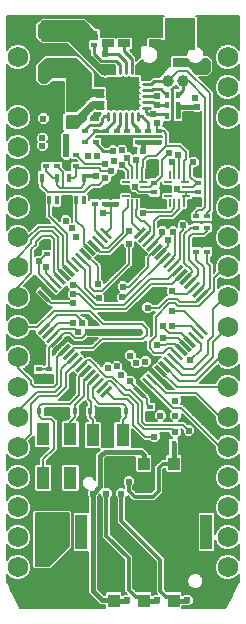
<source format=gbl>
G75*
%MOIN*%
%OFA0B0*%
%FSLAX25Y25*%
%IPPOS*%
%LPD*%
%AMOC8*
5,1,8,0,0,1.08239X$1,22.5*
%
%ADD10R,0.02400X0.01800*%
%ADD11C,0.04331*%
%ADD12C,0.06900*%
%ADD13R,0.03937X0.04331*%
%ADD14R,0.03937X0.11811*%
%ADD15R,0.09843X0.10039*%
%ADD16R,0.01378X0.03150*%
%ADD17R,0.01800X0.02400*%
%ADD18R,0.02559X0.00787*%
%ADD19R,0.02953X0.00787*%
%ADD20R,0.00787X0.02559*%
%ADD21R,0.04331X0.07480*%
%ADD22R,0.01181X0.04724*%
%ADD23C,0.01102*%
%ADD24R,0.10630X0.10630*%
%ADD25C,0.02781*%
%ADD26R,0.10000X0.10500*%
%ADD27R,0.05000X0.03000*%
%ADD28R,0.09055X0.06496*%
%ADD29R,0.04100X0.02800*%
%ADD30R,0.02800X0.04100*%
%ADD31C,0.03962*%
%ADD32C,0.00800*%
%ADD33C,0.01000*%
%ADD34C,0.02381*%
%ADD35C,0.02400*%
%ADD36C,0.01200*%
%ADD37C,0.01600*%
%ADD38C,0.00600*%
%ADD39C,0.00700*%
%ADD40C,0.02000*%
D10*
X0086663Y0069100D03*
X0086663Y0072900D03*
X0053163Y0081600D03*
X0049663Y0081600D03*
X0049663Y0085400D03*
X0053163Y0085400D03*
X0052363Y0123900D03*
X0052363Y0127700D03*
X0068263Y0140600D03*
X0071763Y0140600D03*
X0075263Y0140600D03*
X0075263Y0144400D03*
X0071763Y0144400D03*
X0068263Y0144400D03*
X0062163Y0153100D03*
X0055663Y0153100D03*
X0052163Y0153100D03*
X0052163Y0156900D03*
X0055663Y0156900D03*
X0062163Y0156900D03*
X0065163Y0161100D03*
X0068663Y0161100D03*
X0072163Y0161100D03*
X0075663Y0161100D03*
X0079163Y0161100D03*
X0082663Y0161100D03*
X0086163Y0161100D03*
X0089663Y0161100D03*
X0089663Y0164900D03*
X0086163Y0164900D03*
X0082663Y0164900D03*
X0079163Y0164900D03*
X0075663Y0164900D03*
X0072163Y0164900D03*
X0068663Y0164900D03*
X0065163Y0164900D03*
X0088163Y0151400D03*
X0088163Y0147600D03*
X0088163Y0144400D03*
X0088163Y0140600D03*
X0102663Y0140600D03*
X0102663Y0144400D03*
X0102663Y0147600D03*
X0102663Y0151400D03*
X0102163Y0136400D03*
X0105663Y0136400D03*
X0105663Y0132600D03*
X0102163Y0132600D03*
X0102163Y0128400D03*
X0105663Y0128400D03*
X0105663Y0124600D03*
X0102163Y0124600D03*
X0068163Y0193600D03*
X0068163Y0197400D03*
D11*
X0083238Y0196335D02*
X0083238Y0200665D01*
X0105089Y0200665D02*
X0105089Y0196335D01*
D12*
X0112663Y0189500D03*
X0112663Y0179500D03*
X0112663Y0169500D03*
X0112663Y0159500D03*
X0112663Y0149500D03*
X0112663Y0139500D03*
X0112663Y0129500D03*
X0112663Y0119500D03*
X0112663Y0109500D03*
X0112663Y0099500D03*
X0112663Y0089500D03*
X0112663Y0079500D03*
X0112663Y0069500D03*
X0112663Y0059500D03*
X0112663Y0049500D03*
X0112663Y0039500D03*
X0112663Y0029500D03*
X0112663Y0019500D03*
X0042663Y0019500D03*
X0042663Y0029500D03*
X0042663Y0039500D03*
X0042663Y0049500D03*
X0042663Y0059500D03*
X0042663Y0069500D03*
X0042663Y0079500D03*
X0042663Y0089500D03*
X0042663Y0099500D03*
X0042663Y0109500D03*
X0042663Y0119500D03*
X0042663Y0129500D03*
X0042663Y0139500D03*
X0042663Y0149500D03*
X0042663Y0159500D03*
X0042663Y0169500D03*
X0042663Y0179500D03*
X0042663Y0189500D03*
D13*
X0074663Y0054035D03*
X0084663Y0054035D03*
X0094663Y0054035D03*
X0094663Y0008365D03*
X0084663Y0008365D03*
X0074663Y0008365D03*
D14*
X0063797Y0031200D03*
X0105530Y0031200D03*
D15*
X0054163Y0031841D03*
X0054163Y0011959D03*
D16*
X0053163Y0141760D03*
X0050604Y0141760D03*
X0055723Y0141760D03*
X0059604Y0141760D03*
X0062163Y0141760D03*
X0064723Y0141760D03*
X0064723Y0149240D03*
X0059604Y0149240D03*
X0055723Y0149240D03*
X0050604Y0149240D03*
D17*
X0092263Y0170000D03*
X0092263Y0173500D03*
X0096063Y0173500D03*
X0096063Y0170000D03*
X0096063Y0177000D03*
X0092263Y0177000D03*
X0078563Y0071500D03*
X0074763Y0071500D03*
X0070563Y0071500D03*
X0066763Y0071500D03*
X0061563Y0071500D03*
X0057763Y0071500D03*
X0053563Y0071500D03*
X0049763Y0071500D03*
X0090763Y0060500D03*
X0094563Y0060500D03*
D18*
X0092593Y0143138D03*
X0092593Y0144713D03*
X0092593Y0146287D03*
X0092593Y0147862D03*
X0098734Y0146287D03*
X0098734Y0144713D03*
X0098734Y0143138D03*
X0084734Y0143138D03*
X0084734Y0144713D03*
X0084734Y0146287D03*
X0078593Y0146287D03*
X0078593Y0144713D03*
X0078593Y0143138D03*
X0078593Y0147862D03*
D19*
X0084537Y0147862D03*
X0098537Y0147862D03*
D20*
X0098026Y0150146D03*
X0096451Y0150146D03*
X0094876Y0150146D03*
X0093301Y0150146D03*
X0084026Y0150146D03*
X0082451Y0150146D03*
X0080876Y0150146D03*
X0079301Y0150146D03*
X0079301Y0140854D03*
X0080876Y0140854D03*
X0082451Y0140854D03*
X0084026Y0140854D03*
X0093301Y0140854D03*
X0094876Y0140854D03*
X0096451Y0140854D03*
X0098026Y0140854D03*
D21*
X0077585Y0063500D03*
X0067742Y0063500D03*
X0060191Y0063783D03*
X0051136Y0063783D03*
X0051136Y0049217D03*
X0060191Y0049217D03*
D22*
G36*
X0070844Y0075966D02*
X0070009Y0076801D01*
X0073348Y0080140D01*
X0074183Y0079305D01*
X0070844Y0075966D01*
G37*
G36*
X0069452Y0077358D02*
X0068617Y0078193D01*
X0071956Y0081532D01*
X0072791Y0080697D01*
X0069452Y0077358D01*
G37*
G36*
X0068060Y0078750D02*
X0067225Y0079585D01*
X0070564Y0082924D01*
X0071399Y0082089D01*
X0068060Y0078750D01*
G37*
G36*
X0066668Y0080142D02*
X0065833Y0080977D01*
X0069172Y0084316D01*
X0070007Y0083481D01*
X0066668Y0080142D01*
G37*
G36*
X0065276Y0081534D02*
X0064441Y0082369D01*
X0067780Y0085708D01*
X0068615Y0084873D01*
X0065276Y0081534D01*
G37*
G36*
X0063884Y0082926D02*
X0063049Y0083761D01*
X0066388Y0087100D01*
X0067223Y0086265D01*
X0063884Y0082926D01*
G37*
G36*
X0062492Y0084318D02*
X0061657Y0085153D01*
X0064996Y0088492D01*
X0065831Y0087657D01*
X0062492Y0084318D01*
G37*
G36*
X0061100Y0085710D02*
X0060265Y0086545D01*
X0063604Y0089884D01*
X0064439Y0089049D01*
X0061100Y0085710D01*
G37*
G36*
X0059708Y0087102D02*
X0058873Y0087937D01*
X0062212Y0091276D01*
X0063047Y0090441D01*
X0059708Y0087102D01*
G37*
G36*
X0058316Y0088494D02*
X0057481Y0089329D01*
X0060820Y0092668D01*
X0061655Y0091833D01*
X0058316Y0088494D01*
G37*
G36*
X0056924Y0089886D02*
X0056089Y0090721D01*
X0059428Y0094060D01*
X0060263Y0093225D01*
X0056924Y0089886D01*
G37*
G36*
X0055532Y0091277D02*
X0054697Y0092112D01*
X0058036Y0095451D01*
X0058871Y0094616D01*
X0055532Y0091277D01*
G37*
G36*
X0054140Y0092669D02*
X0053305Y0093504D01*
X0056644Y0096843D01*
X0057479Y0096008D01*
X0054140Y0092669D01*
G37*
G36*
X0052748Y0094061D02*
X0051913Y0094896D01*
X0055252Y0098235D01*
X0056087Y0097400D01*
X0052748Y0094061D01*
G37*
G36*
X0051357Y0095453D02*
X0050522Y0096288D01*
X0053861Y0099627D01*
X0054696Y0098792D01*
X0051357Y0095453D01*
G37*
G36*
X0049965Y0096845D02*
X0049130Y0097680D01*
X0052469Y0101019D01*
X0053304Y0100184D01*
X0049965Y0096845D01*
G37*
G36*
X0049130Y0111320D02*
X0049965Y0112155D01*
X0053304Y0108816D01*
X0052469Y0107981D01*
X0049130Y0111320D01*
G37*
G36*
X0054696Y0110208D02*
X0053861Y0109373D01*
X0050522Y0112712D01*
X0051357Y0113547D01*
X0054696Y0110208D01*
G37*
G36*
X0056087Y0111600D02*
X0055252Y0110765D01*
X0051913Y0114104D01*
X0052748Y0114939D01*
X0056087Y0111600D01*
G37*
G36*
X0057479Y0112992D02*
X0056644Y0112157D01*
X0053305Y0115496D01*
X0054140Y0116331D01*
X0057479Y0112992D01*
G37*
G36*
X0058871Y0114384D02*
X0058036Y0113549D01*
X0054697Y0116888D01*
X0055532Y0117723D01*
X0058871Y0114384D01*
G37*
G36*
X0060263Y0115775D02*
X0059428Y0114940D01*
X0056089Y0118279D01*
X0056924Y0119114D01*
X0060263Y0115775D01*
G37*
G36*
X0061655Y0117167D02*
X0060820Y0116332D01*
X0057481Y0119671D01*
X0058316Y0120506D01*
X0061655Y0117167D01*
G37*
G36*
X0063047Y0118559D02*
X0062212Y0117724D01*
X0058873Y0121063D01*
X0059708Y0121898D01*
X0063047Y0118559D01*
G37*
G36*
X0064439Y0119951D02*
X0063604Y0119116D01*
X0060265Y0122455D01*
X0061100Y0123290D01*
X0064439Y0119951D01*
G37*
G36*
X0065831Y0121343D02*
X0064996Y0120508D01*
X0061657Y0123847D01*
X0062492Y0124682D01*
X0065831Y0121343D01*
G37*
G36*
X0067223Y0122735D02*
X0066388Y0121900D01*
X0063049Y0125239D01*
X0063884Y0126074D01*
X0067223Y0122735D01*
G37*
G36*
X0068615Y0124127D02*
X0067780Y0123292D01*
X0064441Y0126631D01*
X0065276Y0127466D01*
X0068615Y0124127D01*
G37*
G36*
X0070007Y0125519D02*
X0069172Y0124684D01*
X0065833Y0128023D01*
X0066668Y0128858D01*
X0070007Y0125519D01*
G37*
G36*
X0071399Y0126911D02*
X0070564Y0126076D01*
X0067225Y0129415D01*
X0068060Y0130250D01*
X0071399Y0126911D01*
G37*
G36*
X0072791Y0128303D02*
X0071956Y0127468D01*
X0068617Y0130807D01*
X0069452Y0131642D01*
X0072791Y0128303D01*
G37*
G36*
X0074183Y0129695D02*
X0073348Y0128860D01*
X0070009Y0132199D01*
X0070844Y0133034D01*
X0074183Y0129695D01*
G37*
G36*
X0084483Y0133034D02*
X0085318Y0132199D01*
X0081979Y0128860D01*
X0081144Y0129695D01*
X0084483Y0133034D01*
G37*
G36*
X0085875Y0131642D02*
X0086710Y0130807D01*
X0083371Y0127468D01*
X0082536Y0128303D01*
X0085875Y0131642D01*
G37*
G36*
X0087267Y0130250D02*
X0088102Y0129415D01*
X0084763Y0126076D01*
X0083928Y0126911D01*
X0087267Y0130250D01*
G37*
G36*
X0088659Y0128858D02*
X0089494Y0128023D01*
X0086155Y0124684D01*
X0085320Y0125519D01*
X0088659Y0128858D01*
G37*
G36*
X0090051Y0127466D02*
X0090886Y0126631D01*
X0087547Y0123292D01*
X0086712Y0124127D01*
X0090051Y0127466D01*
G37*
G36*
X0091443Y0126074D02*
X0092278Y0125239D01*
X0088939Y0121900D01*
X0088104Y0122735D01*
X0091443Y0126074D01*
G37*
G36*
X0092835Y0124682D02*
X0093670Y0123847D01*
X0090331Y0120508D01*
X0089496Y0121343D01*
X0092835Y0124682D01*
G37*
G36*
X0094227Y0123290D02*
X0095062Y0122455D01*
X0091723Y0119116D01*
X0090888Y0119951D01*
X0094227Y0123290D01*
G37*
G36*
X0095619Y0121898D02*
X0096454Y0121063D01*
X0093115Y0117724D01*
X0092280Y0118559D01*
X0095619Y0121898D01*
G37*
G36*
X0097011Y0120506D02*
X0097846Y0119671D01*
X0094507Y0116332D01*
X0093672Y0117167D01*
X0097011Y0120506D01*
G37*
G36*
X0098403Y0119114D02*
X0099238Y0118279D01*
X0095899Y0114940D01*
X0095064Y0115775D01*
X0098403Y0119114D01*
G37*
G36*
X0099795Y0117723D02*
X0100630Y0116888D01*
X0097291Y0113549D01*
X0096456Y0114384D01*
X0099795Y0117723D01*
G37*
G36*
X0101187Y0116331D02*
X0102022Y0115496D01*
X0098683Y0112157D01*
X0097848Y0112992D01*
X0101187Y0116331D01*
G37*
G36*
X0102579Y0114939D02*
X0103414Y0114104D01*
X0100075Y0110765D01*
X0099240Y0111600D01*
X0102579Y0114939D01*
G37*
G36*
X0103970Y0113547D02*
X0104805Y0112712D01*
X0101466Y0109373D01*
X0100631Y0110208D01*
X0103970Y0113547D01*
G37*
G36*
X0105362Y0112155D02*
X0106197Y0111320D01*
X0102858Y0107981D01*
X0102023Y0108816D01*
X0105362Y0112155D01*
G37*
G36*
X0106197Y0097680D02*
X0105362Y0096845D01*
X0102023Y0100184D01*
X0102858Y0101019D01*
X0106197Y0097680D01*
G37*
G36*
X0104805Y0096288D02*
X0103970Y0095453D01*
X0100631Y0098792D01*
X0101466Y0099627D01*
X0104805Y0096288D01*
G37*
G36*
X0103414Y0094896D02*
X0102579Y0094061D01*
X0099240Y0097400D01*
X0100075Y0098235D01*
X0103414Y0094896D01*
G37*
G36*
X0102022Y0093504D02*
X0101187Y0092669D01*
X0097848Y0096008D01*
X0098683Y0096843D01*
X0102022Y0093504D01*
G37*
G36*
X0100630Y0092112D02*
X0099795Y0091277D01*
X0096456Y0094616D01*
X0097291Y0095451D01*
X0100630Y0092112D01*
G37*
G36*
X0099238Y0090721D02*
X0098403Y0089886D01*
X0095064Y0093225D01*
X0095899Y0094060D01*
X0099238Y0090721D01*
G37*
G36*
X0097846Y0089329D02*
X0097011Y0088494D01*
X0093672Y0091833D01*
X0094507Y0092668D01*
X0097846Y0089329D01*
G37*
G36*
X0096454Y0087937D02*
X0095619Y0087102D01*
X0092280Y0090441D01*
X0093115Y0091276D01*
X0096454Y0087937D01*
G37*
G36*
X0095062Y0086545D02*
X0094227Y0085710D01*
X0090888Y0089049D01*
X0091723Y0089884D01*
X0095062Y0086545D01*
G37*
G36*
X0093670Y0085153D02*
X0092835Y0084318D01*
X0089496Y0087657D01*
X0090331Y0088492D01*
X0093670Y0085153D01*
G37*
G36*
X0092278Y0083761D02*
X0091443Y0082926D01*
X0088104Y0086265D01*
X0088939Y0087100D01*
X0092278Y0083761D01*
G37*
G36*
X0090886Y0082369D02*
X0090051Y0081534D01*
X0086712Y0084873D01*
X0087547Y0085708D01*
X0090886Y0082369D01*
G37*
G36*
X0089494Y0080977D02*
X0088659Y0080142D01*
X0085320Y0083481D01*
X0086155Y0084316D01*
X0089494Y0080977D01*
G37*
G36*
X0088102Y0079585D02*
X0087267Y0078750D01*
X0083928Y0082089D01*
X0084763Y0082924D01*
X0088102Y0079585D01*
G37*
G36*
X0086710Y0078193D02*
X0085875Y0077358D01*
X0082536Y0080697D01*
X0083371Y0081532D01*
X0086710Y0078193D01*
G37*
G36*
X0085318Y0076801D02*
X0084483Y0075966D01*
X0081144Y0079305D01*
X0081979Y0080140D01*
X0085318Y0076801D01*
G37*
D23*
X0082585Y0168602D02*
X0082585Y0170846D01*
X0080616Y0170846D02*
X0080616Y0168602D01*
X0078648Y0168602D02*
X0078648Y0170846D01*
X0076679Y0170846D02*
X0076679Y0168602D01*
X0074711Y0168602D02*
X0074711Y0170846D01*
X0072742Y0170846D02*
X0072742Y0168602D01*
X0071010Y0172579D02*
X0068766Y0172579D01*
X0068766Y0174547D02*
X0071010Y0174547D01*
X0071010Y0176516D02*
X0068766Y0176516D01*
X0068766Y0178484D02*
X0071010Y0178484D01*
X0071010Y0180453D02*
X0068766Y0180453D01*
X0068766Y0182421D02*
X0071010Y0182421D01*
X0072742Y0184154D02*
X0072742Y0186398D01*
X0074711Y0186398D02*
X0074711Y0184154D01*
X0076679Y0184154D02*
X0076679Y0186398D01*
X0078648Y0186398D02*
X0078648Y0184154D01*
X0080616Y0184154D02*
X0080616Y0186398D01*
X0082585Y0186398D02*
X0082585Y0184154D01*
X0084317Y0182421D02*
X0086561Y0182421D01*
X0086561Y0180453D02*
X0084317Y0180453D01*
X0084317Y0178484D02*
X0086561Y0178484D01*
X0086561Y0176516D02*
X0084317Y0176516D01*
X0084317Y0174547D02*
X0086561Y0174547D01*
X0086561Y0172579D02*
X0084317Y0172579D01*
D24*
X0077663Y0177500D03*
D25*
X0077663Y0177500D03*
X0074120Y0177500D03*
X0074120Y0173957D03*
X0077663Y0173957D03*
X0081207Y0173957D03*
X0081207Y0177500D03*
X0081207Y0181043D03*
X0077663Y0181043D03*
X0074120Y0181043D03*
D26*
X0096663Y0197100D03*
D27*
X0096663Y0187850D03*
D28*
X0057663Y0185504D03*
X0057663Y0198496D03*
D29*
X0072663Y0199950D03*
X0078163Y0199950D03*
X0088463Y0199950D03*
X0088463Y0194050D03*
X0078163Y0194050D03*
X0072663Y0194050D03*
D30*
X0061113Y0179000D03*
X0055213Y0179000D03*
X0055213Y0173500D03*
X0061113Y0173500D03*
X0061113Y0168000D03*
X0055213Y0168000D03*
D31*
X0092663Y0181500D03*
X0097663Y0181500D03*
D32*
X0099663Y0181500D01*
X0105163Y0176000D01*
X0105163Y0139500D01*
X0104163Y0138500D01*
X0102663Y0138500D01*
X0102163Y0138000D01*
X0102163Y0136400D01*
X0100563Y0138500D02*
X0098663Y0138500D01*
X0094163Y0134000D01*
X0092663Y0134000D01*
X0094163Y0136500D02*
X0089663Y0136500D01*
X0088163Y0135000D01*
X0088163Y0130311D01*
X0086015Y0128163D01*
X0084623Y0129555D02*
X0086663Y0131595D01*
X0086663Y0133000D01*
X0084663Y0135000D01*
X0083663Y0135000D01*
X0082163Y0136500D01*
X0082163Y0138500D01*
X0082463Y0138800D01*
X0082463Y0140842D01*
X0082451Y0140854D01*
X0084026Y0140854D02*
X0084026Y0143138D01*
X0084734Y0143138D01*
X0084734Y0144713D02*
X0087851Y0144713D01*
X0088163Y0144400D01*
X0088163Y0147600D02*
X0088263Y0147600D01*
X0090663Y0150000D01*
X0090663Y0155200D01*
X0093163Y0157700D01*
X0092163Y0160000D02*
X0092163Y0164000D01*
X0091263Y0164900D01*
X0089663Y0164900D01*
X0089163Y0165400D01*
X0089163Y0167700D01*
X0092163Y0160000D02*
X0096663Y0160000D01*
X0098663Y0158000D01*
X0098663Y0155500D01*
X0098026Y0154862D01*
X0098026Y0150146D01*
X0098026Y0147862D01*
X0098537Y0147862D01*
X0098734Y0146287D02*
X0100951Y0146287D01*
X0102263Y0147600D01*
X0100163Y0149700D01*
X0100163Y0153500D01*
X0101163Y0154500D01*
X0096451Y0156713D02*
X0096163Y0157000D01*
X0096451Y0156713D02*
X0096451Y0150146D01*
X0094876Y0150146D02*
X0094876Y0153787D01*
X0094163Y0154500D01*
X0088663Y0156500D02*
X0085763Y0156500D01*
X0084363Y0155100D01*
X0084363Y0152900D01*
X0084026Y0152562D01*
X0084026Y0150146D01*
X0084026Y0147862D01*
X0084537Y0147862D01*
X0082451Y0150146D02*
X0082451Y0155013D01*
X0082163Y0155300D01*
X0079663Y0155500D02*
X0079663Y0154000D01*
X0080876Y0152787D01*
X0080876Y0150146D01*
X0079301Y0150146D02*
X0079301Y0151562D01*
X0077363Y0153500D01*
X0079663Y0155500D02*
X0079163Y0156000D01*
X0073863Y0151700D02*
X0070463Y0151700D01*
X0069563Y0152600D01*
X0062163Y0152600D01*
X0062163Y0153100D01*
X0062163Y0150000D01*
X0061404Y0149240D01*
X0059604Y0149240D01*
X0057663Y0151100D02*
X0057663Y0146000D01*
X0056663Y0146000D01*
X0055663Y0147000D01*
X0055663Y0149181D01*
X0055723Y0149240D01*
X0054423Y0149240D01*
X0052163Y0151500D01*
X0052163Y0153100D01*
X0055663Y0153100D02*
X0057663Y0151100D01*
X0050604Y0149240D02*
X0050604Y0146559D01*
X0052663Y0144500D01*
X0063163Y0144500D01*
X0063663Y0144500D01*
X0064663Y0144500D01*
X0067163Y0147000D01*
X0069763Y0147000D01*
X0071863Y0149100D01*
X0064723Y0149240D02*
X0064723Y0147059D01*
X0063663Y0146000D01*
X0057663Y0146000D01*
X0053163Y0141760D02*
X0053163Y0136500D01*
X0059163Y0130500D01*
X0059163Y0121608D01*
X0060960Y0119811D01*
X0059568Y0118419D02*
X0057663Y0120324D01*
X0057663Y0130000D01*
X0054663Y0133000D01*
X0049663Y0133000D01*
X0046163Y0129500D01*
X0042663Y0129500D01*
X0047163Y0128500D02*
X0047163Y0127500D01*
X0042663Y0123000D01*
X0042663Y0119500D01*
X0047163Y0117500D02*
X0047163Y0125500D01*
X0048663Y0127000D01*
X0048663Y0128000D01*
X0050663Y0130000D01*
X0053663Y0130000D01*
X0054663Y0129000D01*
X0054663Y0117756D01*
X0056784Y0115636D01*
X0058176Y0117027D02*
X0056163Y0119040D01*
X0056163Y0129500D01*
X0054163Y0131500D01*
X0050163Y0131500D01*
X0047163Y0128500D01*
X0052063Y0123900D02*
X0052363Y0123900D01*
X0052063Y0123900D02*
X0049663Y0121500D01*
X0049663Y0117189D01*
X0054000Y0112852D01*
X0055392Y0114244D02*
X0052163Y0117473D01*
X0052163Y0119500D01*
X0047163Y0117500D02*
X0042663Y0113000D01*
X0042663Y0109500D01*
X0051217Y0110068D02*
X0053784Y0107500D01*
X0061163Y0107500D01*
X0061163Y0110500D02*
X0063163Y0110500D01*
X0068163Y0105500D01*
X0078663Y0105500D01*
X0087163Y0114000D01*
X0094123Y0114000D01*
X0097151Y0117027D01*
X0098543Y0115636D02*
X0100663Y0117756D01*
X0100663Y0118500D01*
X0098163Y0121000D01*
X0098163Y0130500D01*
X0100263Y0132600D01*
X0102163Y0132600D01*
X0100663Y0130500D02*
X0104663Y0130500D01*
X0105663Y0131500D01*
X0105663Y0132600D01*
X0108163Y0131000D02*
X0108163Y0155000D01*
X0112663Y0159500D01*
X0092163Y0160000D02*
X0088663Y0156500D01*
X0071663Y0154000D02*
X0065063Y0154000D01*
X0062163Y0156900D01*
X0065163Y0161100D02*
X0065163Y0161300D01*
X0068663Y0164800D01*
X0068663Y0164900D01*
X0078593Y0146287D02*
X0078593Y0144713D01*
X0081663Y0146000D02*
X0082951Y0144713D01*
X0084734Y0144713D01*
X0081663Y0146000D02*
X0081663Y0146300D01*
X0080876Y0140854D02*
X0080876Y0139113D01*
X0080563Y0138800D01*
X0080563Y0134100D01*
X0083231Y0131432D01*
X0083231Y0130947D01*
X0079863Y0131200D02*
X0079863Y0131600D01*
X0079863Y0131200D02*
X0073163Y0124500D01*
X0070191Y0124500D01*
X0067920Y0126771D01*
X0069312Y0128163D02*
X0071475Y0126000D01*
X0072663Y0126000D01*
X0077663Y0131000D01*
X0077663Y0138000D01*
X0079301Y0139638D01*
X0079301Y0140854D01*
X0073563Y0140600D02*
X0073563Y0137615D01*
X0073563Y0132415D01*
X0072096Y0130947D01*
X0070704Y0129555D02*
X0068263Y0131995D01*
X0068263Y0140600D01*
X0070978Y0137615D02*
X0070963Y0137600D01*
X0070978Y0137615D02*
X0073563Y0137615D01*
X0084463Y0137500D02*
X0084963Y0138000D01*
X0093663Y0138000D01*
X0094876Y0139213D01*
X0094876Y0140854D01*
X0096451Y0140854D02*
X0096451Y0138787D01*
X0094163Y0136500D01*
X0097663Y0133500D02*
X0097663Y0132000D01*
X0096663Y0131000D01*
X0096663Y0122108D01*
X0094367Y0119811D01*
X0095759Y0118419D02*
X0092839Y0115500D01*
X0086663Y0115500D01*
X0078163Y0107000D01*
X0068663Y0107000D01*
X0062163Y0113500D01*
X0061163Y0113500D01*
X0065163Y0112500D02*
X0068463Y0109200D01*
X0069763Y0109200D01*
X0066663Y0105000D02*
X0071163Y0100500D01*
X0084163Y0100500D01*
X0085663Y0099000D01*
X0085663Y0097000D01*
X0084163Y0095500D01*
X0070663Y0095500D01*
X0067663Y0092500D01*
X0061488Y0092500D01*
X0059568Y0090581D01*
X0058176Y0091973D02*
X0055663Y0089460D01*
X0055663Y0080500D01*
X0054663Y0079500D01*
X0048163Y0079500D01*
X0047163Y0080500D01*
X0047163Y0081500D01*
X0042663Y0086000D01*
X0042663Y0089500D01*
X0049663Y0085400D02*
X0053163Y0085400D01*
X0053163Y0092527D01*
X0055392Y0094756D01*
X0058036Y0097400D01*
X0060163Y0097400D01*
X0061763Y0095800D01*
X0063963Y0095800D01*
X0066163Y0098000D01*
X0062663Y0098000D02*
X0061863Y0098800D01*
X0056652Y0098800D01*
X0054000Y0096148D01*
X0052609Y0097540D02*
X0056068Y0101000D01*
X0061163Y0101000D01*
X0062163Y0103500D02*
X0055784Y0103500D01*
X0051217Y0098932D01*
X0049163Y0099500D02*
X0054663Y0105000D01*
X0066663Y0105000D01*
X0064163Y0101500D02*
X0062163Y0103500D01*
X0064163Y0101500D02*
X0064163Y0101000D01*
X0049163Y0099500D02*
X0042663Y0099500D01*
X0057163Y0085392D02*
X0060960Y0089189D01*
X0062352Y0087797D02*
X0058663Y0084108D01*
X0058663Y0079500D01*
X0055663Y0076500D01*
X0049663Y0076500D01*
X0047163Y0074000D01*
X0047163Y0064000D01*
X0042663Y0059500D01*
X0051163Y0055500D02*
X0051163Y0049244D01*
X0051136Y0049217D01*
X0051163Y0055500D02*
X0054663Y0059000D01*
X0054663Y0068000D01*
X0053663Y0069000D01*
X0050663Y0069000D01*
X0049763Y0069900D01*
X0049763Y0071500D01*
X0049763Y0073100D01*
X0050663Y0074000D01*
X0060163Y0074000D01*
X0063163Y0077000D01*
X0063163Y0083040D01*
X0065136Y0085013D01*
X0063744Y0086405D02*
X0065839Y0088500D01*
X0066663Y0088500D01*
X0072163Y0083000D01*
X0074163Y0083000D01*
X0078663Y0078500D01*
X0080163Y0078500D01*
X0084163Y0074500D01*
X0084163Y0068000D01*
X0085163Y0067000D01*
X0097663Y0067000D01*
X0099663Y0065000D01*
X0095163Y0064500D02*
X0094163Y0065500D01*
X0084663Y0065500D01*
X0082663Y0067500D01*
X0082663Y0074000D01*
X0079663Y0077000D01*
X0078163Y0077000D01*
X0073663Y0081500D01*
X0072759Y0081500D01*
X0070704Y0079445D01*
X0072096Y0078053D02*
X0074649Y0075500D01*
X0079163Y0075500D01*
X0081163Y0073500D01*
X0081163Y0067000D01*
X0085163Y0063000D01*
X0088163Y0063000D01*
X0077585Y0063500D02*
X0077585Y0068421D01*
X0078563Y0069400D01*
X0078563Y0071500D01*
X0078563Y0073100D01*
X0077663Y0074000D01*
X0069663Y0074000D01*
X0067563Y0076100D01*
X0067563Y0079089D01*
X0069312Y0080837D01*
X0067920Y0082229D02*
X0066163Y0080473D01*
X0066163Y0075500D01*
X0067163Y0074500D01*
X0067163Y0071900D01*
X0066763Y0071500D01*
X0066763Y0069400D01*
X0067742Y0068421D01*
X0067742Y0063500D01*
X0060191Y0063783D02*
X0060163Y0063811D01*
X0060163Y0068000D01*
X0061563Y0069400D01*
X0061563Y0071500D01*
X0061563Y0073400D01*
X0064663Y0076500D01*
X0064663Y0081756D01*
X0066528Y0083621D01*
X0057163Y0085392D02*
X0057163Y0080000D01*
X0055163Y0078000D01*
X0049163Y0078000D01*
X0042663Y0071500D01*
X0042663Y0069500D01*
X0053563Y0071500D02*
X0057763Y0071500D01*
X0070563Y0071500D02*
X0074763Y0071500D01*
X0083231Y0077932D02*
X0083231Y0078053D01*
X0080163Y0081121D01*
X0080163Y0081500D01*
X0082663Y0081500D02*
X0084623Y0079540D01*
X0084623Y0079445D01*
X0086015Y0080837D02*
X0094352Y0072500D01*
X0097163Y0072500D01*
X0110163Y0059500D01*
X0112663Y0059500D01*
X0112663Y0069500D02*
X0110163Y0069500D01*
X0102163Y0077500D01*
X0092136Y0077500D01*
X0087407Y0082229D01*
X0088799Y0083621D02*
X0086920Y0085500D01*
X0085663Y0085500D01*
X0082663Y0082500D01*
X0082663Y0081500D01*
X0083231Y0077932D02*
X0085663Y0075500D01*
X0085663Y0073900D01*
X0086663Y0072900D01*
X0095704Y0079500D02*
X0112663Y0079500D01*
X0110163Y0089500D02*
X0102163Y0081500D01*
X0096488Y0081500D01*
X0091583Y0086405D01*
X0092975Y0087797D02*
X0097272Y0083500D01*
X0101663Y0083500D01*
X0107663Y0089500D01*
X0107663Y0094500D01*
X0112663Y0099500D01*
X0107663Y0096500D02*
X0106163Y0095000D01*
X0106163Y0090500D01*
X0101163Y0085500D01*
X0098055Y0085500D01*
X0094367Y0089189D01*
X0095759Y0090581D02*
X0093839Y0092500D01*
X0092663Y0092500D01*
X0091163Y0091000D01*
X0088163Y0091000D01*
X0086663Y0092500D01*
X0086663Y0094500D01*
X0088663Y0096500D01*
X0088663Y0103000D01*
X0093163Y0107500D01*
X0095163Y0107500D01*
X0096163Y0106500D01*
X0103163Y0106500D01*
X0108163Y0111500D01*
X0108163Y0116000D01*
X0111663Y0119500D01*
X0112663Y0119500D01*
X0106663Y0120000D02*
X0106663Y0112621D01*
X0104110Y0110068D01*
X0102043Y0108000D01*
X0096663Y0108000D01*
X0095663Y0109000D01*
X0092663Y0109000D01*
X0089663Y0106000D01*
X0085963Y0106000D01*
X0094163Y0105000D02*
X0098043Y0105000D01*
X0104110Y0098932D01*
X0102718Y0097540D02*
X0100259Y0100000D01*
X0094163Y0100000D01*
X0093163Y0097500D02*
X0091163Y0099500D01*
X0091163Y0100000D01*
X0093163Y0097500D02*
X0097191Y0097500D01*
X0099935Y0094756D01*
X0101327Y0096148D02*
X0103663Y0093811D01*
X0103663Y0092000D01*
X0100163Y0088500D01*
X0097151Y0091973D02*
X0095123Y0094000D01*
X0092163Y0094000D01*
X0091663Y0093500D01*
X0089163Y0093500D01*
X0091163Y0096000D02*
X0095907Y0096000D01*
X0098543Y0093364D01*
X0107663Y0096500D02*
X0107663Y0105500D01*
X0111663Y0109500D01*
X0112663Y0109500D01*
X0104663Y0113405D02*
X0104663Y0119500D01*
X0102163Y0122000D01*
X0102163Y0124600D01*
X0105663Y0124600D02*
X0105663Y0121000D01*
X0106663Y0120000D01*
X0102663Y0119000D02*
X0099663Y0122000D01*
X0099663Y0129500D01*
X0100663Y0130500D01*
X0102163Y0128400D02*
X0105663Y0128400D01*
X0105663Y0128500D01*
X0108163Y0131000D01*
X0105663Y0136400D02*
X0105663Y0137500D01*
X0106663Y0138500D01*
X0106663Y0177500D01*
X0099163Y0185000D01*
X0096163Y0185000D01*
X0092663Y0181500D01*
X0102263Y0147600D02*
X0102663Y0147600D01*
X0102351Y0144713D02*
X0098734Y0144713D01*
X0096451Y0144713D01*
X0095663Y0145500D01*
X0098734Y0144713D02*
X0098734Y0143138D01*
X0098026Y0143138D01*
X0098026Y0140854D01*
X0100563Y0138500D02*
X0102663Y0140600D01*
X0102663Y0144400D02*
X0102351Y0144713D01*
X0094363Y0131300D02*
X0095163Y0130500D01*
X0095163Y0123392D01*
X0092975Y0121203D01*
X0091583Y0122595D02*
X0078488Y0109500D01*
X0077463Y0109500D01*
X0077663Y0113000D02*
X0079663Y0113000D01*
X0086163Y0119500D01*
X0086163Y0122744D01*
X0088799Y0125379D01*
X0090191Y0123987D02*
X0092663Y0126460D01*
X0092663Y0128500D01*
X0090863Y0130227D02*
X0087407Y0126771D01*
X0090863Y0130227D02*
X0090863Y0131300D01*
X0079663Y0127200D02*
X0079663Y0120500D01*
X0070663Y0111500D01*
X0068163Y0111500D01*
X0066663Y0113000D01*
X0066663Y0119676D01*
X0063744Y0122595D01*
X0062352Y0121203D02*
X0065163Y0118392D01*
X0065163Y0112500D01*
X0069363Y0113900D02*
X0069363Y0119760D01*
X0065136Y0123987D01*
X0066528Y0125379D02*
X0064663Y0127244D01*
X0064663Y0132500D01*
X0062163Y0135000D01*
X0062163Y0141760D01*
X0102663Y0119000D02*
X0102663Y0116973D01*
X0099935Y0114244D01*
X0101327Y0112852D02*
X0098975Y0110500D01*
X0095163Y0110500D01*
X0094163Y0111500D01*
X0102718Y0111460D02*
X0104663Y0113405D01*
X0110163Y0089500D02*
X0112663Y0089500D01*
X0095704Y0079500D02*
X0090191Y0085013D01*
D33*
X0074363Y0158300D02*
X0071163Y0158300D01*
X0068663Y0160800D01*
X0068663Y0161100D01*
X0068663Y0164900D02*
X0072163Y0164900D01*
X0072163Y0165500D01*
X0074711Y0168047D01*
X0074711Y0169724D01*
X0076663Y0169709D02*
X0076679Y0169724D01*
X0076663Y0169709D02*
X0076663Y0167000D01*
X0075663Y0166000D01*
X0075663Y0164900D01*
X0078648Y0165416D02*
X0079163Y0164900D01*
X0078648Y0165416D02*
X0078648Y0169724D01*
X0080616Y0169724D02*
X0080616Y0167547D01*
X0082663Y0165500D01*
X0082663Y0164900D01*
X0086163Y0164900D02*
X0086163Y0167500D01*
X0083939Y0169724D01*
X0082585Y0169724D01*
X0085439Y0171224D02*
X0086163Y0170500D01*
X0087863Y0170500D01*
X0091763Y0170500D01*
X0092263Y0170000D01*
X0092263Y0173500D02*
X0088963Y0173500D01*
X0088663Y0173500D01*
X0087616Y0174547D01*
X0085439Y0174547D01*
X0085455Y0176500D02*
X0085439Y0176516D01*
X0088948Y0176516D01*
X0088963Y0176500D01*
X0087448Y0178484D02*
X0085439Y0178484D01*
X0085439Y0180453D02*
X0087116Y0180453D01*
X0088163Y0181500D01*
X0092663Y0181500D01*
X0090263Y0178900D02*
X0087863Y0178900D01*
X0087448Y0178484D01*
X0090263Y0178900D02*
X0092163Y0177000D01*
X0092263Y0177000D01*
X0096063Y0177000D02*
X0097663Y0178600D01*
X0097663Y0181500D01*
X0085439Y0172579D02*
X0085439Y0171224D01*
X0072742Y0169724D02*
X0071388Y0169724D01*
X0070663Y0169000D01*
X0070663Y0168000D01*
X0069663Y0167000D01*
X0066663Y0167000D01*
X0065163Y0165500D01*
X0065163Y0164900D01*
X0076679Y0185276D02*
X0076679Y0186984D01*
X0075463Y0188200D01*
X0070463Y0188200D01*
X0068163Y0190500D01*
X0068163Y0193600D01*
X0071663Y0190500D02*
X0076163Y0190500D01*
X0078648Y0188016D01*
X0078648Y0185276D01*
X0080616Y0185276D02*
X0080616Y0189047D01*
X0078163Y0191500D01*
X0078163Y0194050D01*
D34*
X0071663Y0190500D03*
X0084963Y0186000D03*
X0086463Y0184800D03*
X0102163Y0185500D03*
X0104663Y0185500D03*
X0101663Y0176000D03*
X0102463Y0173000D03*
X0088963Y0173500D03*
X0087863Y0170500D03*
X0089163Y0167700D03*
X0088963Y0176500D03*
X0068163Y0169300D03*
X0065263Y0171100D03*
X0064363Y0169400D03*
X0058763Y0163000D03*
X0050863Y0162600D03*
X0050863Y0160000D03*
X0058763Y0157100D03*
X0065963Y0156700D03*
X0068963Y0156700D03*
X0074363Y0158300D03*
X0077363Y0158400D03*
X0079163Y0156000D03*
X0081263Y0158200D03*
X0084263Y0158200D03*
X0082163Y0155300D03*
X0086563Y0154100D03*
X0094163Y0154500D03*
X0096163Y0157000D03*
X0093163Y0157700D03*
X0101163Y0154500D03*
X0102163Y0158000D03*
X0081663Y0146300D03*
X0076763Y0150400D03*
X0077363Y0153500D03*
X0074663Y0155000D03*
X0071663Y0154000D03*
X0073863Y0151700D03*
X0071863Y0149100D03*
X0068863Y0150000D03*
X0070963Y0137600D03*
X0058663Y0138000D03*
X0058663Y0135000D03*
X0060663Y0132500D03*
X0062163Y0129500D03*
X0049363Y0124500D03*
X0049663Y0121500D03*
X0052163Y0119500D03*
X0061163Y0113500D03*
X0061163Y0110500D03*
X0061163Y0107500D03*
X0069763Y0109200D03*
X0077463Y0109500D03*
X0077663Y0113000D03*
X0069363Y0113900D03*
X0085863Y0109300D03*
X0094163Y0111500D03*
X0094163Y0105000D03*
X0085963Y0106000D03*
X0091163Y0100000D03*
X0094163Y0100000D03*
X0091163Y0096000D03*
X0089163Y0093500D03*
X0084163Y0093000D03*
X0080163Y0090000D03*
X0085163Y0088000D03*
X0082163Y0087500D03*
X0080163Y0081500D03*
X0077163Y0083500D03*
X0075663Y0086500D03*
X0072663Y0086000D03*
X0060963Y0082500D03*
X0059163Y0076500D03*
X0073463Y0068400D03*
X0082663Y0061500D03*
X0087163Y0059500D03*
X0088163Y0063000D03*
X0095163Y0064500D03*
X0099663Y0065000D03*
X0095163Y0070000D03*
X0090163Y0070000D03*
X0087863Y0075700D03*
X0095163Y0075000D03*
X0110663Y0084500D03*
X0100163Y0088500D03*
X0083163Y0098000D03*
X0067163Y0101000D03*
X0064163Y0101000D03*
X0061163Y0101000D03*
X0062663Y0098000D03*
X0066163Y0098000D03*
X0066663Y0095000D03*
X0044663Y0094500D03*
X0044663Y0104500D03*
X0076163Y0124300D03*
X0079663Y0127200D03*
X0083163Y0124300D03*
X0092663Y0128500D03*
X0094363Y0131300D03*
X0092663Y0134000D03*
X0090863Y0131300D03*
X0097663Y0133500D03*
X0084463Y0137500D03*
X0079863Y0131600D03*
X0095663Y0145500D03*
X0051163Y0169000D03*
X0047663Y0166000D03*
X0051163Y0182000D03*
X0051163Y0185000D03*
X0110663Y0114500D03*
X0110663Y0064500D03*
X0099163Y0056500D03*
X0099163Y0051500D03*
X0079663Y0048000D03*
X0077163Y0044000D03*
X0072163Y0044000D03*
X0067663Y0044000D03*
X0061163Y0043000D03*
X0061163Y0039500D03*
X0045163Y0044500D03*
X0059163Y0056000D03*
X0066163Y0057000D03*
X0094163Y0039000D03*
X0094163Y0032000D03*
X0085963Y0032000D03*
X0077663Y0030500D03*
X0076163Y0020000D03*
X0071163Y0020000D03*
X0060163Y0020000D03*
X0056163Y0020000D03*
X0050163Y0021500D03*
X0050163Y0024500D03*
X0045663Y0014500D03*
X0045663Y0011000D03*
X0045663Y0007500D03*
X0079163Y0008500D03*
X0089163Y0008500D03*
X0099163Y0008500D03*
X0109663Y0007500D03*
X0109663Y0011000D03*
X0109663Y0014500D03*
X0104163Y0020000D03*
X0098663Y0020000D03*
X0093663Y0020000D03*
X0087163Y0020000D03*
X0082663Y0020000D03*
D35*
X0083163Y0098000D02*
X0066163Y0098000D01*
D36*
X0091163Y0054000D02*
X0094629Y0054000D01*
X0094663Y0054035D01*
X0091163Y0054000D02*
X0089663Y0052500D01*
X0089663Y0045000D01*
X0087663Y0043000D01*
X0081663Y0043000D01*
X0079663Y0045000D01*
X0079663Y0048000D01*
X0077163Y0044000D02*
X0077163Y0035000D01*
X0090163Y0022000D01*
X0090163Y0011500D01*
X0092163Y0009500D01*
X0093529Y0009500D01*
X0094663Y0008365D01*
X0094529Y0008500D01*
X0084663Y0008365D02*
X0083529Y0009500D01*
X0082163Y0009500D01*
X0079663Y0012000D01*
X0079663Y0022500D01*
X0072163Y0030000D01*
X0072163Y0044000D01*
X0084529Y0008500D02*
X0084663Y0008365D01*
X0064723Y0149240D02*
X0064723Y0150000D01*
X0068863Y0150000D01*
D37*
X0084263Y0158200D02*
X0084263Y0161100D01*
X0082663Y0161100D01*
X0084163Y0161100D01*
X0082663Y0161100D02*
X0086163Y0161100D01*
X0089663Y0161100D01*
X0096063Y0170000D02*
X0096063Y0173500D01*
X0096563Y0173000D01*
X0102463Y0173000D01*
X0071663Y0190500D02*
X0071663Y0193050D01*
X0072663Y0194050D01*
X0073563Y0140600D02*
X0071763Y0140600D01*
X0073563Y0140600D02*
X0075263Y0140600D01*
X0094563Y0060500D02*
X0094563Y0054135D01*
X0094663Y0054035D01*
X0084663Y0054035D02*
X0084663Y0057000D01*
X0083663Y0058000D01*
X0071663Y0058000D01*
X0070163Y0056500D01*
X0070163Y0046500D01*
X0067663Y0044000D01*
X0067663Y0011500D01*
X0070663Y0008500D01*
X0074529Y0008500D01*
X0074663Y0008365D01*
X0079029Y0008365D01*
X0079163Y0008500D01*
X0084663Y0008365D02*
X0089029Y0008365D01*
X0089163Y0008500D01*
X0094663Y0008365D02*
X0099029Y0008365D01*
X0099163Y0008500D01*
D38*
X0038963Y0014807D02*
X0038963Y0017066D01*
X0038976Y0017036D01*
X0040199Y0015812D01*
X0041798Y0015150D01*
X0043529Y0015150D01*
X0045128Y0015812D01*
X0046351Y0017036D01*
X0047013Y0018635D01*
X0047013Y0020365D01*
X0046351Y0021964D01*
X0045128Y0023188D01*
X0043529Y0023850D01*
X0041798Y0023850D01*
X0040199Y0023188D01*
X0038976Y0021964D01*
X0038963Y0021934D01*
X0038963Y0027066D01*
X0038976Y0027036D01*
X0040199Y0025812D01*
X0041798Y0025150D01*
X0043529Y0025150D01*
X0045128Y0025812D01*
X0046351Y0027036D01*
X0047013Y0028635D01*
X0047013Y0030365D01*
X0046351Y0031964D01*
X0045128Y0033188D01*
X0043529Y0033850D01*
X0041798Y0033850D01*
X0040199Y0033188D01*
X0038976Y0031964D01*
X0038963Y0031934D01*
X0038963Y0037066D01*
X0038976Y0037036D01*
X0040199Y0035812D01*
X0041798Y0035150D01*
X0043529Y0035150D01*
X0045128Y0035812D01*
X0046351Y0037036D01*
X0047013Y0038635D01*
X0047013Y0040365D01*
X0046351Y0041964D01*
X0045128Y0043188D01*
X0043529Y0043850D01*
X0041798Y0043850D01*
X0040199Y0043188D01*
X0038976Y0041964D01*
X0038963Y0041934D01*
X0038963Y0047066D01*
X0038976Y0047036D01*
X0040199Y0045812D01*
X0041798Y0045150D01*
X0043529Y0045150D01*
X0045128Y0045812D01*
X0046351Y0047036D01*
X0047013Y0048635D01*
X0047013Y0050365D01*
X0046351Y0051964D01*
X0045128Y0053188D01*
X0043529Y0053850D01*
X0041798Y0053850D01*
X0040199Y0053188D01*
X0038976Y0051964D01*
X0038963Y0051934D01*
X0038963Y0057066D01*
X0038976Y0057036D01*
X0040199Y0055812D01*
X0041798Y0055150D01*
X0043529Y0055150D01*
X0045128Y0055812D01*
X0046351Y0057036D01*
X0047013Y0058635D01*
X0047013Y0060365D01*
X0046531Y0061529D01*
X0048071Y0063069D01*
X0048071Y0059671D01*
X0048598Y0059143D01*
X0052968Y0059143D01*
X0050625Y0056800D01*
X0049863Y0056038D01*
X0049863Y0053857D01*
X0048598Y0053857D01*
X0048071Y0053329D01*
X0048071Y0045104D01*
X0048598Y0044576D01*
X0053674Y0044576D01*
X0054201Y0045104D01*
X0054201Y0053329D01*
X0053674Y0053857D01*
X0052463Y0053857D01*
X0052463Y0054962D01*
X0055963Y0058462D01*
X0055963Y0068538D01*
X0055202Y0069300D01*
X0054202Y0070300D01*
X0051563Y0070300D01*
X0051563Y0072700D01*
X0059763Y0072700D01*
X0059763Y0069927D01*
X0060008Y0069683D01*
X0059625Y0069300D01*
X0058863Y0068538D01*
X0058863Y0068424D01*
X0057653Y0068424D01*
X0057126Y0067896D01*
X0057126Y0059671D01*
X0057653Y0059143D01*
X0062729Y0059143D01*
X0063256Y0059671D01*
X0063256Y0067896D01*
X0062729Y0068424D01*
X0062426Y0068424D01*
X0062863Y0068862D01*
X0062863Y0069427D01*
X0063363Y0069927D01*
X0063363Y0073073D01*
X0063219Y0073217D01*
X0064913Y0074912D01*
X0065863Y0073962D01*
X0065863Y0073600D01*
X0065491Y0073600D01*
X0064963Y0073073D01*
X0064963Y0069927D01*
X0065463Y0069427D01*
X0065463Y0068862D01*
X0066185Y0068140D01*
X0065204Y0068140D01*
X0064677Y0067613D01*
X0064677Y0059387D01*
X0065204Y0058860D01*
X0070119Y0058860D01*
X0069459Y0058200D01*
X0068463Y0057204D01*
X0068463Y0048653D01*
X0067300Y0049817D01*
X0065413Y0049817D01*
X0064078Y0048482D01*
X0064078Y0046595D01*
X0065413Y0045261D01*
X0065968Y0045261D01*
X0065573Y0044866D01*
X0065573Y0043134D01*
X0065963Y0042744D01*
X0065963Y0038005D01*
X0061456Y0038005D01*
X0060929Y0037478D01*
X0060929Y0024922D01*
X0061456Y0024394D01*
X0065963Y0024394D01*
X0065963Y0010796D01*
X0068963Y0007796D01*
X0069959Y0006800D01*
X0071795Y0006800D01*
X0071795Y0005827D01*
X0071822Y0005800D01*
X0043467Y0005800D01*
X0038963Y0014807D01*
X0039030Y0014675D02*
X0065963Y0014675D01*
X0065963Y0015273D02*
X0043826Y0015273D01*
X0045187Y0015872D02*
X0065963Y0015872D01*
X0065963Y0016470D02*
X0045786Y0016470D01*
X0046365Y0017069D02*
X0065963Y0017069D01*
X0065963Y0017667D02*
X0046613Y0017667D01*
X0046861Y0018266D02*
X0065963Y0018266D01*
X0065963Y0018864D02*
X0053725Y0018864D01*
X0053661Y0018800D02*
X0049161Y0018800D01*
X0048166Y0018800D01*
X0047463Y0019503D01*
X0047463Y0037997D01*
X0048166Y0038700D01*
X0060161Y0038700D01*
X0060863Y0037997D01*
X0060863Y0026003D01*
X0054363Y0019503D01*
X0053661Y0018800D01*
X0054323Y0019463D02*
X0065963Y0019463D01*
X0065963Y0020061D02*
X0054922Y0020061D01*
X0055520Y0020660D02*
X0065963Y0020660D01*
X0065963Y0021258D02*
X0056119Y0021258D01*
X0056717Y0021857D02*
X0065963Y0021857D01*
X0065963Y0022455D02*
X0057316Y0022455D01*
X0057914Y0023054D02*
X0065963Y0023054D01*
X0065963Y0023652D02*
X0058513Y0023652D01*
X0059111Y0024251D02*
X0065963Y0024251D01*
X0069363Y0024251D02*
X0075791Y0024251D01*
X0075193Y0024849D02*
X0069363Y0024849D01*
X0069363Y0025448D02*
X0074594Y0025448D01*
X0073996Y0026046D02*
X0069363Y0026046D01*
X0069363Y0026645D02*
X0073397Y0026645D01*
X0072799Y0027243D02*
X0069363Y0027243D01*
X0069363Y0027842D02*
X0072200Y0027842D01*
X0071602Y0028440D02*
X0069363Y0028440D01*
X0069363Y0029039D02*
X0071003Y0029039D01*
X0070663Y0029379D02*
X0078163Y0021879D01*
X0078163Y0011379D01*
X0078952Y0010591D01*
X0078298Y0010591D01*
X0077772Y0010065D01*
X0077532Y0010065D01*
X0077532Y0010903D01*
X0077005Y0011431D01*
X0072322Y0011431D01*
X0071795Y0010903D01*
X0071795Y0010200D01*
X0071368Y0010200D01*
X0069363Y0012204D01*
X0069363Y0042744D01*
X0069754Y0043134D01*
X0069754Y0043686D01*
X0070073Y0044005D01*
X0070073Y0043134D01*
X0070663Y0042544D01*
X0070663Y0029379D01*
X0070663Y0029637D02*
X0069363Y0029637D01*
X0069363Y0030236D02*
X0070663Y0030236D01*
X0070663Y0030834D02*
X0069363Y0030834D01*
X0069363Y0031433D02*
X0070663Y0031433D01*
X0070663Y0032032D02*
X0069363Y0032032D01*
X0069363Y0032630D02*
X0070663Y0032630D01*
X0070663Y0033229D02*
X0069363Y0033229D01*
X0069363Y0033827D02*
X0070663Y0033827D01*
X0070663Y0034426D02*
X0069363Y0034426D01*
X0069363Y0035024D02*
X0070663Y0035024D01*
X0070663Y0035623D02*
X0069363Y0035623D01*
X0069363Y0036221D02*
X0070663Y0036221D01*
X0070663Y0036820D02*
X0069363Y0036820D01*
X0069363Y0037418D02*
X0070663Y0037418D01*
X0070663Y0038017D02*
X0069363Y0038017D01*
X0069363Y0038615D02*
X0070663Y0038615D01*
X0070663Y0039214D02*
X0069363Y0039214D01*
X0069363Y0039812D02*
X0070663Y0039812D01*
X0070663Y0040411D02*
X0069363Y0040411D01*
X0069363Y0041009D02*
X0070663Y0041009D01*
X0070663Y0041608D02*
X0069363Y0041608D01*
X0069363Y0042206D02*
X0070663Y0042206D01*
X0070402Y0042805D02*
X0069425Y0042805D01*
X0069754Y0043403D02*
X0070073Y0043403D01*
X0070069Y0044002D02*
X0070073Y0044002D01*
X0071863Y0046091D02*
X0071863Y0055796D01*
X0072368Y0056300D01*
X0081795Y0056300D01*
X0081795Y0051496D01*
X0082322Y0050969D01*
X0087005Y0050969D01*
X0087532Y0051496D01*
X0087532Y0056573D01*
X0087005Y0057100D01*
X0086363Y0057100D01*
X0086363Y0057704D01*
X0085363Y0058704D01*
X0084368Y0059700D01*
X0080650Y0059700D01*
X0080650Y0065675D01*
X0083863Y0062462D01*
X0084625Y0061700D01*
X0086507Y0061700D01*
X0087298Y0060909D01*
X0089029Y0060909D01*
X0090254Y0062134D01*
X0090254Y0063866D01*
X0089920Y0064200D01*
X0093073Y0064200D01*
X0093073Y0063634D01*
X0094107Y0062600D01*
X0093291Y0062600D01*
X0092763Y0062073D01*
X0092763Y0058927D01*
X0092863Y0058827D01*
X0092863Y0057100D01*
X0092322Y0057100D01*
X0091795Y0056573D01*
X0091795Y0055500D01*
X0090542Y0055500D01*
X0089663Y0054621D01*
X0088163Y0053121D01*
X0088163Y0045621D01*
X0087042Y0044500D01*
X0082285Y0044500D01*
X0081163Y0045621D01*
X0081163Y0046544D01*
X0081754Y0047134D01*
X0081754Y0048866D01*
X0080529Y0050091D01*
X0078798Y0050091D01*
X0077573Y0048866D01*
X0077573Y0047134D01*
X0078163Y0046544D01*
X0078163Y0045956D01*
X0078029Y0046091D01*
X0076298Y0046091D01*
X0075073Y0044866D01*
X0075073Y0043134D01*
X0075663Y0042544D01*
X0075663Y0034379D01*
X0088663Y0021379D01*
X0088663Y0010879D01*
X0088952Y0010591D01*
X0088298Y0010591D01*
X0087772Y0010065D01*
X0087532Y0010065D01*
X0087532Y0010903D01*
X0087005Y0011431D01*
X0082354Y0011431D01*
X0081163Y0012621D01*
X0081163Y0023121D01*
X0080285Y0024000D01*
X0080285Y0024000D01*
X0073663Y0030621D01*
X0073663Y0042544D01*
X0074254Y0043134D01*
X0074254Y0044866D01*
X0073029Y0046091D01*
X0071863Y0046091D01*
X0071863Y0046396D02*
X0078163Y0046396D01*
X0077713Y0046994D02*
X0071863Y0046994D01*
X0071863Y0047593D02*
X0077573Y0047593D01*
X0077573Y0048191D02*
X0071863Y0048191D01*
X0071863Y0048790D02*
X0077573Y0048790D01*
X0078095Y0049388D02*
X0071863Y0049388D01*
X0071863Y0049987D02*
X0078694Y0049987D01*
X0080633Y0049987D02*
X0088163Y0049987D01*
X0088163Y0050585D02*
X0071863Y0050585D01*
X0071863Y0051184D02*
X0082108Y0051184D01*
X0081795Y0051782D02*
X0071863Y0051782D01*
X0071863Y0052381D02*
X0081795Y0052381D01*
X0081795Y0052979D02*
X0071863Y0052979D01*
X0071863Y0053578D02*
X0081795Y0053578D01*
X0081795Y0054176D02*
X0071863Y0054176D01*
X0071863Y0054775D02*
X0081795Y0054775D01*
X0081795Y0055373D02*
X0071863Y0055373D01*
X0072040Y0055972D02*
X0081795Y0055972D01*
X0085103Y0058965D02*
X0092763Y0058965D01*
X0092763Y0059563D02*
X0084505Y0059563D01*
X0085702Y0058366D02*
X0092863Y0058366D01*
X0092863Y0057768D02*
X0086300Y0057768D01*
X0086363Y0057169D02*
X0092863Y0057169D01*
X0091795Y0056570D02*
X0087532Y0056570D01*
X0087532Y0055972D02*
X0091795Y0055972D01*
X0090416Y0055373D02*
X0087532Y0055373D01*
X0087532Y0054775D02*
X0089817Y0054775D01*
X0089219Y0054176D02*
X0087532Y0054176D01*
X0087532Y0053578D02*
X0088620Y0053578D01*
X0088163Y0052979D02*
X0087532Y0052979D01*
X0087532Y0052381D02*
X0088163Y0052381D01*
X0088163Y0051782D02*
X0087532Y0051782D01*
X0087219Y0051184D02*
X0088163Y0051184D01*
X0088163Y0049388D02*
X0081232Y0049388D01*
X0081754Y0048790D02*
X0088163Y0048790D01*
X0088163Y0048191D02*
X0081754Y0048191D01*
X0081754Y0047593D02*
X0088163Y0047593D01*
X0088163Y0046994D02*
X0081614Y0046994D01*
X0081163Y0046396D02*
X0088163Y0046396D01*
X0088163Y0045797D02*
X0081163Y0045797D01*
X0081586Y0045199D02*
X0087741Y0045199D01*
X0087142Y0044600D02*
X0082185Y0044600D01*
X0080163Y0042379D02*
X0081042Y0041500D01*
X0088285Y0041500D01*
X0090285Y0043500D01*
X0091163Y0044379D01*
X0091163Y0051879D01*
X0091785Y0052500D01*
X0091795Y0052500D01*
X0091795Y0051496D01*
X0092322Y0050969D01*
X0097005Y0050969D01*
X0097532Y0051496D01*
X0097532Y0056573D01*
X0097005Y0057100D01*
X0096263Y0057100D01*
X0096263Y0058827D01*
X0096363Y0058927D01*
X0096363Y0062073D01*
X0096027Y0062409D01*
X0096029Y0062409D01*
X0097254Y0063634D01*
X0097254Y0065366D01*
X0096920Y0065700D01*
X0097125Y0065700D01*
X0097573Y0065252D01*
X0097573Y0064134D01*
X0098798Y0062909D01*
X0100529Y0062909D01*
X0101754Y0064134D01*
X0101754Y0065866D01*
X0100529Y0067091D01*
X0099411Y0067091D01*
X0098202Y0068300D01*
X0096420Y0068300D01*
X0097254Y0069134D01*
X0097254Y0070571D01*
X0108313Y0059512D01*
X0108313Y0058635D01*
X0108976Y0057036D01*
X0110199Y0055812D01*
X0111798Y0055150D01*
X0113529Y0055150D01*
X0115128Y0055812D01*
X0116351Y0057036D01*
X0116363Y0057066D01*
X0116363Y0051934D01*
X0116351Y0051964D01*
X0115128Y0053188D01*
X0113529Y0053850D01*
X0111798Y0053850D01*
X0110199Y0053188D01*
X0108976Y0051964D01*
X0108313Y0050365D01*
X0108313Y0048635D01*
X0108976Y0047036D01*
X0110199Y0045812D01*
X0111798Y0045150D01*
X0113529Y0045150D01*
X0115128Y0045812D01*
X0116351Y0047036D01*
X0116363Y0047066D01*
X0116363Y0041934D01*
X0116351Y0041964D01*
X0115128Y0043188D01*
X0113529Y0043850D01*
X0111798Y0043850D01*
X0110199Y0043188D01*
X0108976Y0041964D01*
X0108313Y0040365D01*
X0108313Y0038635D01*
X0108976Y0037036D01*
X0110199Y0035812D01*
X0111798Y0035150D01*
X0113529Y0035150D01*
X0115128Y0035812D01*
X0116351Y0037036D01*
X0116363Y0037066D01*
X0116363Y0031934D01*
X0116351Y0031964D01*
X0115128Y0033188D01*
X0113529Y0033850D01*
X0111798Y0033850D01*
X0110199Y0033188D01*
X0108976Y0031964D01*
X0108398Y0030570D01*
X0108398Y0037478D01*
X0107871Y0038005D01*
X0103188Y0038005D01*
X0102661Y0037478D01*
X0102661Y0024922D01*
X0103188Y0024394D01*
X0107871Y0024394D01*
X0108398Y0024922D01*
X0108398Y0028430D01*
X0108976Y0027036D01*
X0110199Y0025812D01*
X0111798Y0025150D01*
X0113529Y0025150D01*
X0115128Y0025812D01*
X0116351Y0027036D01*
X0116363Y0027066D01*
X0116363Y0021934D01*
X0116351Y0021964D01*
X0115128Y0023188D01*
X0113529Y0023850D01*
X0111798Y0023850D01*
X0110199Y0023188D01*
X0108976Y0021964D01*
X0108313Y0020365D01*
X0108313Y0018635D01*
X0108976Y0017036D01*
X0110199Y0015812D01*
X0111798Y0015150D01*
X0113529Y0015150D01*
X0115128Y0015812D01*
X0116351Y0017036D01*
X0116363Y0017066D01*
X0116363Y0014807D01*
X0111860Y0005800D01*
X0097505Y0005800D01*
X0097532Y0005827D01*
X0097532Y0006665D01*
X0098042Y0006665D01*
X0098298Y0006409D01*
X0100029Y0006409D01*
X0101254Y0007634D01*
X0101254Y0009366D01*
X0100029Y0010591D01*
X0098298Y0010591D01*
X0097772Y0010065D01*
X0097532Y0010065D01*
X0097532Y0010903D01*
X0097005Y0011431D01*
X0092354Y0011431D01*
X0091663Y0012121D01*
X0091663Y0022621D01*
X0090785Y0023500D01*
X0078663Y0035621D01*
X0078663Y0042544D01*
X0079254Y0043134D01*
X0079254Y0043288D01*
X0080163Y0042379D01*
X0080336Y0042206D02*
X0078663Y0042206D01*
X0078663Y0041608D02*
X0080934Y0041608D01*
X0079737Y0042805D02*
X0078925Y0042805D01*
X0078663Y0041009D02*
X0108580Y0041009D01*
X0108332Y0040411D02*
X0078663Y0040411D01*
X0078663Y0039812D02*
X0108313Y0039812D01*
X0108313Y0039214D02*
X0078663Y0039214D01*
X0078663Y0038615D02*
X0108322Y0038615D01*
X0108569Y0038017D02*
X0078663Y0038017D01*
X0078663Y0037418D02*
X0102661Y0037418D01*
X0102661Y0036820D02*
X0078663Y0036820D01*
X0078663Y0036221D02*
X0102661Y0036221D01*
X0102661Y0035623D02*
X0078663Y0035623D01*
X0079261Y0035024D02*
X0102661Y0035024D01*
X0102661Y0034426D02*
X0079859Y0034426D01*
X0080458Y0033827D02*
X0102661Y0033827D01*
X0102661Y0033229D02*
X0081056Y0033229D01*
X0081655Y0032630D02*
X0102661Y0032630D01*
X0102661Y0032032D02*
X0082253Y0032032D01*
X0082852Y0031433D02*
X0102661Y0031433D01*
X0102661Y0030834D02*
X0083450Y0030834D01*
X0084049Y0030236D02*
X0102661Y0030236D01*
X0102661Y0029637D02*
X0084647Y0029637D01*
X0085246Y0029039D02*
X0102661Y0029039D01*
X0102661Y0028440D02*
X0085844Y0028440D01*
X0086443Y0027842D02*
X0102661Y0027842D01*
X0102661Y0027243D02*
X0087041Y0027243D01*
X0087640Y0026645D02*
X0102661Y0026645D01*
X0102661Y0026046D02*
X0088238Y0026046D01*
X0088837Y0025448D02*
X0102661Y0025448D01*
X0102733Y0024849D02*
X0089435Y0024849D01*
X0090034Y0024251D02*
X0116363Y0024251D01*
X0116363Y0024849D02*
X0108326Y0024849D01*
X0108398Y0025448D02*
X0111079Y0025448D01*
X0109965Y0026046D02*
X0108398Y0026046D01*
X0108398Y0026645D02*
X0109367Y0026645D01*
X0108890Y0027243D02*
X0108398Y0027243D01*
X0108398Y0027842D02*
X0108642Y0027842D01*
X0111321Y0023652D02*
X0090632Y0023652D01*
X0091231Y0023054D02*
X0110065Y0023054D01*
X0109467Y0022455D02*
X0091663Y0022455D01*
X0091663Y0021857D02*
X0108931Y0021857D01*
X0108683Y0021258D02*
X0091663Y0021258D01*
X0091663Y0020660D02*
X0108435Y0020660D01*
X0108313Y0020061D02*
X0091663Y0020061D01*
X0091663Y0019463D02*
X0108313Y0019463D01*
X0108313Y0018864D02*
X0091663Y0018864D01*
X0091663Y0018266D02*
X0108466Y0018266D01*
X0108714Y0017667D02*
X0091663Y0017667D01*
X0091663Y0017069D02*
X0100218Y0017069D01*
X0100276Y0017126D02*
X0099525Y0016375D01*
X0099118Y0015393D01*
X0099118Y0014330D01*
X0099525Y0013348D01*
X0100276Y0012596D01*
X0101258Y0012190D01*
X0102321Y0012190D01*
X0103303Y0012596D01*
X0104054Y0013348D01*
X0104461Y0014330D01*
X0104461Y0015393D01*
X0104054Y0016375D01*
X0103303Y0017126D01*
X0102321Y0017533D01*
X0101258Y0017533D01*
X0100276Y0017126D01*
X0099620Y0016470D02*
X0091663Y0016470D01*
X0091663Y0015872D02*
X0099316Y0015872D01*
X0099118Y0015273D02*
X0091663Y0015273D01*
X0091663Y0014675D02*
X0099118Y0014675D01*
X0099223Y0014076D02*
X0091663Y0014076D01*
X0091663Y0013478D02*
X0099471Y0013478D01*
X0099993Y0012879D02*
X0091663Y0012879D01*
X0091663Y0012281D02*
X0101039Y0012281D01*
X0102540Y0012281D02*
X0115100Y0012281D01*
X0115400Y0012879D02*
X0103585Y0012879D01*
X0104108Y0013478D02*
X0115699Y0013478D01*
X0115998Y0014076D02*
X0104356Y0014076D01*
X0104461Y0014675D02*
X0116297Y0014675D01*
X0116363Y0015273D02*
X0113826Y0015273D01*
X0115187Y0015872D02*
X0116363Y0015872D01*
X0116363Y0016470D02*
X0115786Y0016470D01*
X0111501Y0015273D02*
X0104461Y0015273D01*
X0104263Y0015872D02*
X0110140Y0015872D01*
X0109541Y0016470D02*
X0103959Y0016470D01*
X0103360Y0017069D02*
X0108962Y0017069D01*
X0114801Y0011682D02*
X0092103Y0011682D01*
X0088663Y0011682D02*
X0082103Y0011682D01*
X0081504Y0012281D02*
X0088663Y0012281D01*
X0088663Y0012879D02*
X0081163Y0012879D01*
X0081163Y0013478D02*
X0088663Y0013478D01*
X0088663Y0014076D02*
X0081163Y0014076D01*
X0081163Y0014675D02*
X0088663Y0014675D01*
X0088663Y0015273D02*
X0081163Y0015273D01*
X0081163Y0015872D02*
X0088663Y0015872D01*
X0088663Y0016470D02*
X0081163Y0016470D01*
X0081163Y0017069D02*
X0088663Y0017069D01*
X0088663Y0017667D02*
X0081163Y0017667D01*
X0081163Y0018266D02*
X0088663Y0018266D01*
X0088663Y0018864D02*
X0081163Y0018864D01*
X0081163Y0019463D02*
X0088663Y0019463D01*
X0088663Y0020061D02*
X0081163Y0020061D01*
X0081163Y0020660D02*
X0088663Y0020660D01*
X0088663Y0021258D02*
X0081163Y0021258D01*
X0081163Y0021857D02*
X0088185Y0021857D01*
X0087587Y0022455D02*
X0081163Y0022455D01*
X0081163Y0023054D02*
X0086988Y0023054D01*
X0086390Y0023652D02*
X0080632Y0023652D01*
X0080034Y0024251D02*
X0085791Y0024251D01*
X0085193Y0024849D02*
X0079435Y0024849D01*
X0078837Y0025448D02*
X0084594Y0025448D01*
X0083996Y0026046D02*
X0078238Y0026046D01*
X0077640Y0026645D02*
X0083397Y0026645D01*
X0082799Y0027243D02*
X0077041Y0027243D01*
X0076443Y0027842D02*
X0082200Y0027842D01*
X0081602Y0028440D02*
X0075844Y0028440D01*
X0075246Y0029039D02*
X0081003Y0029039D01*
X0080405Y0029637D02*
X0074647Y0029637D01*
X0074049Y0030236D02*
X0079806Y0030236D01*
X0079208Y0030834D02*
X0073663Y0030834D01*
X0073663Y0031433D02*
X0078609Y0031433D01*
X0078011Y0032032D02*
X0073663Y0032032D01*
X0073663Y0032630D02*
X0077412Y0032630D01*
X0076814Y0033229D02*
X0073663Y0033229D01*
X0073663Y0033827D02*
X0076215Y0033827D01*
X0075663Y0034426D02*
X0073663Y0034426D01*
X0073663Y0035024D02*
X0075663Y0035024D01*
X0075663Y0035623D02*
X0073663Y0035623D01*
X0073663Y0036221D02*
X0075663Y0036221D01*
X0075663Y0036820D02*
X0073663Y0036820D01*
X0073663Y0037418D02*
X0075663Y0037418D01*
X0075663Y0038017D02*
X0073663Y0038017D01*
X0073663Y0038615D02*
X0075663Y0038615D01*
X0075663Y0039214D02*
X0073663Y0039214D01*
X0073663Y0039812D02*
X0075663Y0039812D01*
X0075663Y0040411D02*
X0073663Y0040411D01*
X0073663Y0041009D02*
X0075663Y0041009D01*
X0075663Y0041608D02*
X0073663Y0041608D01*
X0073663Y0042206D02*
X0075663Y0042206D01*
X0075402Y0042805D02*
X0073925Y0042805D01*
X0074254Y0043403D02*
X0075073Y0043403D01*
X0075073Y0044002D02*
X0074254Y0044002D01*
X0074254Y0044600D02*
X0075073Y0044600D01*
X0075406Y0045199D02*
X0073921Y0045199D01*
X0073323Y0045797D02*
X0076004Y0045797D01*
X0068463Y0048790D02*
X0068327Y0048790D01*
X0068463Y0049388D02*
X0067728Y0049388D01*
X0068463Y0049987D02*
X0063256Y0049987D01*
X0063256Y0050585D02*
X0068463Y0050585D01*
X0068463Y0051184D02*
X0063256Y0051184D01*
X0063256Y0051782D02*
X0068463Y0051782D01*
X0068463Y0052381D02*
X0063256Y0052381D01*
X0063256Y0052979D02*
X0068463Y0052979D01*
X0068463Y0053578D02*
X0063008Y0053578D01*
X0063256Y0053329D02*
X0062729Y0053857D01*
X0057653Y0053857D01*
X0057126Y0053329D01*
X0057126Y0045104D01*
X0057653Y0044576D01*
X0062729Y0044576D01*
X0063256Y0045104D01*
X0063256Y0053329D01*
X0063256Y0049388D02*
X0064985Y0049388D01*
X0064386Y0048790D02*
X0063256Y0048790D01*
X0063256Y0048191D02*
X0064078Y0048191D01*
X0064078Y0047593D02*
X0063256Y0047593D01*
X0063256Y0046994D02*
X0064078Y0046994D01*
X0064278Y0046396D02*
X0063256Y0046396D01*
X0063256Y0045797D02*
X0064876Y0045797D01*
X0065906Y0045199D02*
X0063256Y0045199D01*
X0062753Y0044600D02*
X0065573Y0044600D01*
X0065573Y0044002D02*
X0038963Y0044002D01*
X0038963Y0044600D02*
X0048574Y0044600D01*
X0048071Y0045199D02*
X0043646Y0045199D01*
X0045091Y0045797D02*
X0048071Y0045797D01*
X0048071Y0046396D02*
X0045711Y0046396D01*
X0046310Y0046994D02*
X0048071Y0046994D01*
X0048071Y0047593D02*
X0046582Y0047593D01*
X0046830Y0048191D02*
X0048071Y0048191D01*
X0048071Y0048790D02*
X0047013Y0048790D01*
X0047013Y0049388D02*
X0048071Y0049388D01*
X0048071Y0049987D02*
X0047013Y0049987D01*
X0046922Y0050585D02*
X0048071Y0050585D01*
X0048071Y0051184D02*
X0046674Y0051184D01*
X0046426Y0051782D02*
X0048071Y0051782D01*
X0048071Y0052381D02*
X0045934Y0052381D01*
X0045336Y0052979D02*
X0048071Y0052979D01*
X0048319Y0053578D02*
X0044186Y0053578D01*
X0044068Y0055373D02*
X0049863Y0055373D01*
X0049863Y0054775D02*
X0038963Y0054775D01*
X0038963Y0055373D02*
X0041259Y0055373D01*
X0040040Y0055972D02*
X0038963Y0055972D01*
X0038963Y0056570D02*
X0039441Y0056570D01*
X0038963Y0054176D02*
X0049863Y0054176D01*
X0049863Y0055972D02*
X0045287Y0055972D01*
X0045886Y0056570D02*
X0050395Y0056570D01*
X0050994Y0057169D02*
X0046406Y0057169D01*
X0046654Y0057768D02*
X0051593Y0057768D01*
X0052191Y0058366D02*
X0046902Y0058366D01*
X0047013Y0058965D02*
X0052790Y0058965D01*
X0054671Y0057169D02*
X0068463Y0057169D01*
X0068463Y0056570D02*
X0054072Y0056570D01*
X0053474Y0055972D02*
X0068463Y0055972D01*
X0068463Y0055373D02*
X0052875Y0055373D01*
X0052463Y0054775D02*
X0068463Y0054775D01*
X0068463Y0054176D02*
X0052463Y0054176D01*
X0053953Y0053578D02*
X0057374Y0053578D01*
X0057126Y0052979D02*
X0054201Y0052979D01*
X0054201Y0052381D02*
X0057126Y0052381D01*
X0057126Y0051782D02*
X0054201Y0051782D01*
X0054201Y0051184D02*
X0057126Y0051184D01*
X0057126Y0050585D02*
X0054201Y0050585D01*
X0054201Y0049987D02*
X0057126Y0049987D01*
X0057126Y0049388D02*
X0054201Y0049388D01*
X0054201Y0048790D02*
X0057126Y0048790D01*
X0057126Y0048191D02*
X0054201Y0048191D01*
X0054201Y0047593D02*
X0057126Y0047593D01*
X0057126Y0046994D02*
X0054201Y0046994D01*
X0054201Y0046396D02*
X0057126Y0046396D01*
X0057126Y0045797D02*
X0054201Y0045797D01*
X0054201Y0045199D02*
X0057126Y0045199D01*
X0057629Y0044600D02*
X0053698Y0044600D01*
X0046499Y0041608D02*
X0065963Y0041608D01*
X0065963Y0042206D02*
X0046109Y0042206D01*
X0045511Y0042805D02*
X0065902Y0042805D01*
X0065573Y0043403D02*
X0044607Y0043403D01*
X0046747Y0041009D02*
X0065963Y0041009D01*
X0065963Y0040411D02*
X0046995Y0040411D01*
X0047013Y0039812D02*
X0065963Y0039812D01*
X0065963Y0039214D02*
X0047013Y0039214D01*
X0047005Y0038615D02*
X0048082Y0038615D01*
X0047483Y0038017D02*
X0046757Y0038017D01*
X0046510Y0037418D02*
X0047463Y0037418D01*
X0047463Y0036820D02*
X0046135Y0036820D01*
X0045536Y0036221D02*
X0047463Y0036221D01*
X0047463Y0035623D02*
X0044670Y0035623D01*
X0043584Y0033827D02*
X0047463Y0033827D01*
X0047463Y0033229D02*
X0045029Y0033229D01*
X0045685Y0032630D02*
X0047463Y0032630D01*
X0047463Y0032032D02*
X0046284Y0032032D01*
X0046571Y0031433D02*
X0047463Y0031433D01*
X0047463Y0030834D02*
X0046819Y0030834D01*
X0047013Y0030236D02*
X0047463Y0030236D01*
X0047463Y0029637D02*
X0047013Y0029637D01*
X0047013Y0029039D02*
X0047463Y0029039D01*
X0047463Y0028440D02*
X0046933Y0028440D01*
X0046685Y0027842D02*
X0047463Y0027842D01*
X0047463Y0027243D02*
X0046437Y0027243D01*
X0045960Y0026645D02*
X0047463Y0026645D01*
X0047463Y0026046D02*
X0045362Y0026046D01*
X0044248Y0025448D02*
X0047463Y0025448D01*
X0047463Y0024849D02*
X0038963Y0024849D01*
X0038963Y0024251D02*
X0047463Y0024251D01*
X0047463Y0023652D02*
X0044006Y0023652D01*
X0045261Y0023054D02*
X0047463Y0023054D01*
X0047463Y0022455D02*
X0045860Y0022455D01*
X0046396Y0021857D02*
X0047463Y0021857D01*
X0047463Y0021258D02*
X0046644Y0021258D01*
X0046891Y0020660D02*
X0047463Y0020660D01*
X0047463Y0020061D02*
X0047013Y0020061D01*
X0047013Y0019463D02*
X0047504Y0019463D01*
X0047013Y0018864D02*
X0048102Y0018864D01*
X0048663Y0020000D02*
X0048663Y0037500D01*
X0059663Y0037500D01*
X0059663Y0026500D01*
X0053163Y0020000D01*
X0048663Y0020000D01*
X0048663Y0020061D02*
X0053225Y0020061D01*
X0053823Y0020660D02*
X0048663Y0020660D01*
X0048663Y0021258D02*
X0054422Y0021258D01*
X0055020Y0021857D02*
X0048663Y0021857D01*
X0048663Y0022455D02*
X0055619Y0022455D01*
X0056217Y0023054D02*
X0048663Y0023054D01*
X0048663Y0023652D02*
X0056816Y0023652D01*
X0057414Y0024251D02*
X0048663Y0024251D01*
X0048663Y0024849D02*
X0058013Y0024849D01*
X0058611Y0025448D02*
X0048663Y0025448D01*
X0048663Y0026046D02*
X0059210Y0026046D01*
X0059663Y0026645D02*
X0048663Y0026645D01*
X0048663Y0027243D02*
X0059663Y0027243D01*
X0059663Y0027842D02*
X0048663Y0027842D01*
X0048663Y0028440D02*
X0059663Y0028440D01*
X0059663Y0029039D02*
X0048663Y0029039D01*
X0048663Y0029637D02*
X0059663Y0029637D01*
X0059663Y0030236D02*
X0048663Y0030236D01*
X0048663Y0030834D02*
X0059663Y0030834D01*
X0059663Y0031433D02*
X0048663Y0031433D01*
X0048663Y0032032D02*
X0059663Y0032032D01*
X0059663Y0032630D02*
X0048663Y0032630D01*
X0048663Y0033229D02*
X0059663Y0033229D01*
X0059663Y0033827D02*
X0048663Y0033827D01*
X0048663Y0034426D02*
X0059663Y0034426D01*
X0059663Y0035024D02*
X0048663Y0035024D01*
X0048663Y0035623D02*
X0059663Y0035623D01*
X0059663Y0036221D02*
X0048663Y0036221D01*
X0048663Y0036820D02*
X0059663Y0036820D01*
X0059663Y0037418D02*
X0048663Y0037418D01*
X0047463Y0035024D02*
X0038963Y0035024D01*
X0038963Y0034426D02*
X0047463Y0034426D01*
X0041743Y0033827D02*
X0038963Y0033827D01*
X0038963Y0033229D02*
X0040298Y0033229D01*
X0039642Y0032630D02*
X0038963Y0032630D01*
X0038963Y0032032D02*
X0039043Y0032032D01*
X0038963Y0035623D02*
X0040657Y0035623D01*
X0039791Y0036221D02*
X0038963Y0036221D01*
X0038963Y0036820D02*
X0039192Y0036820D01*
X0039218Y0042206D02*
X0038963Y0042206D01*
X0038963Y0042805D02*
X0039816Y0042805D01*
X0038963Y0043403D02*
X0040720Y0043403D01*
X0041680Y0045199D02*
X0038963Y0045199D01*
X0038963Y0045797D02*
X0040235Y0045797D01*
X0039616Y0046396D02*
X0038963Y0046396D01*
X0038963Y0046994D02*
X0039017Y0046994D01*
X0038963Y0052381D02*
X0039393Y0052381D01*
X0038963Y0052979D02*
X0039991Y0052979D01*
X0038963Y0053578D02*
X0041141Y0053578D01*
X0047013Y0059563D02*
X0048178Y0059563D01*
X0048071Y0060162D02*
X0047013Y0060162D01*
X0046850Y0060760D02*
X0048071Y0060760D01*
X0048071Y0061359D02*
X0046602Y0061359D01*
X0046959Y0061957D02*
X0048071Y0061957D01*
X0048071Y0062556D02*
X0047558Y0062556D01*
X0055963Y0062556D02*
X0057126Y0062556D01*
X0057126Y0063154D02*
X0055963Y0063154D01*
X0055963Y0063753D02*
X0057126Y0063753D01*
X0057126Y0064351D02*
X0055963Y0064351D01*
X0055963Y0064950D02*
X0057126Y0064950D01*
X0057126Y0065548D02*
X0055963Y0065548D01*
X0055963Y0066147D02*
X0057126Y0066147D01*
X0057126Y0066745D02*
X0055963Y0066745D01*
X0055963Y0067344D02*
X0057126Y0067344D01*
X0057171Y0067942D02*
X0055963Y0067942D01*
X0055961Y0068541D02*
X0058866Y0068541D01*
X0059464Y0069139D02*
X0055363Y0069139D01*
X0054764Y0069738D02*
X0059953Y0069738D01*
X0059763Y0070336D02*
X0051563Y0070336D01*
X0051563Y0070935D02*
X0059763Y0070935D01*
X0059763Y0071533D02*
X0051563Y0071533D01*
X0051563Y0072132D02*
X0059763Y0072132D01*
X0063363Y0072132D02*
X0064963Y0072132D01*
X0064963Y0072730D02*
X0063363Y0072730D01*
X0063331Y0073329D02*
X0065219Y0073329D01*
X0065863Y0073927D02*
X0063929Y0073927D01*
X0064528Y0074526D02*
X0065299Y0074526D01*
X0064963Y0071533D02*
X0063363Y0071533D01*
X0063363Y0070935D02*
X0064963Y0070935D01*
X0064963Y0070336D02*
X0063363Y0070336D01*
X0063174Y0069738D02*
X0065153Y0069738D01*
X0065463Y0069139D02*
X0062863Y0069139D01*
X0062543Y0068541D02*
X0065784Y0068541D01*
X0065006Y0067942D02*
X0063211Y0067942D01*
X0063256Y0067344D02*
X0064677Y0067344D01*
X0064677Y0066745D02*
X0063256Y0066745D01*
X0063256Y0066147D02*
X0064677Y0066147D01*
X0064677Y0065548D02*
X0063256Y0065548D01*
X0063256Y0064950D02*
X0064677Y0064950D01*
X0064677Y0064351D02*
X0063256Y0064351D01*
X0063256Y0063753D02*
X0064677Y0063753D01*
X0064677Y0063154D02*
X0063256Y0063154D01*
X0063256Y0062556D02*
X0064677Y0062556D01*
X0064677Y0061957D02*
X0063256Y0061957D01*
X0063256Y0061359D02*
X0064677Y0061359D01*
X0064677Y0060760D02*
X0063256Y0060760D01*
X0063256Y0060162D02*
X0064677Y0060162D01*
X0064677Y0059563D02*
X0063149Y0059563D01*
X0065099Y0058965D02*
X0055963Y0058965D01*
X0055963Y0059563D02*
X0057233Y0059563D01*
X0057126Y0060162D02*
X0055963Y0060162D01*
X0055963Y0060760D02*
X0057126Y0060760D01*
X0057126Y0061359D02*
X0055963Y0061359D01*
X0055963Y0061957D02*
X0057126Y0061957D01*
X0055868Y0058366D02*
X0069625Y0058366D01*
X0069027Y0057768D02*
X0055269Y0057768D01*
X0070808Y0059548D02*
X0070808Y0067613D01*
X0070280Y0068140D01*
X0069042Y0068140D01*
X0069042Y0068960D01*
X0068319Y0069683D01*
X0068563Y0069927D01*
X0068563Y0073073D01*
X0068463Y0073173D01*
X0068463Y0073362D01*
X0069125Y0072700D01*
X0076763Y0072700D01*
X0076763Y0069927D01*
X0077008Y0069683D01*
X0076285Y0068960D01*
X0076285Y0068140D01*
X0075047Y0068140D01*
X0074519Y0067613D01*
X0074519Y0059700D01*
X0070959Y0059700D01*
X0070808Y0059548D01*
X0070808Y0059563D02*
X0070822Y0059563D01*
X0070808Y0060162D02*
X0074519Y0060162D01*
X0074519Y0060760D02*
X0070808Y0060760D01*
X0070808Y0061359D02*
X0074519Y0061359D01*
X0074519Y0061957D02*
X0070808Y0061957D01*
X0070808Y0062556D02*
X0074519Y0062556D01*
X0074519Y0063154D02*
X0070808Y0063154D01*
X0070808Y0063753D02*
X0074519Y0063753D01*
X0074519Y0064351D02*
X0070808Y0064351D01*
X0070808Y0064950D02*
X0074519Y0064950D01*
X0074519Y0065548D02*
X0070808Y0065548D01*
X0070808Y0066147D02*
X0074519Y0066147D01*
X0074519Y0066745D02*
X0070808Y0066745D01*
X0070808Y0067344D02*
X0074519Y0067344D01*
X0074849Y0067942D02*
X0070478Y0067942D01*
X0069042Y0068541D02*
X0076285Y0068541D01*
X0076464Y0069139D02*
X0068863Y0069139D01*
X0068374Y0069738D02*
X0076953Y0069738D01*
X0076763Y0070336D02*
X0068563Y0070336D01*
X0068563Y0070935D02*
X0076763Y0070935D01*
X0076763Y0071533D02*
X0068563Y0071533D01*
X0068563Y0072132D02*
X0076763Y0072132D01*
X0085463Y0071100D02*
X0088236Y0071100D01*
X0088763Y0071627D01*
X0088763Y0074173D01*
X0088236Y0074700D01*
X0086963Y0074700D01*
X0086963Y0076038D01*
X0086219Y0076783D01*
X0086219Y0077173D01*
X0082351Y0081041D01*
X0082254Y0081041D01*
X0082254Y0082366D01*
X0081029Y0083591D01*
X0079298Y0083591D01*
X0079254Y0083547D01*
X0079254Y0084366D01*
X0078029Y0085591D01*
X0077710Y0085591D01*
X0077754Y0085634D01*
X0077754Y0087366D01*
X0076529Y0088591D01*
X0074798Y0088591D01*
X0073913Y0087706D01*
X0073529Y0088091D01*
X0071798Y0088091D01*
X0070573Y0086866D01*
X0070573Y0086429D01*
X0067202Y0089800D01*
X0065301Y0089800D01*
X0065132Y0089631D01*
X0063978Y0090785D01*
X0063948Y0090785D01*
X0063948Y0090814D01*
X0063562Y0091200D01*
X0068202Y0091200D01*
X0071202Y0094200D01*
X0084702Y0094200D01*
X0085363Y0094862D01*
X0085363Y0091962D01*
X0086125Y0091200D01*
X0087625Y0089700D01*
X0090265Y0089700D01*
X0089987Y0089422D01*
X0089987Y0089393D01*
X0089957Y0089393D01*
X0088595Y0088030D01*
X0088595Y0088001D01*
X0088565Y0088001D01*
X0087203Y0086638D01*
X0087203Y0085893D01*
X0091071Y0082025D01*
X0091340Y0082025D01*
X0094404Y0078962D01*
X0094404Y0078962D01*
X0094565Y0078800D01*
X0092674Y0078800D01*
X0090395Y0081079D01*
X0090395Y0081349D01*
X0086527Y0085217D01*
X0085782Y0085217D01*
X0084419Y0083854D01*
X0084419Y0083825D01*
X0084390Y0083825D01*
X0083027Y0082463D01*
X0083027Y0081717D01*
X0086895Y0077849D01*
X0087165Y0077849D01*
X0093052Y0071962D01*
X0093610Y0071403D01*
X0093073Y0070866D01*
X0093073Y0069134D01*
X0093907Y0068300D01*
X0091420Y0068300D01*
X0092254Y0069134D01*
X0092254Y0070866D01*
X0091029Y0072091D01*
X0089298Y0072091D01*
X0088073Y0070866D01*
X0088073Y0069134D01*
X0088907Y0068300D01*
X0085702Y0068300D01*
X0085463Y0068538D01*
X0085463Y0071100D01*
X0085463Y0070935D02*
X0088142Y0070935D01*
X0088073Y0070336D02*
X0085463Y0070336D01*
X0085463Y0069738D02*
X0088073Y0069738D01*
X0088073Y0069139D02*
X0085463Y0069139D01*
X0085463Y0068541D02*
X0088666Y0068541D01*
X0091661Y0068541D02*
X0093666Y0068541D01*
X0093073Y0069139D02*
X0092254Y0069139D01*
X0092254Y0069738D02*
X0093073Y0069738D01*
X0093073Y0070336D02*
X0092254Y0070336D01*
X0092185Y0070935D02*
X0093142Y0070935D01*
X0093480Y0071533D02*
X0091587Y0071533D01*
X0092283Y0072730D02*
X0088763Y0072730D01*
X0088763Y0072132D02*
X0092882Y0072132D01*
X0091685Y0073329D02*
X0088763Y0073329D01*
X0088763Y0073927D02*
X0091086Y0073927D01*
X0090488Y0074526D02*
X0088410Y0074526D01*
X0089291Y0075723D02*
X0086963Y0075723D01*
X0086963Y0075124D02*
X0089889Y0075124D01*
X0088692Y0076321D02*
X0086681Y0076321D01*
X0086219Y0076920D02*
X0088094Y0076920D01*
X0087495Y0077518D02*
X0085874Y0077518D01*
X0085275Y0078117D02*
X0086627Y0078117D01*
X0086029Y0078715D02*
X0084677Y0078715D01*
X0084078Y0079314D02*
X0085430Y0079314D01*
X0084832Y0079912D02*
X0083480Y0079912D01*
X0082881Y0080511D02*
X0084233Y0080511D01*
X0083635Y0081109D02*
X0082254Y0081109D01*
X0082254Y0081708D02*
X0083036Y0081708D01*
X0083027Y0082306D02*
X0082254Y0082306D01*
X0081715Y0082905D02*
X0083470Y0082905D01*
X0084068Y0083503D02*
X0081116Y0083503D01*
X0081298Y0085409D02*
X0083029Y0085409D01*
X0083913Y0086294D01*
X0084298Y0085909D01*
X0086029Y0085909D01*
X0087254Y0087134D01*
X0087254Y0088866D01*
X0086029Y0090091D01*
X0084298Y0090091D01*
X0083413Y0089206D01*
X0083029Y0089591D01*
X0082254Y0089591D01*
X0082254Y0090866D01*
X0081029Y0092091D01*
X0079298Y0092091D01*
X0078073Y0090866D01*
X0078073Y0089134D01*
X0079298Y0087909D01*
X0080073Y0087909D01*
X0080073Y0086634D01*
X0081298Y0085409D01*
X0080809Y0085898D02*
X0077754Y0085898D01*
X0077754Y0086496D02*
X0080211Y0086496D01*
X0080073Y0087095D02*
X0077754Y0087095D01*
X0077427Y0087693D02*
X0080073Y0087693D01*
X0078915Y0088292D02*
X0076828Y0088292D01*
X0078317Y0088890D02*
X0068112Y0088890D01*
X0068710Y0088292D02*
X0074499Y0088292D01*
X0071400Y0087693D02*
X0069309Y0087693D01*
X0069907Y0087095D02*
X0070802Y0087095D01*
X0070573Y0086496D02*
X0070506Y0086496D01*
X0067513Y0089489D02*
X0078073Y0089489D01*
X0078073Y0090087D02*
X0064675Y0090087D01*
X0064077Y0090686D02*
X0078073Y0090686D01*
X0078491Y0091284D02*
X0068286Y0091284D01*
X0068885Y0091883D02*
X0079090Y0091883D01*
X0081237Y0091883D02*
X0085442Y0091883D01*
X0085363Y0092481D02*
X0069483Y0092481D01*
X0070082Y0093080D02*
X0085363Y0093080D01*
X0085363Y0093678D02*
X0070680Y0093678D01*
X0068799Y0095474D02*
X0065476Y0095474D01*
X0065902Y0095900D02*
X0069225Y0095900D01*
X0067125Y0093800D01*
X0060962Y0093800D01*
X0059802Y0094960D01*
X0059056Y0094960D01*
X0055188Y0091093D01*
X0055188Y0090823D01*
X0055125Y0090760D01*
X0054463Y0090098D01*
X0054463Y0091768D01*
X0054512Y0091768D01*
X0058380Y0095636D01*
X0058380Y0095906D01*
X0058574Y0096100D01*
X0059625Y0096100D01*
X0061225Y0094500D01*
X0064502Y0094500D01*
X0065902Y0095900D01*
X0064877Y0094875D02*
X0068200Y0094875D01*
X0067602Y0094277D02*
X0060486Y0094277D01*
X0060850Y0094875D02*
X0059887Y0094875D01*
X0060251Y0095474D02*
X0058218Y0095474D01*
X0058547Y0096072D02*
X0059653Y0096072D01*
X0058971Y0094875D02*
X0057619Y0094875D01*
X0057021Y0094277D02*
X0058373Y0094277D01*
X0057774Y0093678D02*
X0056422Y0093678D01*
X0055824Y0093080D02*
X0057175Y0093080D01*
X0056577Y0092481D02*
X0055225Y0092481D01*
X0054627Y0091883D02*
X0055978Y0091883D01*
X0055380Y0091284D02*
X0054463Y0091284D01*
X0054463Y0090686D02*
X0055051Y0090686D01*
X0051863Y0090686D02*
X0046881Y0090686D01*
X0047013Y0090365D02*
X0046351Y0091964D01*
X0045128Y0093188D01*
X0043529Y0093850D01*
X0041798Y0093850D01*
X0040199Y0093188D01*
X0038976Y0091964D01*
X0038963Y0091934D01*
X0038963Y0097066D01*
X0038976Y0097036D01*
X0040199Y0095812D01*
X0041798Y0095150D01*
X0043529Y0095150D01*
X0045128Y0095812D01*
X0046351Y0097036D01*
X0046833Y0098200D01*
X0048376Y0098200D01*
X0048229Y0098052D01*
X0048229Y0097307D01*
X0049591Y0095944D01*
X0049621Y0095944D01*
X0049621Y0095915D01*
X0050983Y0094552D01*
X0051013Y0094552D01*
X0051013Y0094523D01*
X0052166Y0093369D01*
X0051863Y0093066D01*
X0051863Y0087200D01*
X0051591Y0087200D01*
X0051413Y0087023D01*
X0051236Y0087200D01*
X0048091Y0087200D01*
X0047563Y0086673D01*
X0047563Y0084127D01*
X0048091Y0083600D01*
X0051236Y0083600D01*
X0051413Y0083777D01*
X0051591Y0083600D01*
X0054363Y0083600D01*
X0054363Y0081038D01*
X0054125Y0080800D01*
X0048702Y0080800D01*
X0048463Y0081038D01*
X0048463Y0082038D01*
X0047702Y0082800D01*
X0044818Y0085684D01*
X0045128Y0085812D01*
X0046351Y0087036D01*
X0047013Y0088635D01*
X0047013Y0090365D01*
X0047013Y0090087D02*
X0051863Y0090087D01*
X0051863Y0089489D02*
X0047013Y0089489D01*
X0047013Y0088890D02*
X0051863Y0088890D01*
X0051863Y0088292D02*
X0046871Y0088292D01*
X0046623Y0087693D02*
X0051863Y0087693D01*
X0051485Y0087095D02*
X0051342Y0087095D01*
X0047985Y0087095D02*
X0046376Y0087095D01*
X0045811Y0086496D02*
X0047563Y0086496D01*
X0047563Y0085898D02*
X0045213Y0085898D01*
X0045203Y0085299D02*
X0047563Y0085299D01*
X0047563Y0084701D02*
X0045801Y0084701D01*
X0046400Y0084102D02*
X0047589Y0084102D01*
X0046998Y0083503D02*
X0054363Y0083503D01*
X0054363Y0082905D02*
X0047597Y0082905D01*
X0048195Y0082306D02*
X0054363Y0082306D01*
X0054363Y0081708D02*
X0048463Y0081708D01*
X0048463Y0081109D02*
X0054363Y0081109D01*
X0058520Y0077518D02*
X0061843Y0077518D01*
X0061863Y0077538D02*
X0059625Y0075300D01*
X0056302Y0075300D01*
X0056963Y0075962D01*
X0059963Y0078962D01*
X0059963Y0083570D01*
X0060965Y0084571D01*
X0061910Y0083625D01*
X0061863Y0083579D01*
X0061863Y0077538D01*
X0061863Y0078117D02*
X0059119Y0078117D01*
X0059717Y0078715D02*
X0061863Y0078715D01*
X0061863Y0079314D02*
X0059963Y0079314D01*
X0059963Y0079912D02*
X0061863Y0079912D01*
X0061863Y0080511D02*
X0059963Y0080511D01*
X0059963Y0081109D02*
X0061863Y0081109D01*
X0061863Y0081708D02*
X0059963Y0081708D01*
X0059963Y0082306D02*
X0061863Y0082306D01*
X0061863Y0082905D02*
X0059963Y0082905D01*
X0059963Y0083503D02*
X0061863Y0083503D01*
X0061433Y0084102D02*
X0060496Y0084102D01*
X0051863Y0091284D02*
X0046633Y0091284D01*
X0046385Y0091883D02*
X0051863Y0091883D01*
X0051863Y0092481D02*
X0045834Y0092481D01*
X0045236Y0093080D02*
X0051877Y0093080D01*
X0051857Y0093678D02*
X0043944Y0093678D01*
X0044310Y0095474D02*
X0050062Y0095474D01*
X0050660Y0094875D02*
X0038963Y0094875D01*
X0038963Y0094277D02*
X0051259Y0094277D01*
X0049463Y0096072D02*
X0045388Y0096072D01*
X0045986Y0096671D02*
X0048865Y0096671D01*
X0048266Y0097269D02*
X0046448Y0097269D01*
X0046696Y0097868D02*
X0048229Y0097868D01*
X0041017Y0095474D02*
X0038963Y0095474D01*
X0038963Y0096072D02*
X0039939Y0096072D01*
X0039341Y0096671D02*
X0038963Y0096671D01*
X0038963Y0093678D02*
X0041383Y0093678D01*
X0040091Y0093080D02*
X0038963Y0093080D01*
X0038963Y0092481D02*
X0039493Y0092481D01*
X0038963Y0101934D02*
X0038963Y0107066D01*
X0038976Y0107036D01*
X0040199Y0105812D01*
X0041798Y0105150D01*
X0043529Y0105150D01*
X0045128Y0105812D01*
X0046351Y0107036D01*
X0047013Y0108635D01*
X0047013Y0110365D01*
X0046351Y0111964D01*
X0045128Y0113188D01*
X0044818Y0113316D01*
X0047702Y0116200D01*
X0048363Y0116862D01*
X0048363Y0116650D01*
X0049125Y0115889D01*
X0051013Y0114001D01*
X0051013Y0113732D01*
X0054880Y0109864D01*
X0055626Y0109864D01*
X0056988Y0111226D01*
X0056988Y0111256D01*
X0057018Y0111256D01*
X0058380Y0112618D01*
X0058380Y0112648D01*
X0058410Y0112648D01*
X0059073Y0113311D01*
X0059073Y0112634D01*
X0059707Y0112000D01*
X0059073Y0111366D01*
X0059073Y0109634D01*
X0059707Y0109000D01*
X0059507Y0108800D01*
X0054323Y0108800D01*
X0054204Y0108918D01*
X0054204Y0109188D01*
X0050337Y0113056D01*
X0049591Y0113056D01*
X0048229Y0111693D01*
X0048229Y0110948D01*
X0052097Y0107080D01*
X0052366Y0107080D01*
X0052484Y0106962D01*
X0053246Y0106200D01*
X0054025Y0106200D01*
X0053363Y0105538D01*
X0048625Y0100800D01*
X0046833Y0100800D01*
X0046351Y0101964D01*
X0045128Y0103188D01*
X0043529Y0103850D01*
X0041798Y0103850D01*
X0040199Y0103188D01*
X0038976Y0101964D01*
X0038963Y0101934D01*
X0038963Y0102057D02*
X0039069Y0102057D01*
X0038963Y0102656D02*
X0039667Y0102656D01*
X0040360Y0103254D02*
X0038963Y0103254D01*
X0038963Y0103853D02*
X0051678Y0103853D01*
X0052276Y0104451D02*
X0038963Y0104451D01*
X0038963Y0105050D02*
X0052875Y0105050D01*
X0053473Y0105648D02*
X0044732Y0105648D01*
X0045562Y0106247D02*
X0053199Y0106247D01*
X0052600Y0106845D02*
X0046161Y0106845D01*
X0046520Y0107444D02*
X0051732Y0107444D01*
X0051134Y0108042D02*
X0046768Y0108042D01*
X0047013Y0108641D02*
X0050535Y0108641D01*
X0049937Y0109239D02*
X0047013Y0109239D01*
X0047013Y0109838D02*
X0049338Y0109838D01*
X0048740Y0110437D02*
X0046984Y0110437D01*
X0046736Y0111035D02*
X0048229Y0111035D01*
X0048229Y0111634D02*
X0046488Y0111634D01*
X0046083Y0112232D02*
X0048767Y0112232D01*
X0049366Y0112831D02*
X0045485Y0112831D01*
X0044931Y0113429D02*
X0051315Y0113429D01*
X0050986Y0114028D02*
X0045530Y0114028D01*
X0046128Y0114626D02*
X0050388Y0114626D01*
X0049789Y0115225D02*
X0046727Y0115225D01*
X0047325Y0115823D02*
X0049191Y0115823D01*
X0048592Y0116422D02*
X0047924Y0116422D01*
X0050562Y0112831D02*
X0051914Y0112831D01*
X0052512Y0112232D02*
X0051160Y0112232D01*
X0051759Y0111634D02*
X0053111Y0111634D01*
X0053709Y0111035D02*
X0052357Y0111035D01*
X0052956Y0110437D02*
X0054308Y0110437D01*
X0053554Y0109838D02*
X0059073Y0109838D01*
X0059073Y0110437D02*
X0056199Y0110437D01*
X0056797Y0111035D02*
X0059073Y0111035D01*
X0059341Y0111634D02*
X0057396Y0111634D01*
X0057994Y0112232D02*
X0059475Y0112232D01*
X0059073Y0112831D02*
X0058593Y0112831D01*
X0059467Y0109239D02*
X0054153Y0109239D01*
X0051079Y0103254D02*
X0044967Y0103254D01*
X0045659Y0102656D02*
X0050481Y0102656D01*
X0049882Y0102057D02*
X0046258Y0102057D01*
X0046560Y0101459D02*
X0049284Y0101459D01*
X0048685Y0100860D02*
X0046808Y0100860D01*
X0040595Y0105648D02*
X0038963Y0105648D01*
X0038963Y0106247D02*
X0039765Y0106247D01*
X0039166Y0106845D02*
X0038963Y0106845D01*
X0063802Y0103700D02*
X0066125Y0103700D01*
X0069725Y0100100D01*
X0066220Y0100100D01*
X0066254Y0100134D01*
X0066254Y0101866D01*
X0065029Y0103091D01*
X0064411Y0103091D01*
X0063802Y0103700D01*
X0064248Y0103254D02*
X0066571Y0103254D01*
X0067169Y0102656D02*
X0065464Y0102656D01*
X0066063Y0102057D02*
X0067768Y0102057D01*
X0068366Y0101459D02*
X0066254Y0101459D01*
X0066254Y0100860D02*
X0068965Y0100860D01*
X0069563Y0100262D02*
X0066254Y0100262D01*
X0069302Y0104200D02*
X0071702Y0101800D01*
X0084702Y0101800D01*
X0086202Y0100300D01*
X0086963Y0099538D01*
X0086963Y0096638D01*
X0087363Y0097038D01*
X0087363Y0103538D01*
X0088125Y0104300D01*
X0088125Y0104300D01*
X0088525Y0104700D01*
X0087620Y0104700D01*
X0086829Y0103909D01*
X0085098Y0103909D01*
X0083873Y0105134D01*
X0083873Y0106866D01*
X0085098Y0108091D01*
X0086829Y0108091D01*
X0087620Y0107300D01*
X0089125Y0107300D01*
X0092125Y0110300D01*
X0092407Y0110300D01*
X0092073Y0110634D01*
X0092073Y0112366D01*
X0092407Y0112700D01*
X0087702Y0112700D01*
X0079202Y0104200D01*
X0069302Y0104200D01*
X0069649Y0103853D02*
X0087678Y0103853D01*
X0087371Y0104451D02*
X0088276Y0104451D01*
X0087363Y0103254D02*
X0070248Y0103254D01*
X0070846Y0102656D02*
X0087363Y0102656D01*
X0087363Y0102057D02*
X0071445Y0102057D01*
X0079453Y0104451D02*
X0084556Y0104451D01*
X0083957Y0105050D02*
X0080052Y0105050D01*
X0080650Y0105648D02*
X0083873Y0105648D01*
X0083873Y0106247D02*
X0081249Y0106247D01*
X0081847Y0106845D02*
X0083873Y0106845D01*
X0084451Y0107444D02*
X0082446Y0107444D01*
X0083044Y0108042D02*
X0085049Y0108042D01*
X0084241Y0109239D02*
X0091064Y0109239D01*
X0090466Y0108641D02*
X0083643Y0108641D01*
X0084840Y0109838D02*
X0091663Y0109838D01*
X0092270Y0110437D02*
X0085438Y0110437D01*
X0086037Y0111035D02*
X0092073Y0111035D01*
X0092073Y0111634D02*
X0086635Y0111634D01*
X0087234Y0112232D02*
X0092073Y0112232D01*
X0089867Y0108042D02*
X0086877Y0108042D01*
X0087476Y0107444D02*
X0089269Y0107444D01*
X0087363Y0101459D02*
X0085043Y0101459D01*
X0085642Y0100860D02*
X0087363Y0100860D01*
X0087363Y0100262D02*
X0086240Y0100262D01*
X0086839Y0099663D02*
X0087363Y0099663D01*
X0087363Y0099065D02*
X0086963Y0099065D01*
X0086963Y0098466D02*
X0087363Y0098466D01*
X0087363Y0097868D02*
X0086963Y0097868D01*
X0086963Y0097269D02*
X0087363Y0097269D01*
X0086996Y0096671D02*
X0086963Y0096671D01*
X0085363Y0094277D02*
X0084779Y0094277D01*
X0086041Y0091284D02*
X0081836Y0091284D01*
X0082254Y0090686D02*
X0086639Y0090686D01*
X0086125Y0091200D02*
X0086125Y0091200D01*
X0086033Y0090087D02*
X0087238Y0090087D01*
X0086631Y0089489D02*
X0090053Y0089489D01*
X0089455Y0088890D02*
X0087230Y0088890D01*
X0087254Y0088292D02*
X0088856Y0088292D01*
X0088258Y0087693D02*
X0087254Y0087693D01*
X0087215Y0087095D02*
X0087659Y0087095D01*
X0087203Y0086496D02*
X0086616Y0086496D01*
X0087203Y0085898D02*
X0083517Y0085898D01*
X0085265Y0084701D02*
X0078919Y0084701D01*
X0079254Y0084102D02*
X0084667Y0084102D01*
X0087043Y0084701D02*
X0088395Y0084701D01*
X0087797Y0085299D02*
X0078321Y0085299D01*
X0083131Y0089489D02*
X0083696Y0089489D01*
X0084294Y0090087D02*
X0082254Y0090087D01*
X0087642Y0084102D02*
X0088994Y0084102D01*
X0089592Y0083503D02*
X0088240Y0083503D01*
X0088839Y0082905D02*
X0090191Y0082905D01*
X0090789Y0082306D02*
X0089437Y0082306D01*
X0090036Y0081708D02*
X0091657Y0081708D01*
X0092256Y0081109D02*
X0090395Y0081109D01*
X0090964Y0080511D02*
X0092854Y0080511D01*
X0093453Y0079912D02*
X0091562Y0079912D01*
X0092161Y0079314D02*
X0094051Y0079314D01*
X0096920Y0076200D02*
X0101625Y0076200D01*
X0108313Y0069512D01*
X0108313Y0068635D01*
X0108976Y0067036D01*
X0110199Y0065812D01*
X0111798Y0065150D01*
X0113529Y0065150D01*
X0115128Y0065812D01*
X0116351Y0067036D01*
X0116363Y0067066D01*
X0116363Y0061934D01*
X0116351Y0061964D01*
X0115128Y0063188D01*
X0113529Y0063850D01*
X0111798Y0063850D01*
X0110199Y0063188D01*
X0109257Y0062245D01*
X0097702Y0073800D01*
X0096920Y0073800D01*
X0097254Y0074134D01*
X0097254Y0075866D01*
X0096920Y0076200D01*
X0097254Y0075723D02*
X0102102Y0075723D01*
X0102701Y0075124D02*
X0097254Y0075124D01*
X0097254Y0074526D02*
X0103299Y0074526D01*
X0103898Y0073927D02*
X0097047Y0073927D01*
X0098173Y0073329D02*
X0104496Y0073329D01*
X0105095Y0072730D02*
X0098772Y0072730D01*
X0099370Y0072132D02*
X0105693Y0072132D01*
X0106292Y0071533D02*
X0099969Y0071533D01*
X0100567Y0070935D02*
X0106890Y0070935D01*
X0107489Y0070336D02*
X0101166Y0070336D01*
X0101764Y0069738D02*
X0108087Y0069738D01*
X0108313Y0069139D02*
X0102363Y0069139D01*
X0102961Y0068541D02*
X0108352Y0068541D01*
X0108600Y0067942D02*
X0103560Y0067942D01*
X0104158Y0067344D02*
X0108848Y0067344D01*
X0109266Y0066745D02*
X0104757Y0066745D01*
X0105355Y0066147D02*
X0109865Y0066147D01*
X0110837Y0065548D02*
X0105954Y0065548D01*
X0106552Y0064950D02*
X0116363Y0064950D01*
X0116363Y0065548D02*
X0114490Y0065548D01*
X0115462Y0066147D02*
X0116363Y0066147D01*
X0116363Y0066745D02*
X0116060Y0066745D01*
X0116363Y0064351D02*
X0107151Y0064351D01*
X0107749Y0063753D02*
X0111563Y0063753D01*
X0110166Y0063154D02*
X0108348Y0063154D01*
X0108946Y0062556D02*
X0109567Y0062556D01*
X0107663Y0060162D02*
X0096363Y0060162D01*
X0096363Y0060760D02*
X0107065Y0060760D01*
X0106466Y0061359D02*
X0096363Y0061359D01*
X0096363Y0061957D02*
X0105868Y0061957D01*
X0105269Y0062556D02*
X0096176Y0062556D01*
X0096774Y0063154D02*
X0098553Y0063154D01*
X0097954Y0063753D02*
X0097254Y0063753D01*
X0097254Y0064351D02*
X0097573Y0064351D01*
X0097573Y0064950D02*
X0097254Y0064950D01*
X0097277Y0065548D02*
X0097072Y0065548D01*
X0099158Y0067344D02*
X0100481Y0067344D01*
X0100875Y0066745D02*
X0101080Y0066745D01*
X0101473Y0066147D02*
X0101678Y0066147D01*
X0101754Y0065548D02*
X0102277Y0065548D01*
X0101754Y0064950D02*
X0102875Y0064950D01*
X0103474Y0064351D02*
X0101754Y0064351D01*
X0101373Y0063753D02*
X0104072Y0063753D01*
X0104671Y0063154D02*
X0100774Y0063154D01*
X0099883Y0067942D02*
X0098560Y0067942D01*
X0099284Y0068541D02*
X0096661Y0068541D01*
X0097254Y0069139D02*
X0098686Y0069139D01*
X0098087Y0069738D02*
X0097254Y0069738D01*
X0097254Y0070336D02*
X0097489Y0070336D01*
X0088740Y0071533D02*
X0088670Y0071533D01*
X0081974Y0064351D02*
X0080650Y0064351D01*
X0080650Y0063753D02*
X0082572Y0063753D01*
X0083171Y0063154D02*
X0080650Y0063154D01*
X0080650Y0062556D02*
X0083769Y0062556D01*
X0084368Y0061957D02*
X0080650Y0061957D01*
X0080650Y0061359D02*
X0086848Y0061359D01*
X0089479Y0061359D02*
X0092763Y0061359D01*
X0092763Y0061957D02*
X0090077Y0061957D01*
X0090254Y0062556D02*
X0093246Y0062556D01*
X0093553Y0063154D02*
X0090254Y0063154D01*
X0090254Y0063753D02*
X0093073Y0063753D01*
X0092763Y0060760D02*
X0080650Y0060760D01*
X0080650Y0060162D02*
X0092763Y0060162D01*
X0096363Y0059563D02*
X0108262Y0059563D01*
X0108313Y0058965D02*
X0096363Y0058965D01*
X0096263Y0058366D02*
X0108425Y0058366D01*
X0108673Y0057768D02*
X0096263Y0057768D01*
X0096263Y0057169D02*
X0108921Y0057169D01*
X0109441Y0056570D02*
X0097532Y0056570D01*
X0097532Y0055972D02*
X0110040Y0055972D01*
X0111259Y0055373D02*
X0097532Y0055373D01*
X0097532Y0054775D02*
X0116363Y0054775D01*
X0116363Y0055373D02*
X0114068Y0055373D01*
X0115287Y0055972D02*
X0116363Y0055972D01*
X0116363Y0056570D02*
X0115886Y0056570D01*
X0116363Y0054176D02*
X0097532Y0054176D01*
X0097532Y0053578D02*
X0111141Y0053578D01*
X0109991Y0052979D02*
X0097532Y0052979D01*
X0097532Y0052381D02*
X0109393Y0052381D01*
X0108900Y0051782D02*
X0097532Y0051782D01*
X0097219Y0051184D02*
X0108653Y0051184D01*
X0108405Y0050585D02*
X0091163Y0050585D01*
X0091163Y0049987D02*
X0108313Y0049987D01*
X0108313Y0049388D02*
X0091163Y0049388D01*
X0091163Y0048790D02*
X0108313Y0048790D01*
X0108497Y0048191D02*
X0091163Y0048191D01*
X0091163Y0047593D02*
X0108745Y0047593D01*
X0109017Y0046994D02*
X0091163Y0046994D01*
X0091163Y0046396D02*
X0109616Y0046396D01*
X0110235Y0045797D02*
X0091163Y0045797D01*
X0091163Y0045199D02*
X0111680Y0045199D01*
X0113646Y0045199D02*
X0116363Y0045199D01*
X0116363Y0045797D02*
X0115091Y0045797D01*
X0115711Y0046396D02*
X0116363Y0046396D01*
X0116363Y0046994D02*
X0116310Y0046994D01*
X0116363Y0044600D02*
X0091163Y0044600D01*
X0090787Y0044002D02*
X0116363Y0044002D01*
X0116363Y0043403D02*
X0114607Y0043403D01*
X0115511Y0042805D02*
X0116363Y0042805D01*
X0116363Y0042206D02*
X0116109Y0042206D01*
X0110720Y0043403D02*
X0090188Y0043403D01*
X0089590Y0042805D02*
X0109816Y0042805D01*
X0109218Y0042206D02*
X0088991Y0042206D01*
X0088392Y0041608D02*
X0108828Y0041608D01*
X0108817Y0037418D02*
X0108398Y0037418D01*
X0108398Y0036820D02*
X0109192Y0036820D01*
X0109791Y0036221D02*
X0108398Y0036221D01*
X0108398Y0035623D02*
X0110657Y0035623D01*
X0111743Y0033827D02*
X0108398Y0033827D01*
X0108398Y0033229D02*
X0110298Y0033229D01*
X0109642Y0032630D02*
X0108398Y0032630D01*
X0108398Y0032032D02*
X0109043Y0032032D01*
X0108756Y0031433D02*
X0108398Y0031433D01*
X0108398Y0030834D02*
X0108508Y0030834D01*
X0113584Y0033827D02*
X0116363Y0033827D01*
X0116363Y0033229D02*
X0115029Y0033229D01*
X0115685Y0032630D02*
X0116363Y0032630D01*
X0116363Y0032032D02*
X0116284Y0032032D01*
X0116363Y0034426D02*
X0108398Y0034426D01*
X0108398Y0035024D02*
X0116363Y0035024D01*
X0116363Y0035623D02*
X0114670Y0035623D01*
X0115536Y0036221D02*
X0116363Y0036221D01*
X0116363Y0036820D02*
X0116135Y0036820D01*
X0115960Y0026645D02*
X0116363Y0026645D01*
X0116363Y0026046D02*
X0115362Y0026046D01*
X0116363Y0025448D02*
X0114248Y0025448D01*
X0114006Y0023652D02*
X0116363Y0023652D01*
X0116363Y0023054D02*
X0115261Y0023054D01*
X0115860Y0022455D02*
X0116363Y0022455D01*
X0114502Y0011084D02*
X0097352Y0011084D01*
X0097532Y0010485D02*
X0098192Y0010485D01*
X0100135Y0010485D02*
X0114203Y0010485D01*
X0113903Y0009887D02*
X0100733Y0009887D01*
X0101254Y0009288D02*
X0113604Y0009288D01*
X0113305Y0008690D02*
X0101254Y0008690D01*
X0101254Y0008091D02*
X0113006Y0008091D01*
X0112706Y0007493D02*
X0101113Y0007493D01*
X0100514Y0006894D02*
X0112407Y0006894D01*
X0112108Y0006296D02*
X0097532Y0006296D01*
X0088192Y0010485D02*
X0087532Y0010485D01*
X0087352Y0011084D02*
X0088663Y0011084D01*
X0078459Y0011084D02*
X0077352Y0011084D01*
X0077532Y0010485D02*
X0078192Y0010485D01*
X0078163Y0011682D02*
X0069885Y0011682D01*
X0069363Y0012281D02*
X0078163Y0012281D01*
X0078163Y0012879D02*
X0069363Y0012879D01*
X0069363Y0013478D02*
X0078163Y0013478D01*
X0078163Y0014076D02*
X0069363Y0014076D01*
X0069363Y0014675D02*
X0078163Y0014675D01*
X0078163Y0015273D02*
X0069363Y0015273D01*
X0069363Y0015872D02*
X0078163Y0015872D01*
X0078163Y0016470D02*
X0069363Y0016470D01*
X0069363Y0017069D02*
X0078163Y0017069D01*
X0078163Y0017667D02*
X0069363Y0017667D01*
X0069363Y0018266D02*
X0078163Y0018266D01*
X0078163Y0018864D02*
X0069363Y0018864D01*
X0069363Y0019463D02*
X0078163Y0019463D01*
X0078163Y0020061D02*
X0069363Y0020061D01*
X0069363Y0020660D02*
X0078163Y0020660D01*
X0078163Y0021258D02*
X0069363Y0021258D01*
X0069363Y0021857D02*
X0078163Y0021857D01*
X0077587Y0022455D02*
X0069363Y0022455D01*
X0069363Y0023054D02*
X0076988Y0023054D01*
X0076390Y0023652D02*
X0069363Y0023652D01*
X0061001Y0024849D02*
X0059710Y0024849D01*
X0060308Y0025448D02*
X0060929Y0025448D01*
X0060929Y0026046D02*
X0060863Y0026046D01*
X0060863Y0026645D02*
X0060929Y0026645D01*
X0060929Y0027243D02*
X0060863Y0027243D01*
X0060863Y0027842D02*
X0060929Y0027842D01*
X0060929Y0028440D02*
X0060863Y0028440D01*
X0060863Y0029039D02*
X0060929Y0029039D01*
X0060929Y0029637D02*
X0060863Y0029637D01*
X0060863Y0030236D02*
X0060929Y0030236D01*
X0060929Y0030834D02*
X0060863Y0030834D01*
X0060863Y0031433D02*
X0060929Y0031433D01*
X0060929Y0032032D02*
X0060863Y0032032D01*
X0060863Y0032630D02*
X0060929Y0032630D01*
X0060929Y0033229D02*
X0060863Y0033229D01*
X0060863Y0033827D02*
X0060929Y0033827D01*
X0060929Y0034426D02*
X0060863Y0034426D01*
X0060863Y0035024D02*
X0060929Y0035024D01*
X0060929Y0035623D02*
X0060863Y0035623D01*
X0060863Y0036221D02*
X0060929Y0036221D01*
X0060929Y0036820D02*
X0060863Y0036820D01*
X0060863Y0037418D02*
X0060929Y0037418D01*
X0060844Y0038017D02*
X0065963Y0038017D01*
X0065963Y0038615D02*
X0060245Y0038615D01*
X0039965Y0026046D02*
X0038963Y0026046D01*
X0038963Y0025448D02*
X0041079Y0025448D01*
X0041321Y0023652D02*
X0038963Y0023652D01*
X0038963Y0023054D02*
X0040065Y0023054D01*
X0039467Y0022455D02*
X0038963Y0022455D01*
X0038963Y0026645D02*
X0039367Y0026645D01*
X0039541Y0016470D02*
X0038963Y0016470D01*
X0038963Y0015872D02*
X0040140Y0015872D01*
X0038963Y0015273D02*
X0041501Y0015273D01*
X0039329Y0014076D02*
X0065963Y0014076D01*
X0065963Y0013478D02*
X0039628Y0013478D01*
X0039927Y0012879D02*
X0065963Y0012879D01*
X0065963Y0012281D02*
X0040227Y0012281D01*
X0040526Y0011682D02*
X0065963Y0011682D01*
X0065963Y0011084D02*
X0040825Y0011084D01*
X0041124Y0010485D02*
X0066274Y0010485D01*
X0066873Y0009887D02*
X0041424Y0009887D01*
X0041723Y0009288D02*
X0067471Y0009288D01*
X0068070Y0008690D02*
X0042022Y0008690D01*
X0042321Y0008091D02*
X0068668Y0008091D01*
X0069267Y0007493D02*
X0042621Y0007493D01*
X0042920Y0006894D02*
X0069865Y0006894D01*
X0071795Y0006296D02*
X0043219Y0006296D01*
X0070484Y0011084D02*
X0071975Y0011084D01*
X0071795Y0010485D02*
X0071083Y0010485D01*
X0091163Y0051184D02*
X0092108Y0051184D01*
X0091795Y0051782D02*
X0091163Y0051782D01*
X0091666Y0052381D02*
X0091795Y0052381D01*
X0114186Y0053578D02*
X0116363Y0053578D01*
X0116363Y0052979D02*
X0115336Y0052979D01*
X0115934Y0052381D02*
X0116363Y0052381D01*
X0116354Y0061957D02*
X0116363Y0061957D01*
X0116363Y0062556D02*
X0115760Y0062556D01*
X0115161Y0063154D02*
X0116363Y0063154D01*
X0116363Y0063753D02*
X0113764Y0063753D01*
X0081375Y0064950D02*
X0080650Y0064950D01*
X0080650Y0065548D02*
X0080777Y0065548D01*
X0069095Y0072730D02*
X0068563Y0072730D01*
X0068496Y0073329D02*
X0068463Y0073329D01*
X0061245Y0076920D02*
X0057922Y0076920D01*
X0057323Y0076321D02*
X0060646Y0076321D01*
X0060048Y0075723D02*
X0056725Y0075723D01*
X0103302Y0080800D02*
X0109257Y0086755D01*
X0110199Y0085812D01*
X0111798Y0085150D01*
X0113529Y0085150D01*
X0115128Y0085812D01*
X0116351Y0087036D01*
X0116363Y0087066D01*
X0116363Y0081934D01*
X0116351Y0081964D01*
X0115128Y0083188D01*
X0113529Y0083850D01*
X0111798Y0083850D01*
X0110199Y0083188D01*
X0108976Y0081964D01*
X0108494Y0080800D01*
X0103302Y0080800D01*
X0103611Y0081109D02*
X0108622Y0081109D01*
X0108870Y0081708D02*
X0104210Y0081708D01*
X0104808Y0082306D02*
X0109318Y0082306D01*
X0109917Y0082905D02*
X0105407Y0082905D01*
X0106005Y0083503D02*
X0110962Y0083503D01*
X0111438Y0085299D02*
X0107801Y0085299D01*
X0108399Y0085898D02*
X0110114Y0085898D01*
X0109516Y0086496D02*
X0108998Y0086496D01*
X0107202Y0084701D02*
X0116363Y0084701D01*
X0116363Y0085299D02*
X0113889Y0085299D01*
X0115213Y0085898D02*
X0116363Y0085898D01*
X0116363Y0086496D02*
X0115811Y0086496D01*
X0116363Y0084102D02*
X0106604Y0084102D01*
X0114365Y0083503D02*
X0116363Y0083503D01*
X0116363Y0082905D02*
X0115410Y0082905D01*
X0116009Y0082306D02*
X0116363Y0082306D01*
X0075707Y0108300D02*
X0071820Y0108300D01*
X0071854Y0108334D01*
X0071854Y0110066D01*
X0071461Y0110459D01*
X0080202Y0119200D01*
X0080963Y0119962D01*
X0080963Y0125544D01*
X0081754Y0126334D01*
X0081754Y0127811D01*
X0082998Y0126567D01*
X0083027Y0126567D01*
X0083027Y0126537D01*
X0084390Y0125175D01*
X0084419Y0125175D01*
X0084419Y0125146D01*
X0085573Y0123992D01*
X0084863Y0123282D01*
X0084863Y0120038D01*
X0079222Y0114397D01*
X0078529Y0115091D01*
X0076798Y0115091D01*
X0075573Y0113866D01*
X0075573Y0112134D01*
X0076357Y0111350D01*
X0075373Y0110366D01*
X0075373Y0108634D01*
X0075707Y0108300D01*
X0075373Y0108641D02*
X0071854Y0108641D01*
X0071854Y0109239D02*
X0075373Y0109239D01*
X0075373Y0109838D02*
X0071854Y0109838D01*
X0071483Y0110437D02*
X0075444Y0110437D01*
X0076042Y0111035D02*
X0072037Y0111035D01*
X0072635Y0111634D02*
X0076073Y0111634D01*
X0075573Y0112232D02*
X0073234Y0112232D01*
X0073832Y0112831D02*
X0075573Y0112831D01*
X0075573Y0113429D02*
X0074431Y0113429D01*
X0075030Y0114028D02*
X0075735Y0114028D01*
X0075628Y0114626D02*
X0076333Y0114626D01*
X0076227Y0115225D02*
X0080050Y0115225D01*
X0080648Y0115823D02*
X0076825Y0115823D01*
X0077424Y0116422D02*
X0081247Y0116422D01*
X0081845Y0117020D02*
X0078022Y0117020D01*
X0078621Y0117619D02*
X0082444Y0117619D01*
X0083042Y0118217D02*
X0079219Y0118217D01*
X0079818Y0118816D02*
X0083641Y0118816D01*
X0084239Y0119414D02*
X0080416Y0119414D01*
X0080963Y0120013D02*
X0084838Y0120013D01*
X0084863Y0120611D02*
X0080963Y0120611D01*
X0080963Y0121210D02*
X0084863Y0121210D01*
X0084863Y0121808D02*
X0080963Y0121808D01*
X0080963Y0122407D02*
X0084863Y0122407D01*
X0084863Y0123005D02*
X0080963Y0123005D01*
X0080963Y0123604D02*
X0085185Y0123604D01*
X0085362Y0124202D02*
X0080963Y0124202D01*
X0080963Y0124801D02*
X0084764Y0124801D01*
X0084165Y0125399D02*
X0080963Y0125399D01*
X0081418Y0125998D02*
X0083567Y0125998D01*
X0082968Y0126596D02*
X0081754Y0126596D01*
X0081754Y0127195D02*
X0082370Y0127195D01*
X0081771Y0127793D02*
X0081754Y0127793D01*
X0078363Y0125544D02*
X0078363Y0121038D01*
X0071454Y0114129D01*
X0071454Y0114766D01*
X0070663Y0115556D01*
X0070663Y0120298D01*
X0069902Y0121060D01*
X0068362Y0122600D01*
X0069307Y0123545D01*
X0069652Y0123200D01*
X0073702Y0123200D01*
X0077573Y0127071D01*
X0077573Y0126334D01*
X0078363Y0125544D01*
X0078363Y0125399D02*
X0075901Y0125399D01*
X0075303Y0124801D02*
X0078363Y0124801D01*
X0078363Y0124202D02*
X0074704Y0124202D01*
X0074106Y0123604D02*
X0078363Y0123604D01*
X0078363Y0123005D02*
X0068767Y0123005D01*
X0068555Y0122407D02*
X0078363Y0122407D01*
X0078363Y0121808D02*
X0069153Y0121808D01*
X0069752Y0121210D02*
X0078363Y0121210D01*
X0077936Y0120611D02*
X0070350Y0120611D01*
X0070663Y0120013D02*
X0077338Y0120013D01*
X0076739Y0119414D02*
X0070663Y0119414D01*
X0070663Y0118816D02*
X0076141Y0118816D01*
X0075542Y0118217D02*
X0070663Y0118217D01*
X0070663Y0117619D02*
X0074944Y0117619D01*
X0074345Y0117020D02*
X0070663Y0117020D01*
X0070663Y0116422D02*
X0073747Y0116422D01*
X0073148Y0115823D02*
X0070663Y0115823D01*
X0070995Y0115225D02*
X0072550Y0115225D01*
X0071951Y0114626D02*
X0071454Y0114626D01*
X0078994Y0114626D02*
X0079451Y0114626D01*
X0077909Y0125998D02*
X0076500Y0125998D01*
X0077098Y0126596D02*
X0077573Y0126596D01*
X0089463Y0132856D02*
X0089463Y0134462D01*
X0090202Y0135200D01*
X0094702Y0135200D01*
X0095463Y0135962D01*
X0097751Y0138249D01*
X0097751Y0138675D01*
X0098792Y0138675D01*
X0099319Y0139202D01*
X0099319Y0140310D01*
X0099326Y0140316D01*
X0099326Y0141844D01*
X0100387Y0141844D01*
X0100914Y0142371D01*
X0100914Y0142777D01*
X0101091Y0142600D01*
X0103863Y0142600D01*
X0103863Y0140038D01*
X0103625Y0139800D01*
X0102125Y0139800D01*
X0101363Y0139038D01*
X0100863Y0138538D01*
X0100863Y0138200D01*
X0100591Y0138200D01*
X0100063Y0137673D01*
X0100063Y0135127D01*
X0100591Y0134600D01*
X0103736Y0134600D01*
X0103913Y0134777D01*
X0104091Y0134600D01*
X0107236Y0134600D01*
X0107763Y0135127D01*
X0107763Y0137673D01*
X0107719Y0137717D01*
X0107963Y0137962D01*
X0107963Y0178038D01*
X0103202Y0182800D01*
X0106161Y0182800D01*
X0107863Y0184503D01*
X0107863Y0188497D01*
X0107161Y0189200D01*
X0106161Y0190200D01*
X0104861Y0190200D01*
X0104859Y0190228D01*
X0104869Y0190323D01*
X0104848Y0190348D01*
X0104819Y0190695D01*
X0104835Y0190724D01*
X0104809Y0190815D01*
X0104801Y0190909D01*
X0104775Y0190931D01*
X0104678Y0191265D01*
X0104688Y0191297D01*
X0104644Y0191381D01*
X0104618Y0191472D01*
X0104589Y0191488D01*
X0104428Y0191797D01*
X0104431Y0191830D01*
X0104372Y0191904D01*
X0104328Y0191987D01*
X0104296Y0191997D01*
X0104077Y0192269D01*
X0104074Y0192302D01*
X0104002Y0192362D01*
X0103942Y0192436D01*
X0103909Y0192439D01*
X0103641Y0192662D01*
X0103632Y0192694D01*
X0103549Y0192739D01*
X0103476Y0192800D01*
X0103443Y0192796D01*
X0103136Y0192962D01*
X0103120Y0192992D01*
X0103030Y0193019D01*
X0102947Y0193064D01*
X0102915Y0193055D01*
X0102582Y0193157D01*
X0102563Y0193179D01*
X0102563Y0202723D01*
X0102086Y0203200D01*
X0116363Y0203200D01*
X0116363Y0191934D01*
X0116351Y0191964D01*
X0115128Y0193188D01*
X0113529Y0193850D01*
X0111798Y0193850D01*
X0110199Y0193188D01*
X0108976Y0191964D01*
X0108313Y0190365D01*
X0108313Y0188635D01*
X0108976Y0187036D01*
X0110199Y0185812D01*
X0111798Y0185150D01*
X0113529Y0185150D01*
X0115128Y0185812D01*
X0116351Y0187036D01*
X0116363Y0187066D01*
X0116363Y0181934D01*
X0116351Y0181964D01*
X0115128Y0183188D01*
X0113529Y0183850D01*
X0111798Y0183850D01*
X0110199Y0183188D01*
X0108976Y0181964D01*
X0108313Y0180365D01*
X0108313Y0178635D01*
X0108976Y0177036D01*
X0110199Y0175812D01*
X0111798Y0175150D01*
X0113529Y0175150D01*
X0115128Y0175812D01*
X0116351Y0177036D01*
X0116363Y0177066D01*
X0116363Y0171934D01*
X0116351Y0171964D01*
X0115128Y0173188D01*
X0113529Y0173850D01*
X0111798Y0173850D01*
X0110199Y0173188D01*
X0108976Y0171964D01*
X0108313Y0170365D01*
X0108313Y0168635D01*
X0108976Y0167036D01*
X0110199Y0165812D01*
X0111798Y0165150D01*
X0113529Y0165150D01*
X0115128Y0165812D01*
X0116351Y0167036D01*
X0116363Y0167066D01*
X0116363Y0151934D01*
X0116351Y0151964D01*
X0115128Y0153188D01*
X0113529Y0153850D01*
X0111798Y0153850D01*
X0110199Y0153188D01*
X0108976Y0151964D01*
X0108313Y0150365D01*
X0108313Y0148635D01*
X0108976Y0147036D01*
X0110199Y0145812D01*
X0111798Y0145150D01*
X0113529Y0145150D01*
X0116363Y0145150D01*
X0116363Y0144552D02*
X0107963Y0144552D01*
X0107963Y0145150D02*
X0111798Y0145150D01*
X0111798Y0143850D02*
X0110199Y0143188D01*
X0108976Y0141964D01*
X0108313Y0140365D01*
X0108313Y0138635D01*
X0108976Y0137036D01*
X0110199Y0135812D01*
X0111798Y0135150D01*
X0113529Y0135150D01*
X0115128Y0135812D01*
X0116351Y0137036D01*
X0116363Y0137066D01*
X0116363Y0131934D01*
X0116351Y0131964D01*
X0115128Y0133188D01*
X0113529Y0133850D01*
X0111798Y0133850D01*
X0110199Y0133188D01*
X0108976Y0131964D01*
X0108313Y0130365D01*
X0108313Y0128635D01*
X0108976Y0127036D01*
X0110199Y0125812D01*
X0111798Y0125150D01*
X0113529Y0125150D01*
X0115128Y0125812D01*
X0116351Y0127036D01*
X0116363Y0127066D01*
X0116363Y0121934D01*
X0116351Y0121964D01*
X0115128Y0123188D01*
X0113529Y0123850D01*
X0111798Y0123850D01*
X0110199Y0123188D01*
X0108976Y0121964D01*
X0108313Y0120365D01*
X0108313Y0118635D01*
X0108503Y0118178D01*
X0107963Y0117638D01*
X0107963Y0120538D01*
X0106963Y0121538D01*
X0106963Y0122800D01*
X0107236Y0122800D01*
X0107763Y0123327D01*
X0107763Y0125873D01*
X0107236Y0126400D01*
X0104091Y0126400D01*
X0103913Y0126223D01*
X0103736Y0126400D01*
X0100963Y0126400D01*
X0100963Y0128962D01*
X0101202Y0129200D01*
X0105202Y0129200D01*
X0106802Y0130800D01*
X0107236Y0130800D01*
X0107763Y0131327D01*
X0107763Y0133873D01*
X0107236Y0134400D01*
X0104091Y0134400D01*
X0103913Y0134223D01*
X0103736Y0134400D01*
X0100591Y0134400D01*
X0100091Y0133900D01*
X0099754Y0133900D01*
X0099754Y0134366D01*
X0098529Y0135591D01*
X0096798Y0135591D01*
X0095573Y0134366D01*
X0095573Y0133047D01*
X0095229Y0133391D01*
X0093498Y0133391D01*
X0092613Y0132506D01*
X0091729Y0133391D01*
X0089998Y0133391D01*
X0089463Y0132856D01*
X0089463Y0133180D02*
X0089787Y0133180D01*
X0089463Y0133778D02*
X0095573Y0133778D01*
X0095573Y0133180D02*
X0095440Y0133180D01*
X0095584Y0134377D02*
X0089463Y0134377D01*
X0089977Y0134975D02*
X0096182Y0134975D01*
X0096781Y0135574D02*
X0095076Y0135574D01*
X0095463Y0135962D02*
X0095463Y0135962D01*
X0095674Y0136172D02*
X0100063Y0136172D01*
X0100063Y0135574D02*
X0098546Y0135574D01*
X0099144Y0134975D02*
X0100215Y0134975D01*
X0100568Y0134377D02*
X0099743Y0134377D01*
X0100063Y0136771D02*
X0096273Y0136771D01*
X0096871Y0137370D02*
X0100063Y0137370D01*
X0100359Y0137968D02*
X0097470Y0137968D01*
X0097751Y0138567D02*
X0100892Y0138567D01*
X0101490Y0139165D02*
X0099282Y0139165D01*
X0099319Y0139764D02*
X0102089Y0139764D01*
X0103863Y0140362D02*
X0099326Y0140362D01*
X0099326Y0140961D02*
X0103863Y0140961D01*
X0103863Y0141559D02*
X0099326Y0141559D01*
X0100700Y0142158D02*
X0103863Y0142158D01*
X0100935Y0142756D02*
X0100914Y0142756D01*
X0107963Y0142756D02*
X0109768Y0142756D01*
X0109169Y0142158D02*
X0107963Y0142158D01*
X0107963Y0141559D02*
X0108808Y0141559D01*
X0108560Y0140961D02*
X0107963Y0140961D01*
X0107963Y0140362D02*
X0108313Y0140362D01*
X0108313Y0139764D02*
X0107963Y0139764D01*
X0107963Y0139165D02*
X0108313Y0139165D01*
X0108342Y0138567D02*
X0107963Y0138567D01*
X0107963Y0137968D02*
X0108590Y0137968D01*
X0108838Y0137370D02*
X0107763Y0137370D01*
X0107763Y0136771D02*
X0109241Y0136771D01*
X0109839Y0136172D02*
X0107763Y0136172D01*
X0107763Y0135574D02*
X0110775Y0135574D01*
X0111625Y0133778D02*
X0107763Y0133778D01*
X0107763Y0133180D02*
X0110192Y0133180D01*
X0109593Y0132581D02*
X0107763Y0132581D01*
X0107763Y0131983D02*
X0108995Y0131983D01*
X0108736Y0131384D02*
X0107763Y0131384D01*
X0108488Y0130786D02*
X0106788Y0130786D01*
X0106189Y0130187D02*
X0108313Y0130187D01*
X0108313Y0129589D02*
X0105591Y0129589D01*
X0108313Y0128990D02*
X0100992Y0128990D01*
X0100963Y0128392D02*
X0108414Y0128392D01*
X0108662Y0127793D02*
X0100963Y0127793D01*
X0100963Y0127195D02*
X0108910Y0127195D01*
X0109415Y0126596D02*
X0100963Y0126596D01*
X0107638Y0125998D02*
X0110014Y0125998D01*
X0111196Y0125399D02*
X0107763Y0125399D01*
X0107763Y0124801D02*
X0116363Y0124801D01*
X0116363Y0125399D02*
X0114131Y0125399D01*
X0115313Y0125998D02*
X0116363Y0125998D01*
X0116363Y0126596D02*
X0115912Y0126596D01*
X0116363Y0124202D02*
X0107763Y0124202D01*
X0107763Y0123604D02*
X0111204Y0123604D01*
X0110017Y0123005D02*
X0107441Y0123005D01*
X0106963Y0122407D02*
X0109418Y0122407D01*
X0108911Y0121808D02*
X0106963Y0121808D01*
X0107292Y0121210D02*
X0108663Y0121210D01*
X0108415Y0120611D02*
X0107891Y0120611D01*
X0107963Y0120013D02*
X0108313Y0120013D01*
X0108313Y0119414D02*
X0107963Y0119414D01*
X0107963Y0118816D02*
X0108313Y0118816D01*
X0108486Y0118217D02*
X0107963Y0118217D01*
X0110007Y0116005D02*
X0110199Y0115812D01*
X0111798Y0115150D01*
X0113529Y0115150D01*
X0115128Y0115812D01*
X0116351Y0117036D01*
X0116363Y0117066D01*
X0116363Y0111934D01*
X0116351Y0111964D01*
X0115128Y0113188D01*
X0113529Y0113850D01*
X0111798Y0113850D01*
X0110199Y0113188D01*
X0109463Y0112452D01*
X0109463Y0115462D01*
X0110007Y0116005D01*
X0109825Y0115823D02*
X0110189Y0115823D01*
X0109463Y0115225D02*
X0111618Y0115225D01*
X0110782Y0113429D02*
X0109463Y0113429D01*
X0109463Y0112831D02*
X0109842Y0112831D01*
X0109463Y0114028D02*
X0116363Y0114028D01*
X0116363Y0114626D02*
X0109463Y0114626D01*
X0113709Y0115225D02*
X0116363Y0115225D01*
X0116363Y0115823D02*
X0115138Y0115823D01*
X0115737Y0116422D02*
X0116363Y0116422D01*
X0116335Y0117020D02*
X0116363Y0117020D01*
X0116363Y0113429D02*
X0114545Y0113429D01*
X0115485Y0112831D02*
X0116363Y0112831D01*
X0116363Y0112232D02*
X0116083Y0112232D01*
X0115909Y0122407D02*
X0116363Y0122407D01*
X0116363Y0123005D02*
X0115310Y0123005D01*
X0116363Y0123604D02*
X0114123Y0123604D01*
X0116332Y0131983D02*
X0116363Y0131983D01*
X0116363Y0132581D02*
X0115734Y0132581D01*
X0115135Y0133180D02*
X0116363Y0133180D01*
X0116363Y0133778D02*
X0113701Y0133778D01*
X0114552Y0135574D02*
X0116363Y0135574D01*
X0116363Y0136172D02*
X0115488Y0136172D01*
X0116086Y0136771D02*
X0116363Y0136771D01*
X0116363Y0134975D02*
X0107612Y0134975D01*
X0107259Y0134377D02*
X0116363Y0134377D01*
X0104068Y0134377D02*
X0103759Y0134377D01*
X0093287Y0133180D02*
X0091940Y0133180D01*
X0092539Y0132581D02*
X0092688Y0132581D01*
X0092008Y0139300D02*
X0085620Y0139300D01*
X0085329Y0139591D01*
X0083763Y0139591D01*
X0083763Y0141380D01*
X0083745Y0141399D01*
X0083745Y0142507D01*
X0083217Y0143034D01*
X0081684Y0143034D01*
X0081663Y0143013D01*
X0081643Y0143034D01*
X0080772Y0143034D01*
X0080772Y0143904D01*
X0080245Y0144431D01*
X0076940Y0144431D01*
X0076413Y0143904D01*
X0076413Y0142400D01*
X0073691Y0142400D01*
X0073591Y0142300D01*
X0073436Y0142300D01*
X0073336Y0142400D01*
X0070191Y0142400D01*
X0070013Y0142223D01*
X0069836Y0142400D01*
X0066691Y0142400D01*
X0066311Y0142021D01*
X0066311Y0143707D01*
X0066010Y0144008D01*
X0067702Y0145700D01*
X0070302Y0145700D01*
X0071611Y0147009D01*
X0072729Y0147009D01*
X0073954Y0148234D01*
X0073954Y0149609D01*
X0074729Y0149609D01*
X0075954Y0150834D01*
X0075954Y0151953D01*
X0076498Y0151409D01*
X0077616Y0151409D01*
X0078001Y0151024D01*
X0078001Y0149607D01*
X0078008Y0149601D01*
X0078008Y0149156D01*
X0076940Y0149156D01*
X0076413Y0148629D01*
X0076413Y0147096D01*
X0076940Y0146569D01*
X0079573Y0146569D01*
X0079573Y0145434D01*
X0080798Y0144209D01*
X0081616Y0144209D01*
X0081651Y0144174D01*
X0082412Y0143413D01*
X0086063Y0143413D01*
X0086063Y0143127D01*
X0086591Y0142600D01*
X0089736Y0142600D01*
X0090263Y0143127D01*
X0090263Y0145673D01*
X0089936Y0146000D01*
X0090263Y0146327D01*
X0090263Y0147762D01*
X0090413Y0147911D01*
X0090413Y0147096D01*
X0090940Y0146569D01*
X0093776Y0146569D01*
X0093573Y0146366D01*
X0093573Y0144634D01*
X0093776Y0144431D01*
X0090940Y0144431D01*
X0090413Y0143904D01*
X0090413Y0142371D01*
X0090940Y0141844D01*
X0092008Y0141844D01*
X0092008Y0139300D01*
X0092008Y0139764D02*
X0083763Y0139764D01*
X0083763Y0140362D02*
X0092008Y0140362D01*
X0092008Y0140961D02*
X0083763Y0140961D01*
X0083745Y0141559D02*
X0092008Y0141559D01*
X0090627Y0142158D02*
X0083745Y0142158D01*
X0083495Y0142756D02*
X0086435Y0142756D01*
X0086063Y0143355D02*
X0080772Y0143355D01*
X0080723Y0143953D02*
X0081872Y0143953D01*
X0080455Y0144552D02*
X0066554Y0144552D01*
X0066066Y0143953D02*
X0076462Y0143953D01*
X0076413Y0143355D02*
X0066311Y0143355D01*
X0066311Y0142756D02*
X0076413Y0142756D01*
X0079857Y0145150D02*
X0067152Y0145150D01*
X0066448Y0142158D02*
X0066311Y0142158D01*
X0060574Y0142158D02*
X0057311Y0142158D01*
X0057311Y0142756D02*
X0060574Y0142756D01*
X0060574Y0143200D02*
X0060574Y0139812D01*
X0060863Y0139523D01*
X0060863Y0134591D01*
X0060754Y0134591D01*
X0060754Y0135866D01*
X0059529Y0137091D01*
X0057798Y0137091D01*
X0056573Y0135866D01*
X0056573Y0134929D01*
X0054463Y0137038D01*
X0054463Y0139482D01*
X0054661Y0139285D01*
X0056784Y0139285D01*
X0057311Y0139812D01*
X0057311Y0143200D01*
X0060574Y0143200D01*
X0060574Y0141559D02*
X0057311Y0141559D01*
X0057311Y0140961D02*
X0060574Y0140961D01*
X0060574Y0140362D02*
X0057311Y0140362D01*
X0057263Y0139764D02*
X0060623Y0139764D01*
X0060863Y0139165D02*
X0054463Y0139165D01*
X0054463Y0138567D02*
X0060863Y0138567D01*
X0060863Y0137968D02*
X0054463Y0137968D01*
X0054463Y0137370D02*
X0060863Y0137370D01*
X0060863Y0136771D02*
X0059849Y0136771D01*
X0060447Y0136172D02*
X0060863Y0136172D01*
X0060863Y0135574D02*
X0060754Y0135574D01*
X0060754Y0134975D02*
X0060863Y0134975D01*
X0057478Y0136771D02*
X0054731Y0136771D01*
X0055329Y0136172D02*
X0056879Y0136172D01*
X0056573Y0135574D02*
X0055928Y0135574D01*
X0056526Y0134975D02*
X0056573Y0134975D01*
X0053525Y0134300D02*
X0049125Y0134300D01*
X0046479Y0131654D01*
X0046351Y0131964D01*
X0045128Y0133188D01*
X0043529Y0133850D01*
X0041798Y0133850D01*
X0040199Y0133188D01*
X0038976Y0131964D01*
X0038963Y0131934D01*
X0038963Y0137066D01*
X0038976Y0137036D01*
X0040199Y0135812D01*
X0041798Y0135150D01*
X0043529Y0135150D01*
X0045128Y0135812D01*
X0046351Y0137036D01*
X0047013Y0138635D01*
X0047013Y0140365D01*
X0046351Y0141964D01*
X0045128Y0143188D01*
X0043529Y0143850D01*
X0041798Y0143850D01*
X0040199Y0143188D01*
X0038976Y0141964D01*
X0038963Y0141934D01*
X0038963Y0147066D01*
X0038976Y0147036D01*
X0040199Y0145812D01*
X0041798Y0145150D01*
X0043529Y0145150D01*
X0050175Y0145150D01*
X0050066Y0145259D02*
X0051596Y0143729D01*
X0051574Y0143707D01*
X0051574Y0139812D01*
X0051863Y0139523D01*
X0051863Y0135962D01*
X0052625Y0135200D01*
X0053525Y0134300D01*
X0053448Y0134377D02*
X0038963Y0134377D01*
X0038963Y0134975D02*
X0052850Y0134975D01*
X0052251Y0135574D02*
X0044552Y0135574D01*
X0045488Y0136172D02*
X0051863Y0136172D01*
X0051863Y0136771D02*
X0046086Y0136771D01*
X0046489Y0137370D02*
X0051863Y0137370D01*
X0051863Y0137968D02*
X0046737Y0137968D01*
X0046985Y0138567D02*
X0051863Y0138567D01*
X0051863Y0139165D02*
X0047013Y0139165D01*
X0047013Y0139764D02*
X0051623Y0139764D01*
X0051574Y0140362D02*
X0047013Y0140362D01*
X0046767Y0140961D02*
X0051574Y0140961D01*
X0051574Y0141559D02*
X0046519Y0141559D01*
X0046158Y0142158D02*
X0051574Y0142158D01*
X0051574Y0142756D02*
X0045559Y0142756D01*
X0044725Y0143355D02*
X0051574Y0143355D01*
X0051372Y0143953D02*
X0038963Y0143953D01*
X0038963Y0143355D02*
X0040602Y0143355D01*
X0039768Y0142756D02*
X0038963Y0142756D01*
X0038963Y0142158D02*
X0039169Y0142158D01*
X0038963Y0144552D02*
X0050773Y0144552D01*
X0050066Y0145259D02*
X0049304Y0146021D01*
X0049304Y0147004D01*
X0049015Y0147293D01*
X0049015Y0151188D01*
X0049543Y0151715D01*
X0050176Y0151715D01*
X0050063Y0151827D01*
X0050063Y0154373D01*
X0050591Y0154900D01*
X0053736Y0154900D01*
X0053913Y0154723D01*
X0054091Y0154900D01*
X0057236Y0154900D01*
X0057763Y0154373D01*
X0057763Y0152838D01*
X0058202Y0152400D01*
X0058887Y0151715D01*
X0060176Y0151715D01*
X0060063Y0151827D01*
X0060063Y0154373D01*
X0060591Y0154900D01*
X0062325Y0154900D01*
X0062125Y0155100D01*
X0060591Y0155100D01*
X0060155Y0155535D01*
X0059629Y0155009D01*
X0057898Y0155009D01*
X0056673Y0156234D01*
X0056673Y0157966D01*
X0056863Y0158156D01*
X0056863Y0161944D01*
X0056673Y0162134D01*
X0056673Y0163866D01*
X0057804Y0164997D01*
X0057463Y0165337D01*
X0057463Y0170463D01*
X0057984Y0170983D01*
X0057963Y0171003D01*
X0057963Y0181356D01*
X0054216Y0181356D01*
X0053363Y0180503D01*
X0052661Y0179800D01*
X0050166Y0179800D01*
X0049166Y0180800D01*
X0048463Y0181503D01*
X0048463Y0186997D01*
X0049166Y0187700D01*
X0049166Y0187700D01*
X0050963Y0189497D01*
X0051666Y0190200D01*
X0062661Y0190200D01*
X0067661Y0185200D01*
X0068363Y0184497D01*
X0068363Y0179935D01*
X0071611Y0179935D01*
X0072461Y0179085D01*
X0072461Y0177883D01*
X0072363Y0177786D01*
X0072363Y0177214D01*
X0072461Y0177117D01*
X0072461Y0175915D01*
X0072361Y0175814D01*
X0072861Y0175314D01*
X0072861Y0175265D01*
X0072863Y0175263D01*
X0072863Y0172298D01*
X0073343Y0172298D01*
X0073726Y0171914D01*
X0074110Y0172298D01*
X0075312Y0172298D01*
X0075695Y0171914D01*
X0076078Y0172298D01*
X0077280Y0172298D01*
X0077663Y0171914D01*
X0078047Y0172298D01*
X0079249Y0172298D01*
X0079632Y0171914D01*
X0080015Y0172298D01*
X0081217Y0172298D01*
X0081600Y0171914D01*
X0081984Y0172298D01*
X0082866Y0172298D01*
X0082866Y0173180D01*
X0083249Y0173563D01*
X0082866Y0173946D01*
X0082866Y0175148D01*
X0083249Y0175531D01*
X0082866Y0175915D01*
X0082866Y0177117D01*
X0083249Y0177500D01*
X0082866Y0177883D01*
X0082866Y0179085D01*
X0083249Y0179469D01*
X0082866Y0179852D01*
X0082866Y0181054D01*
X0082889Y0181077D01*
X0082463Y0181503D01*
X0082463Y0182300D01*
X0081666Y0182300D01*
X0081241Y0182726D01*
X0081217Y0182702D01*
X0080015Y0182702D01*
X0079632Y0183086D01*
X0079249Y0182702D01*
X0078047Y0182702D01*
X0077663Y0183086D01*
X0077280Y0182702D01*
X0076078Y0182702D01*
X0076070Y0182710D01*
X0075661Y0182300D01*
X0070666Y0182300D01*
X0063166Y0189800D01*
X0059166Y0193800D01*
X0050666Y0193800D01*
X0049166Y0195300D01*
X0048463Y0196003D01*
X0048463Y0200497D01*
X0049963Y0201997D01*
X0050666Y0202700D01*
X0065161Y0202700D01*
X0068661Y0199200D01*
X0069736Y0199200D01*
X0070263Y0198673D01*
X0070263Y0197597D01*
X0070363Y0197497D01*
X0070363Y0196350D01*
X0075086Y0196350D01*
X0075413Y0196023D01*
X0075741Y0196350D01*
X0080586Y0196350D01*
X0081113Y0195823D01*
X0081113Y0192277D01*
X0080586Y0191750D01*
X0079893Y0191750D01*
X0082016Y0189627D01*
X0082016Y0188050D01*
X0082463Y0188497D01*
X0083463Y0189497D01*
X0083463Y0190133D01*
X0083459Y0190138D01*
X0083463Y0190183D01*
X0083463Y0190293D01*
X0083460Y0190330D01*
X0083463Y0190334D01*
X0083463Y0192997D01*
X0084166Y0193700D01*
X0085513Y0193700D01*
X0085513Y0195823D01*
X0086041Y0196350D01*
X0090763Y0196350D01*
X0090763Y0202723D01*
X0091241Y0203200D01*
X0038963Y0203200D01*
X0038963Y0191934D01*
X0038976Y0191964D01*
X0040199Y0193188D01*
X0041798Y0193850D01*
X0043529Y0193850D01*
X0045128Y0193188D01*
X0046351Y0191964D01*
X0047013Y0190365D01*
X0047013Y0188635D01*
X0046351Y0187036D01*
X0045128Y0185812D01*
X0043529Y0185150D01*
X0041798Y0185150D01*
X0040199Y0185812D01*
X0038976Y0187036D01*
X0038963Y0187066D01*
X0038963Y0171934D01*
X0038976Y0171964D01*
X0040199Y0173188D01*
X0041798Y0173850D01*
X0043529Y0173850D01*
X0045128Y0173188D01*
X0046351Y0171964D01*
X0047013Y0170365D01*
X0047013Y0168635D01*
X0046351Y0167036D01*
X0045128Y0165812D01*
X0043529Y0165150D01*
X0041798Y0165150D01*
X0040199Y0165812D01*
X0038976Y0167036D01*
X0038963Y0167066D01*
X0038963Y0161934D01*
X0038976Y0161964D01*
X0040199Y0163188D01*
X0041798Y0163850D01*
X0043529Y0163850D01*
X0045128Y0163188D01*
X0046351Y0161964D01*
X0047013Y0160365D01*
X0047013Y0158635D01*
X0046351Y0157036D01*
X0045128Y0155812D01*
X0043529Y0155150D01*
X0041798Y0155150D01*
X0040199Y0155812D01*
X0038976Y0157036D01*
X0038963Y0157066D01*
X0038963Y0151934D01*
X0038976Y0151964D01*
X0040199Y0153188D01*
X0041798Y0153850D01*
X0043529Y0153850D01*
X0045128Y0153188D01*
X0046351Y0151964D01*
X0047013Y0150365D01*
X0047013Y0148635D01*
X0046351Y0147036D01*
X0045128Y0145812D01*
X0043529Y0145150D01*
X0044974Y0145749D02*
X0049576Y0145749D01*
X0049304Y0146347D02*
X0045662Y0146347D01*
X0046261Y0146946D02*
X0049304Y0146946D01*
X0049015Y0147544D02*
X0046562Y0147544D01*
X0046810Y0148143D02*
X0049015Y0148143D01*
X0049015Y0148741D02*
X0047013Y0148741D01*
X0047013Y0149340D02*
X0049015Y0149340D01*
X0049015Y0149938D02*
X0047013Y0149938D01*
X0046942Y0150537D02*
X0049015Y0150537D01*
X0049015Y0151135D02*
X0046695Y0151135D01*
X0046447Y0151734D02*
X0050157Y0151734D01*
X0050063Y0152332D02*
X0045983Y0152332D01*
X0045384Y0152931D02*
X0050063Y0152931D01*
X0050063Y0153529D02*
X0044303Y0153529D01*
X0043951Y0155325D02*
X0057582Y0155325D01*
X0057410Y0154726D02*
X0060417Y0154726D01*
X0060366Y0155325D02*
X0059945Y0155325D01*
X0060063Y0154128D02*
X0057763Y0154128D01*
X0057763Y0153529D02*
X0060063Y0153529D01*
X0060063Y0152931D02*
X0057763Y0152931D01*
X0058270Y0152332D02*
X0060063Y0152332D01*
X0060157Y0151734D02*
X0058868Y0151734D01*
X0056984Y0155923D02*
X0045239Y0155923D01*
X0045837Y0156522D02*
X0056673Y0156522D01*
X0056673Y0157120D02*
X0046386Y0157120D01*
X0046634Y0157719D02*
X0056673Y0157719D01*
X0056863Y0158317D02*
X0052137Y0158317D01*
X0051729Y0157909D02*
X0052954Y0159134D01*
X0052954Y0160866D01*
X0052520Y0161300D01*
X0052954Y0161734D01*
X0052954Y0163466D01*
X0051729Y0164691D01*
X0049998Y0164691D01*
X0048773Y0163466D01*
X0048773Y0161734D01*
X0049207Y0161300D01*
X0048773Y0160866D01*
X0048773Y0159134D01*
X0049998Y0157909D01*
X0051729Y0157909D01*
X0052736Y0158916D02*
X0056863Y0158916D01*
X0056863Y0159514D02*
X0052954Y0159514D01*
X0052954Y0160113D02*
X0056863Y0160113D01*
X0056863Y0160711D02*
X0052954Y0160711D01*
X0052530Y0161310D02*
X0056863Y0161310D01*
X0056863Y0161908D02*
X0052954Y0161908D01*
X0052954Y0162507D02*
X0056673Y0162507D01*
X0056673Y0163105D02*
X0052954Y0163105D01*
X0052716Y0163704D02*
X0056673Y0163704D01*
X0057110Y0164303D02*
X0052117Y0164303D01*
X0049610Y0164303D02*
X0038963Y0164303D01*
X0038963Y0164901D02*
X0057708Y0164901D01*
X0057463Y0165500D02*
X0044373Y0165500D01*
X0045413Y0166098D02*
X0057463Y0166098D01*
X0057463Y0166697D02*
X0046012Y0166697D01*
X0046459Y0167295D02*
X0049912Y0167295D01*
X0050298Y0166909D02*
X0052029Y0166909D01*
X0053254Y0168134D01*
X0053254Y0169866D01*
X0052029Y0171091D01*
X0050298Y0171091D01*
X0049073Y0169866D01*
X0049073Y0168134D01*
X0050298Y0166909D01*
X0049313Y0167894D02*
X0046706Y0167894D01*
X0046954Y0168492D02*
X0049073Y0168492D01*
X0049073Y0169091D02*
X0047013Y0169091D01*
X0047013Y0169689D02*
X0049073Y0169689D01*
X0049495Y0170288D02*
X0047013Y0170288D01*
X0046798Y0170886D02*
X0050093Y0170886D01*
X0052234Y0170886D02*
X0057887Y0170886D01*
X0057963Y0171485D02*
X0046550Y0171485D01*
X0046232Y0172083D02*
X0057963Y0172083D01*
X0057963Y0172682D02*
X0045634Y0172682D01*
X0044904Y0173280D02*
X0057963Y0173280D01*
X0057963Y0173879D02*
X0038963Y0173879D01*
X0038963Y0174477D02*
X0057963Y0174477D01*
X0057963Y0175076D02*
X0038963Y0175076D01*
X0038963Y0175674D02*
X0057963Y0175674D01*
X0057963Y0176273D02*
X0038963Y0176273D01*
X0038963Y0176871D02*
X0057963Y0176871D01*
X0057963Y0177470D02*
X0038963Y0177470D01*
X0038963Y0178068D02*
X0057963Y0178068D01*
X0057963Y0178667D02*
X0038963Y0178667D01*
X0038963Y0179265D02*
X0057963Y0179265D01*
X0057963Y0179864D02*
X0052724Y0179864D01*
X0053323Y0180462D02*
X0057963Y0180462D01*
X0057963Y0181061D02*
X0053921Y0181061D01*
X0052823Y0181659D02*
X0050004Y0181659D01*
X0049663Y0182000D02*
X0049663Y0186500D01*
X0052163Y0189000D01*
X0062163Y0189000D01*
X0067163Y0184000D01*
X0067163Y0178500D01*
X0071163Y0178500D01*
X0071163Y0176500D01*
X0067163Y0176500D01*
X0063891Y0173227D01*
X0063853Y0173211D01*
X0063152Y0172511D01*
X0063136Y0172473D01*
X0062163Y0171500D01*
X0059163Y0171500D01*
X0059163Y0183000D01*
X0054163Y0183000D01*
X0052163Y0181000D01*
X0050663Y0181000D01*
X0049663Y0182000D01*
X0049663Y0182258D02*
X0053421Y0182258D01*
X0054020Y0182856D02*
X0049663Y0182856D01*
X0049663Y0183455D02*
X0067163Y0183455D01*
X0067163Y0182856D02*
X0059163Y0182856D01*
X0059163Y0182258D02*
X0067163Y0182258D01*
X0067163Y0181659D02*
X0059163Y0181659D01*
X0059163Y0181061D02*
X0067163Y0181061D01*
X0067163Y0180462D02*
X0059163Y0180462D01*
X0059163Y0179864D02*
X0067163Y0179864D01*
X0067163Y0179265D02*
X0059163Y0179265D01*
X0059163Y0178667D02*
X0067163Y0178667D01*
X0068363Y0180462D02*
X0082866Y0180462D01*
X0082866Y0179864D02*
X0071683Y0179864D01*
X0072281Y0179265D02*
X0083046Y0179265D01*
X0082866Y0178667D02*
X0072461Y0178667D01*
X0072461Y0178068D02*
X0082866Y0178068D01*
X0083219Y0177470D02*
X0072363Y0177470D01*
X0072461Y0176871D02*
X0082866Y0176871D01*
X0082866Y0176273D02*
X0072461Y0176273D01*
X0072501Y0175674D02*
X0083106Y0175674D01*
X0082866Y0175076D02*
X0072863Y0175076D01*
X0072863Y0174477D02*
X0082866Y0174477D01*
X0082933Y0173879D02*
X0072863Y0173879D01*
X0072863Y0173280D02*
X0082966Y0173280D01*
X0082866Y0172682D02*
X0072863Y0172682D01*
X0073558Y0172083D02*
X0073895Y0172083D01*
X0075526Y0172083D02*
X0075864Y0172083D01*
X0077495Y0172083D02*
X0077832Y0172083D01*
X0079463Y0172083D02*
X0079801Y0172083D01*
X0081432Y0172083D02*
X0081769Y0172083D01*
X0091254Y0167900D02*
X0093536Y0167900D01*
X0094063Y0168427D01*
X0094063Y0171573D01*
X0093886Y0171750D01*
X0094063Y0171927D01*
X0094063Y0175073D01*
X0093886Y0175250D01*
X0094063Y0175427D01*
X0094063Y0178573D01*
X0093789Y0178848D01*
X0094295Y0179058D01*
X0095106Y0179868D01*
X0095163Y0180007D01*
X0095221Y0179868D01*
X0095989Y0179100D01*
X0094791Y0179100D01*
X0094263Y0178573D01*
X0094263Y0175427D01*
X0094441Y0175250D01*
X0094263Y0175073D01*
X0094263Y0171927D01*
X0094363Y0171827D01*
X0094363Y0171673D01*
X0094263Y0171573D01*
X0094263Y0168427D01*
X0094791Y0167900D01*
X0097336Y0167900D01*
X0097863Y0168427D01*
X0097863Y0171300D01*
X0101207Y0171300D01*
X0101598Y0170909D01*
X0103329Y0170909D01*
X0103863Y0171444D01*
X0103863Y0149400D01*
X0102302Y0149400D01*
X0101463Y0150238D01*
X0101463Y0152409D01*
X0102029Y0152409D01*
X0103254Y0153634D01*
X0103254Y0155366D01*
X0102029Y0156591D01*
X0100298Y0156591D01*
X0099963Y0156256D01*
X0099963Y0158538D01*
X0099202Y0159300D01*
X0097202Y0161300D01*
X0093463Y0161300D01*
X0093463Y0164538D01*
X0092702Y0165300D01*
X0091802Y0166200D01*
X0091736Y0166200D01*
X0091236Y0166700D01*
X0091120Y0166700D01*
X0091254Y0166834D01*
X0091254Y0167900D01*
X0091254Y0167894D02*
X0103863Y0167894D01*
X0103863Y0168492D02*
X0097863Y0168492D01*
X0097863Y0169091D02*
X0103863Y0169091D01*
X0103863Y0169689D02*
X0097863Y0169689D01*
X0097863Y0170288D02*
X0103863Y0170288D01*
X0103863Y0170886D02*
X0097863Y0170886D01*
X0094263Y0170886D02*
X0094063Y0170886D01*
X0094063Y0170288D02*
X0094263Y0170288D01*
X0094263Y0169689D02*
X0094063Y0169689D01*
X0094063Y0169091D02*
X0094263Y0169091D01*
X0094263Y0168492D02*
X0094063Y0168492D01*
X0091254Y0167295D02*
X0103863Y0167295D01*
X0103863Y0166697D02*
X0091240Y0166697D01*
X0091904Y0166098D02*
X0103863Y0166098D01*
X0103863Y0165500D02*
X0092502Y0165500D01*
X0093101Y0164901D02*
X0103863Y0164901D01*
X0103863Y0164303D02*
X0093463Y0164303D01*
X0093463Y0163704D02*
X0103863Y0163704D01*
X0103863Y0163105D02*
X0093463Y0163105D01*
X0093463Y0162507D02*
X0103863Y0162507D01*
X0103863Y0161908D02*
X0093463Y0161908D01*
X0093463Y0161310D02*
X0103863Y0161310D01*
X0103863Y0160711D02*
X0097790Y0160711D01*
X0098389Y0160113D02*
X0103863Y0160113D01*
X0103863Y0159514D02*
X0098987Y0159514D01*
X0099586Y0158916D02*
X0103863Y0158916D01*
X0103863Y0158317D02*
X0099963Y0158317D01*
X0099963Y0157719D02*
X0103863Y0157719D01*
X0103863Y0157120D02*
X0099963Y0157120D01*
X0099963Y0156522D02*
X0100229Y0156522D01*
X0102098Y0156522D02*
X0103863Y0156522D01*
X0103863Y0155923D02*
X0102697Y0155923D01*
X0103254Y0155325D02*
X0103863Y0155325D01*
X0103863Y0154726D02*
X0103254Y0154726D01*
X0103254Y0154128D02*
X0103863Y0154128D01*
X0103863Y0153529D02*
X0103149Y0153529D01*
X0102551Y0152931D02*
X0103863Y0152931D01*
X0103863Y0152332D02*
X0101463Y0152332D01*
X0101463Y0151734D02*
X0103863Y0151734D01*
X0103863Y0151135D02*
X0101463Y0151135D01*
X0101463Y0150537D02*
X0103863Y0150537D01*
X0103863Y0149938D02*
X0101764Y0149938D01*
X0107963Y0149938D02*
X0108313Y0149938D01*
X0108313Y0149340D02*
X0107963Y0149340D01*
X0107963Y0148741D02*
X0108313Y0148741D01*
X0108517Y0148143D02*
X0107963Y0148143D01*
X0107963Y0147544D02*
X0108765Y0147544D01*
X0109066Y0146946D02*
X0107963Y0146946D01*
X0107963Y0146347D02*
X0109664Y0146347D01*
X0110353Y0145749D02*
X0107963Y0145749D01*
X0107963Y0143953D02*
X0116363Y0143953D01*
X0116363Y0143355D02*
X0114725Y0143355D01*
X0115128Y0143188D02*
X0113529Y0143850D01*
X0111798Y0143850D01*
X0110602Y0143355D02*
X0107963Y0143355D01*
X0113529Y0145150D02*
X0115128Y0145812D01*
X0116351Y0147036D01*
X0116363Y0147066D01*
X0116363Y0141934D01*
X0116351Y0141964D01*
X0115128Y0143188D01*
X0115559Y0142756D02*
X0116363Y0142756D01*
X0116363Y0142158D02*
X0116158Y0142158D01*
X0116363Y0145749D02*
X0114974Y0145749D01*
X0115662Y0146347D02*
X0116363Y0146347D01*
X0116363Y0146946D02*
X0116261Y0146946D01*
X0108385Y0150537D02*
X0107963Y0150537D01*
X0107963Y0151135D02*
X0108632Y0151135D01*
X0108880Y0151734D02*
X0107963Y0151734D01*
X0107963Y0152332D02*
X0109344Y0152332D01*
X0109942Y0152931D02*
X0107963Y0152931D01*
X0107963Y0153529D02*
X0111024Y0153529D01*
X0107963Y0154128D02*
X0116363Y0154128D01*
X0116363Y0154726D02*
X0107963Y0154726D01*
X0107963Y0155325D02*
X0116363Y0155325D01*
X0116363Y0155923D02*
X0107963Y0155923D01*
X0107963Y0156522D02*
X0116363Y0156522D01*
X0116363Y0157120D02*
X0107963Y0157120D01*
X0107963Y0157719D02*
X0116363Y0157719D01*
X0116363Y0158317D02*
X0107963Y0158317D01*
X0107963Y0158916D02*
X0116363Y0158916D01*
X0116363Y0159514D02*
X0107963Y0159514D01*
X0107963Y0160113D02*
X0116363Y0160113D01*
X0116363Y0160711D02*
X0107963Y0160711D01*
X0107963Y0161310D02*
X0116363Y0161310D01*
X0116363Y0161908D02*
X0107963Y0161908D01*
X0107963Y0162507D02*
X0116363Y0162507D01*
X0116363Y0163105D02*
X0107963Y0163105D01*
X0107963Y0163704D02*
X0116363Y0163704D01*
X0116363Y0164303D02*
X0107963Y0164303D01*
X0107963Y0164901D02*
X0116363Y0164901D01*
X0116363Y0165500D02*
X0114373Y0165500D01*
X0115413Y0166098D02*
X0116363Y0166098D01*
X0116363Y0166697D02*
X0116012Y0166697D01*
X0110954Y0165500D02*
X0107963Y0165500D01*
X0107963Y0166098D02*
X0109914Y0166098D01*
X0109315Y0166697D02*
X0107963Y0166697D01*
X0107963Y0167295D02*
X0108868Y0167295D01*
X0108620Y0167894D02*
X0107963Y0167894D01*
X0107963Y0168492D02*
X0108373Y0168492D01*
X0108313Y0169091D02*
X0107963Y0169091D01*
X0107963Y0169689D02*
X0108313Y0169689D01*
X0108313Y0170288D02*
X0107963Y0170288D01*
X0107963Y0170886D02*
X0108529Y0170886D01*
X0108777Y0171485D02*
X0107963Y0171485D01*
X0107963Y0172083D02*
X0109095Y0172083D01*
X0109693Y0172682D02*
X0107963Y0172682D01*
X0107963Y0173280D02*
X0110423Y0173280D01*
X0107963Y0173879D02*
X0116363Y0173879D01*
X0116363Y0174477D02*
X0107963Y0174477D01*
X0107963Y0175076D02*
X0116363Y0175076D01*
X0116363Y0175674D02*
X0114794Y0175674D01*
X0115588Y0176273D02*
X0116363Y0176273D01*
X0116363Y0176871D02*
X0116187Y0176871D01*
X0110533Y0175674D02*
X0107963Y0175674D01*
X0107963Y0176273D02*
X0109739Y0176273D01*
X0109140Y0176871D02*
X0107963Y0176871D01*
X0107963Y0177470D02*
X0108796Y0177470D01*
X0108548Y0178068D02*
X0107934Y0178068D01*
X0108313Y0178667D02*
X0107335Y0178667D01*
X0106737Y0179265D02*
X0108313Y0179265D01*
X0108313Y0179864D02*
X0106138Y0179864D01*
X0105540Y0180462D02*
X0108354Y0180462D01*
X0108602Y0181061D02*
X0104941Y0181061D01*
X0104343Y0181659D02*
X0108849Y0181659D01*
X0109270Y0182258D02*
X0103744Y0182258D01*
X0102163Y0184000D02*
X0105663Y0184000D01*
X0106663Y0185000D01*
X0106663Y0188000D01*
X0105663Y0189000D01*
X0104592Y0189000D01*
X0104589Y0188991D01*
X0104560Y0188975D01*
X0104395Y0188670D01*
X0104398Y0188638D01*
X0104337Y0188564D01*
X0104292Y0188480D01*
X0104261Y0188471D01*
X0104040Y0188203D01*
X0104037Y0188170D01*
X0103963Y0188110D01*
X0103902Y0188036D01*
X0103870Y0188033D01*
X0103602Y0187812D01*
X0103593Y0187781D01*
X0103509Y0187736D01*
X0103435Y0187675D01*
X0103403Y0187678D01*
X0103097Y0187513D01*
X0103082Y0187484D01*
X0102991Y0187455D01*
X0102908Y0187410D01*
X0102876Y0187419D01*
X0102545Y0187316D01*
X0102525Y0187290D01*
X0102430Y0187280D01*
X0102339Y0187251D01*
X0102310Y0187266D01*
X0101964Y0187228D01*
X0101939Y0187206D01*
X0101844Y0187214D01*
X0101750Y0187204D01*
X0101724Y0187225D01*
X0101372Y0187255D01*
X0101343Y0187239D01*
X0101252Y0187265D01*
X0101159Y0187273D01*
X0101137Y0187299D01*
X0100797Y0187399D01*
X0100765Y0187389D01*
X0100682Y0187433D01*
X0100591Y0187459D01*
X0100575Y0187489D01*
X0100262Y0187654D01*
X0100228Y0187650D01*
X0100155Y0187710D01*
X0100072Y0187754D01*
X0100062Y0187786D01*
X0099788Y0188010D01*
X0099755Y0188014D01*
X0099695Y0188087D01*
X0099622Y0188146D01*
X0099619Y0188180D01*
X0099395Y0188454D01*
X0099362Y0188464D01*
X0099318Y0188547D01*
X0099259Y0188620D01*
X0099262Y0188654D01*
X0099097Y0188967D01*
X0099067Y0188983D01*
X0099062Y0189000D01*
X0094663Y0189000D01*
X0094663Y0186500D01*
X0099663Y0186500D01*
X0102163Y0184000D01*
X0102110Y0184053D02*
X0105717Y0184053D01*
X0106315Y0184652D02*
X0101512Y0184652D01*
X0100913Y0185250D02*
X0106663Y0185250D01*
X0106663Y0185849D02*
X0100315Y0185849D01*
X0099716Y0186447D02*
X0106663Y0186447D01*
X0106663Y0187046D02*
X0094663Y0187046D01*
X0094663Y0187644D02*
X0100280Y0187644D01*
X0099567Y0188243D02*
X0094663Y0188243D01*
X0094663Y0188841D02*
X0099163Y0188841D01*
X0098821Y0190250D02*
X0093791Y0190250D01*
X0093263Y0189723D01*
X0093263Y0186500D01*
X0093163Y0186500D01*
X0089563Y0182900D01*
X0087584Y0182900D01*
X0086763Y0182080D01*
X0086684Y0182000D01*
X0083878Y0182000D01*
X0083878Y0183188D01*
X0083663Y0183403D01*
X0083663Y0183500D01*
X0083566Y0183500D01*
X0083351Y0183715D01*
X0082163Y0183715D01*
X0082163Y0186500D01*
X0084075Y0188411D01*
X0084264Y0188180D01*
X0084268Y0188146D01*
X0084341Y0188087D01*
X0084400Y0188014D01*
X0084434Y0188010D01*
X0084708Y0187786D01*
X0084718Y0187754D01*
X0084801Y0187710D01*
X0084874Y0187650D01*
X0084908Y0187654D01*
X0085221Y0187489D01*
X0085237Y0187459D01*
X0085327Y0187433D01*
X0085411Y0187389D01*
X0085443Y0187399D01*
X0085782Y0187299D01*
X0085804Y0187273D01*
X0085898Y0187265D01*
X0085988Y0187239D01*
X0086018Y0187255D01*
X0086370Y0187225D01*
X0086396Y0187204D01*
X0086490Y0187214D01*
X0086585Y0187206D01*
X0086610Y0187228D01*
X0086956Y0187266D01*
X0086985Y0187251D01*
X0087076Y0187280D01*
X0087170Y0187290D01*
X0087191Y0187316D01*
X0087522Y0187419D01*
X0087553Y0187410D01*
X0087637Y0187455D01*
X0087728Y0187484D01*
X0087743Y0187513D01*
X0088048Y0187678D01*
X0088081Y0187675D01*
X0088155Y0187736D01*
X0088238Y0187781D01*
X0088248Y0187812D01*
X0088516Y0188033D01*
X0088548Y0188036D01*
X0088609Y0188110D01*
X0088682Y0188170D01*
X0088685Y0188203D01*
X0088906Y0188471D01*
X0088937Y0188480D01*
X0088983Y0188564D01*
X0089043Y0188638D01*
X0089040Y0188670D01*
X0089206Y0188975D01*
X0089235Y0188991D01*
X0089263Y0189082D01*
X0089308Y0189165D01*
X0089299Y0189197D01*
X0089403Y0189528D01*
X0089428Y0189548D01*
X0089439Y0189643D01*
X0089468Y0189734D01*
X0089452Y0189763D01*
X0089491Y0190108D01*
X0089512Y0190134D01*
X0089504Y0190228D01*
X0089515Y0190323D01*
X0089494Y0190348D01*
X0089465Y0190695D01*
X0089481Y0190724D01*
X0089455Y0190815D01*
X0089447Y0190909D01*
X0089421Y0190931D01*
X0089324Y0191265D01*
X0089334Y0191297D01*
X0089290Y0191381D01*
X0089264Y0191472D01*
X0089234Y0191488D01*
X0089073Y0191797D01*
X0089077Y0191830D01*
X0089018Y0191904D01*
X0088974Y0191987D01*
X0088942Y0191997D01*
X0088723Y0192269D01*
X0088720Y0192302D01*
X0088647Y0192362D01*
X0088588Y0192436D01*
X0088555Y0192439D01*
X0088287Y0192662D01*
X0088277Y0192694D01*
X0088194Y0192739D01*
X0088122Y0192800D01*
X0088088Y0192796D01*
X0087782Y0192962D01*
X0087766Y0192992D01*
X0087676Y0193019D01*
X0087593Y0193064D01*
X0087560Y0193055D01*
X0087227Y0193157D01*
X0087206Y0193183D01*
X0087163Y0193187D01*
X0087163Y0195000D01*
X0101163Y0195000D01*
X0101163Y0193184D01*
X0101158Y0193183D01*
X0101137Y0193157D01*
X0100801Y0193056D01*
X0100769Y0193065D01*
X0100686Y0193021D01*
X0100595Y0192993D01*
X0100579Y0192964D01*
X0100270Y0192798D01*
X0100237Y0192802D01*
X0100164Y0192742D01*
X0100080Y0192697D01*
X0100071Y0192665D01*
X0099800Y0192443D01*
X0099767Y0192440D01*
X0099707Y0192366D01*
X0099633Y0192306D01*
X0099630Y0192273D01*
X0099408Y0192002D01*
X0099376Y0191993D01*
X0099331Y0191909D01*
X0099271Y0191836D01*
X0099274Y0191803D01*
X0099109Y0191494D01*
X0099080Y0191478D01*
X0099052Y0191387D01*
X0099008Y0191304D01*
X0099017Y0191272D01*
X0098916Y0190936D01*
X0098890Y0190915D01*
X0098881Y0190821D01*
X0098853Y0190730D01*
X0098869Y0190701D01*
X0098835Y0190354D01*
X0098815Y0190330D01*
X0098821Y0190250D01*
X0098863Y0190637D02*
X0089470Y0190637D01*
X0089483Y0190039D02*
X0093579Y0190039D01*
X0093263Y0189440D02*
X0089375Y0189440D01*
X0089133Y0188841D02*
X0093263Y0188841D01*
X0093263Y0188243D02*
X0088718Y0188243D01*
X0087986Y0187644D02*
X0093263Y0187644D01*
X0093263Y0187046D02*
X0082709Y0187046D01*
X0082163Y0186447D02*
X0093111Y0186447D01*
X0092512Y0185849D02*
X0082163Y0185849D01*
X0082163Y0185250D02*
X0091914Y0185250D01*
X0091315Y0184652D02*
X0082163Y0184652D01*
X0082163Y0184053D02*
X0090717Y0184053D01*
X0090118Y0183455D02*
X0083663Y0183455D01*
X0083878Y0182856D02*
X0087540Y0182856D01*
X0086941Y0182258D02*
X0083878Y0182258D01*
X0082463Y0182258D02*
X0068363Y0182258D01*
X0068363Y0182856D02*
X0070110Y0182856D01*
X0069512Y0183455D02*
X0068363Y0183455D01*
X0068363Y0184053D02*
X0068913Y0184053D01*
X0068315Y0184652D02*
X0068209Y0184652D01*
X0067716Y0185250D02*
X0067610Y0185250D01*
X0067117Y0185849D02*
X0067012Y0185849D01*
X0066519Y0186447D02*
X0066413Y0186447D01*
X0065920Y0187046D02*
X0065815Y0187046D01*
X0065322Y0187644D02*
X0065216Y0187644D01*
X0064723Y0188243D02*
X0064618Y0188243D01*
X0064125Y0188841D02*
X0064019Y0188841D01*
X0063526Y0189440D02*
X0063421Y0189440D01*
X0062928Y0190039D02*
X0062822Y0190039D01*
X0062329Y0190637D02*
X0046901Y0190637D01*
X0047013Y0190039D02*
X0051505Y0190039D01*
X0050906Y0189440D02*
X0047013Y0189440D01*
X0047013Y0188841D02*
X0050308Y0188841D01*
X0049709Y0188243D02*
X0046851Y0188243D01*
X0046603Y0187644D02*
X0049111Y0187644D01*
X0048512Y0187046D02*
X0046355Y0187046D01*
X0045763Y0186447D02*
X0048463Y0186447D01*
X0048463Y0185849D02*
X0045164Y0185849D01*
X0043771Y0185250D02*
X0048463Y0185250D01*
X0048463Y0184652D02*
X0038963Y0184652D01*
X0038963Y0185250D02*
X0041556Y0185250D01*
X0040163Y0185849D02*
X0038963Y0185849D01*
X0038963Y0186447D02*
X0039564Y0186447D01*
X0038972Y0187046D02*
X0038963Y0187046D01*
X0038963Y0184053D02*
X0048463Y0184053D01*
X0048463Y0183455D02*
X0038963Y0183455D01*
X0038963Y0182856D02*
X0048463Y0182856D01*
X0048463Y0182258D02*
X0038963Y0182258D01*
X0038963Y0181659D02*
X0048463Y0181659D01*
X0048906Y0181061D02*
X0038963Y0181061D01*
X0038963Y0180462D02*
X0049504Y0180462D01*
X0050103Y0179864D02*
X0038963Y0179864D01*
X0038963Y0173280D02*
X0040423Y0173280D01*
X0039693Y0172682D02*
X0038963Y0172682D01*
X0038963Y0172083D02*
X0039095Y0172083D01*
X0038963Y0166697D02*
X0039315Y0166697D01*
X0038963Y0166098D02*
X0039914Y0166098D01*
X0038963Y0165500D02*
X0040954Y0165500D01*
X0041446Y0163704D02*
X0038963Y0163704D01*
X0038963Y0163105D02*
X0040117Y0163105D01*
X0039519Y0162507D02*
X0038963Y0162507D01*
X0043881Y0163704D02*
X0049011Y0163704D01*
X0048773Y0163105D02*
X0045210Y0163105D01*
X0045808Y0162507D02*
X0048773Y0162507D01*
X0048773Y0161908D02*
X0046374Y0161908D01*
X0046622Y0161310D02*
X0049197Y0161310D01*
X0048773Y0160711D02*
X0046870Y0160711D01*
X0047013Y0160113D02*
X0048773Y0160113D01*
X0048773Y0159514D02*
X0047013Y0159514D01*
X0047013Y0158916D02*
X0048991Y0158916D01*
X0049590Y0158317D02*
X0046882Y0158317D01*
X0050417Y0154726D02*
X0038963Y0154726D01*
X0038963Y0154128D02*
X0050063Y0154128D01*
X0053910Y0154726D02*
X0053917Y0154726D01*
X0041376Y0155325D02*
X0038963Y0155325D01*
X0038963Y0155923D02*
X0040088Y0155923D01*
X0039490Y0156522D02*
X0038963Y0156522D01*
X0038963Y0153529D02*
X0041024Y0153529D01*
X0039942Y0152931D02*
X0038963Y0152931D01*
X0038963Y0152332D02*
X0039344Y0152332D01*
X0039066Y0146946D02*
X0038963Y0146946D01*
X0038963Y0146347D02*
X0039664Y0146347D01*
X0040353Y0145749D02*
X0038963Y0145749D01*
X0038963Y0145150D02*
X0041798Y0145150D01*
X0039241Y0136771D02*
X0038963Y0136771D01*
X0038963Y0136172D02*
X0039839Y0136172D01*
X0038963Y0135574D02*
X0040775Y0135574D01*
X0041625Y0133778D02*
X0038963Y0133778D01*
X0038963Y0133180D02*
X0040192Y0133180D01*
X0039593Y0132581D02*
X0038963Y0132581D01*
X0038963Y0131983D02*
X0038995Y0131983D01*
X0043701Y0133778D02*
X0048603Y0133778D01*
X0048005Y0133180D02*
X0045135Y0133180D01*
X0045734Y0132581D02*
X0047406Y0132581D01*
X0046808Y0131983D02*
X0046332Y0131983D01*
X0049963Y0127462D02*
X0051202Y0128700D01*
X0053125Y0128700D01*
X0053363Y0128462D01*
X0053363Y0125700D01*
X0050791Y0125700D01*
X0050263Y0125173D01*
X0050263Y0123938D01*
X0049916Y0123591D01*
X0048798Y0123591D01*
X0048463Y0123256D01*
X0048463Y0124962D01*
X0049963Y0126462D01*
X0049963Y0127462D01*
X0049963Y0127195D02*
X0053363Y0127195D01*
X0053363Y0127793D02*
X0050295Y0127793D01*
X0050894Y0128392D02*
X0053363Y0128392D01*
X0053363Y0126596D02*
X0049963Y0126596D01*
X0049500Y0125998D02*
X0053363Y0125998D01*
X0050490Y0125399D02*
X0048901Y0125399D01*
X0048463Y0124801D02*
X0050263Y0124801D01*
X0050263Y0124202D02*
X0048463Y0124202D01*
X0048463Y0123604D02*
X0049929Y0123604D01*
X0089892Y0142756D02*
X0090413Y0142756D01*
X0090413Y0143355D02*
X0090263Y0143355D01*
X0090263Y0143953D02*
X0090462Y0143953D01*
X0090263Y0144552D02*
X0093655Y0144552D01*
X0093573Y0145150D02*
X0090263Y0145150D01*
X0090188Y0145749D02*
X0093573Y0145749D01*
X0093573Y0146347D02*
X0090263Y0146347D01*
X0090263Y0146946D02*
X0090563Y0146946D01*
X0090413Y0147544D02*
X0090263Y0147544D01*
X0088225Y0149400D02*
X0086591Y0149400D01*
X0086347Y0149156D01*
X0085326Y0149156D01*
X0085326Y0152024D01*
X0085663Y0152362D01*
X0085663Y0154562D01*
X0086302Y0155200D01*
X0089202Y0155200D01*
X0089363Y0155362D01*
X0089363Y0154662D01*
X0089363Y0150538D01*
X0088225Y0149400D01*
X0088763Y0149938D02*
X0085326Y0149938D01*
X0085326Y0149340D02*
X0086530Y0149340D01*
X0085326Y0150537D02*
X0089362Y0150537D01*
X0089363Y0151135D02*
X0085326Y0151135D01*
X0085326Y0151734D02*
X0089363Y0151734D01*
X0089363Y0152332D02*
X0085634Y0152332D01*
X0085663Y0152931D02*
X0089363Y0152931D01*
X0089363Y0153529D02*
X0085663Y0153529D01*
X0085663Y0154128D02*
X0089363Y0154128D01*
X0089363Y0154726D02*
X0085828Y0154726D01*
X0089327Y0155325D02*
X0089363Y0155325D01*
X0082173Y0157391D02*
X0081298Y0157391D01*
X0081013Y0157106D01*
X0080029Y0158091D01*
X0079454Y0158091D01*
X0079454Y0159266D01*
X0078229Y0160491D01*
X0076498Y0160491D01*
X0075813Y0159806D01*
X0075229Y0160391D01*
X0073498Y0160391D01*
X0072807Y0159700D01*
X0071743Y0159700D01*
X0070763Y0160680D01*
X0070763Y0162373D01*
X0070236Y0162900D01*
X0068602Y0162900D01*
X0068802Y0163100D01*
X0070236Y0163100D01*
X0070413Y0163277D01*
X0070591Y0163100D01*
X0073736Y0163100D01*
X0073913Y0163277D01*
X0074091Y0163100D01*
X0077236Y0163100D01*
X0077413Y0163277D01*
X0077591Y0163100D01*
X0080736Y0163100D01*
X0080913Y0163277D01*
X0081091Y0163100D01*
X0084236Y0163100D01*
X0084413Y0163277D01*
X0084591Y0163100D01*
X0087736Y0163100D01*
X0087913Y0163277D01*
X0088091Y0163100D01*
X0090863Y0163100D01*
X0090863Y0162900D01*
X0088091Y0162900D01*
X0087991Y0162800D01*
X0087836Y0162800D01*
X0087736Y0162900D01*
X0084591Y0162900D01*
X0084491Y0162800D01*
X0084336Y0162800D01*
X0084236Y0162900D01*
X0081091Y0162900D01*
X0080563Y0162373D01*
X0080563Y0159827D01*
X0081091Y0159300D01*
X0082407Y0159300D01*
X0082173Y0159066D01*
X0082173Y0157391D01*
X0082173Y0157719D02*
X0080401Y0157719D01*
X0081000Y0157120D02*
X0081027Y0157120D01*
X0082173Y0158317D02*
X0079454Y0158317D01*
X0079454Y0158916D02*
X0082173Y0158916D01*
X0080876Y0159514D02*
X0079206Y0159514D01*
X0078607Y0160113D02*
X0080563Y0160113D01*
X0080563Y0160711D02*
X0070763Y0160711D01*
X0070763Y0161310D02*
X0080563Y0161310D01*
X0080563Y0161908D02*
X0070763Y0161908D01*
X0070629Y0162507D02*
X0080698Y0162507D01*
X0080742Y0163105D02*
X0081085Y0163105D01*
X0084242Y0163105D02*
X0084585Y0163105D01*
X0087742Y0163105D02*
X0088085Y0163105D01*
X0077585Y0163105D02*
X0077242Y0163105D01*
X0074085Y0163105D02*
X0073742Y0163105D01*
X0070585Y0163105D02*
X0070242Y0163105D01*
X0071330Y0160113D02*
X0073220Y0160113D01*
X0075507Y0160113D02*
X0076120Y0160113D01*
X0063425Y0167100D02*
X0062663Y0166338D01*
X0062663Y0166300D01*
X0062363Y0166000D01*
X0059063Y0166000D01*
X0059063Y0169800D01*
X0062663Y0169800D01*
X0062763Y0169900D01*
X0062826Y0169900D01*
X0063763Y0170837D01*
X0067526Y0174600D01*
X0071049Y0174600D01*
X0071049Y0172600D01*
X0068063Y0172600D01*
X0066961Y0171498D01*
X0066753Y0171411D01*
X0066052Y0170711D01*
X0065966Y0170502D01*
X0065363Y0169900D01*
X0065363Y0169000D01*
X0063463Y0167100D01*
X0063425Y0167100D01*
X0063659Y0167295D02*
X0059063Y0167295D01*
X0059063Y0166697D02*
X0063022Y0166697D01*
X0062462Y0166098D02*
X0059063Y0166098D01*
X0059063Y0167894D02*
X0064257Y0167894D01*
X0064856Y0168492D02*
X0059063Y0168492D01*
X0059063Y0169091D02*
X0065363Y0169091D01*
X0065363Y0169689D02*
X0059063Y0169689D01*
X0057463Y0169689D02*
X0053254Y0169689D01*
X0053254Y0169091D02*
X0057463Y0169091D01*
X0057463Y0168492D02*
X0053254Y0168492D01*
X0053014Y0167894D02*
X0057463Y0167894D01*
X0057463Y0167295D02*
X0052415Y0167295D01*
X0052832Y0170288D02*
X0057463Y0170288D01*
X0059163Y0172083D02*
X0062747Y0172083D01*
X0063323Y0172682D02*
X0059163Y0172682D01*
X0059163Y0173280D02*
X0063944Y0173280D01*
X0064542Y0173879D02*
X0059163Y0173879D01*
X0059163Y0174477D02*
X0065141Y0174477D01*
X0065739Y0175076D02*
X0059163Y0175076D01*
X0059163Y0175674D02*
X0066338Y0175674D01*
X0066936Y0176273D02*
X0059163Y0176273D01*
X0059163Y0176871D02*
X0071163Y0176871D01*
X0071163Y0177470D02*
X0059163Y0177470D01*
X0059163Y0178068D02*
X0071163Y0178068D01*
X0068363Y0181061D02*
X0082873Y0181061D01*
X0082463Y0181659D02*
X0068363Y0181659D01*
X0067110Y0184053D02*
X0049663Y0184053D01*
X0049663Y0184652D02*
X0066512Y0184652D01*
X0065913Y0185250D02*
X0049663Y0185250D01*
X0049663Y0185849D02*
X0065315Y0185849D01*
X0064716Y0186447D02*
X0049663Y0186447D01*
X0050209Y0187046D02*
X0064118Y0187046D01*
X0063519Y0187644D02*
X0050808Y0187644D01*
X0051406Y0188243D02*
X0062920Y0188243D01*
X0062322Y0188841D02*
X0052005Y0188841D01*
X0046653Y0191236D02*
X0061731Y0191236D01*
X0061132Y0191834D02*
X0046405Y0191834D01*
X0045883Y0192433D02*
X0060534Y0192433D01*
X0059935Y0193031D02*
X0045284Y0193031D01*
X0044061Y0193630D02*
X0059337Y0193630D01*
X0060435Y0194228D02*
X0066063Y0194228D01*
X0066063Y0193630D02*
X0061034Y0193630D01*
X0061632Y0193031D02*
X0066063Y0193031D01*
X0066063Y0192433D02*
X0062231Y0192433D01*
X0062829Y0191834D02*
X0066557Y0191834D01*
X0066591Y0191800D02*
X0066763Y0191800D01*
X0066763Y0189920D01*
X0067584Y0189100D01*
X0069884Y0186800D01*
X0074884Y0186800D01*
X0075163Y0186520D01*
X0075163Y0183715D01*
X0071976Y0183715D01*
X0071872Y0183611D01*
X0071611Y0183872D01*
X0070791Y0183872D01*
X0059663Y0195000D01*
X0051163Y0195000D01*
X0049663Y0196500D01*
X0049663Y0200000D01*
X0051163Y0201500D01*
X0064663Y0201500D01*
X0069163Y0197000D01*
X0069163Y0195400D01*
X0066591Y0195400D01*
X0066063Y0194873D01*
X0066063Y0192327D01*
X0066591Y0191800D01*
X0066763Y0191236D02*
X0063428Y0191236D01*
X0064026Y0190637D02*
X0066763Y0190637D01*
X0066763Y0190039D02*
X0064625Y0190039D01*
X0065223Y0189440D02*
X0067244Y0189440D01*
X0067842Y0188841D02*
X0065822Y0188841D01*
X0066420Y0188243D02*
X0068441Y0188243D01*
X0069039Y0187644D02*
X0067019Y0187644D01*
X0067618Y0187046D02*
X0069638Y0187046D01*
X0068815Y0185849D02*
X0075163Y0185849D01*
X0075163Y0186447D02*
X0068216Y0186447D01*
X0069413Y0185250D02*
X0075163Y0185250D01*
X0075163Y0184652D02*
X0070012Y0184652D01*
X0070610Y0184053D02*
X0075163Y0184053D01*
X0077434Y0182856D02*
X0077893Y0182856D01*
X0079403Y0182856D02*
X0079861Y0182856D01*
X0082016Y0188243D02*
X0082209Y0188243D01*
X0082016Y0188841D02*
X0082808Y0188841D01*
X0083406Y0189440D02*
X0082016Y0189440D01*
X0081605Y0190039D02*
X0083463Y0190039D01*
X0083463Y0190637D02*
X0081006Y0190637D01*
X0080408Y0191236D02*
X0083463Y0191236D01*
X0083463Y0191834D02*
X0080670Y0191834D01*
X0081113Y0192433D02*
X0083463Y0192433D01*
X0083497Y0193031D02*
X0081113Y0193031D01*
X0081113Y0193630D02*
X0084096Y0193630D01*
X0085513Y0194228D02*
X0081113Y0194228D01*
X0081113Y0194827D02*
X0085513Y0194827D01*
X0085513Y0195425D02*
X0081113Y0195425D01*
X0080913Y0196024D02*
X0085714Y0196024D01*
X0087163Y0194827D02*
X0101163Y0194827D01*
X0101163Y0194228D02*
X0087163Y0194228D01*
X0087163Y0193630D02*
X0101163Y0193630D01*
X0100705Y0193031D02*
X0087654Y0193031D01*
X0088591Y0192433D02*
X0099761Y0192433D01*
X0099271Y0191834D02*
X0089074Y0191834D01*
X0089332Y0191236D02*
X0099006Y0191236D01*
X0102563Y0193630D02*
X0111266Y0193630D01*
X0110043Y0193031D02*
X0103008Y0193031D01*
X0103945Y0192433D02*
X0109444Y0192433D01*
X0108922Y0191834D02*
X0104428Y0191834D01*
X0104687Y0191236D02*
X0108674Y0191236D01*
X0108426Y0190637D02*
X0104824Y0190637D01*
X0106322Y0190039D02*
X0108313Y0190039D01*
X0108313Y0189440D02*
X0106921Y0189440D01*
X0107519Y0188841D02*
X0108313Y0188841D01*
X0108476Y0188243D02*
X0107863Y0188243D01*
X0107863Y0187644D02*
X0108724Y0187644D01*
X0108972Y0187046D02*
X0107863Y0187046D01*
X0107863Y0186447D02*
X0109564Y0186447D01*
X0110163Y0185849D02*
X0107863Y0185849D01*
X0107863Y0185250D02*
X0111556Y0185250D01*
X0110844Y0183455D02*
X0106815Y0183455D01*
X0106217Y0182856D02*
X0109868Y0182856D01*
X0107863Y0184652D02*
X0116363Y0184652D01*
X0116363Y0185250D02*
X0113771Y0185250D01*
X0115164Y0185849D02*
X0116363Y0185849D01*
X0116363Y0186447D02*
X0115763Y0186447D01*
X0116355Y0187046D02*
X0116363Y0187046D01*
X0116363Y0184053D02*
X0107414Y0184053D01*
X0106663Y0187644D02*
X0103340Y0187644D01*
X0104073Y0188243D02*
X0106420Y0188243D01*
X0105822Y0188841D02*
X0104487Y0188841D01*
X0102563Y0194228D02*
X0116363Y0194228D01*
X0116363Y0193630D02*
X0114061Y0193630D01*
X0115284Y0193031D02*
X0116363Y0193031D01*
X0116363Y0192433D02*
X0115883Y0192433D01*
X0116363Y0194827D02*
X0102563Y0194827D01*
X0102563Y0195425D02*
X0116363Y0195425D01*
X0116363Y0196024D02*
X0102563Y0196024D01*
X0102563Y0196622D02*
X0116363Y0196622D01*
X0116363Y0197221D02*
X0102563Y0197221D01*
X0102563Y0197819D02*
X0116363Y0197819D01*
X0116363Y0198418D02*
X0102563Y0198418D01*
X0102563Y0199016D02*
X0116363Y0199016D01*
X0116363Y0199615D02*
X0102563Y0199615D01*
X0102563Y0200213D02*
X0116363Y0200213D01*
X0116363Y0200812D02*
X0102563Y0200812D01*
X0102563Y0201410D02*
X0116363Y0201410D01*
X0116363Y0202009D02*
X0102563Y0202009D01*
X0102563Y0202607D02*
X0116363Y0202607D01*
X0090763Y0202607D02*
X0065253Y0202607D01*
X0065852Y0202009D02*
X0090763Y0202009D01*
X0090763Y0201410D02*
X0066450Y0201410D01*
X0067049Y0200812D02*
X0090763Y0200812D01*
X0090763Y0200213D02*
X0067647Y0200213D01*
X0068246Y0199615D02*
X0090763Y0199615D01*
X0090763Y0199016D02*
X0069920Y0199016D01*
X0070263Y0198418D02*
X0090763Y0198418D01*
X0090763Y0197819D02*
X0070263Y0197819D01*
X0070363Y0197221D02*
X0090763Y0197221D01*
X0090763Y0196622D02*
X0070363Y0196622D01*
X0069163Y0196622D02*
X0049663Y0196622D01*
X0049663Y0197221D02*
X0068943Y0197221D01*
X0068344Y0197819D02*
X0049663Y0197819D01*
X0049663Y0198418D02*
X0067746Y0198418D01*
X0067147Y0199016D02*
X0049663Y0199016D01*
X0049663Y0199615D02*
X0066549Y0199615D01*
X0065950Y0200213D02*
X0049877Y0200213D01*
X0050475Y0200812D02*
X0065352Y0200812D01*
X0064753Y0201410D02*
X0051074Y0201410D01*
X0049975Y0202009D02*
X0038963Y0202009D01*
X0038963Y0202607D02*
X0050574Y0202607D01*
X0049377Y0201410D02*
X0038963Y0201410D01*
X0038963Y0200812D02*
X0048778Y0200812D01*
X0048463Y0200213D02*
X0038963Y0200213D01*
X0038963Y0199615D02*
X0048463Y0199615D01*
X0048463Y0199016D02*
X0038963Y0199016D01*
X0038963Y0198418D02*
X0048463Y0198418D01*
X0048463Y0197819D02*
X0038963Y0197819D01*
X0038963Y0197221D02*
X0048463Y0197221D01*
X0048463Y0196622D02*
X0038963Y0196622D01*
X0038963Y0196024D02*
X0048463Y0196024D01*
X0049041Y0195425D02*
X0038963Y0195425D01*
X0038963Y0194827D02*
X0049640Y0194827D01*
X0050238Y0194228D02*
X0038963Y0194228D01*
X0038963Y0193630D02*
X0041266Y0193630D01*
X0040043Y0193031D02*
X0038963Y0193031D01*
X0038963Y0192433D02*
X0039444Y0192433D01*
X0050140Y0196024D02*
X0069163Y0196024D01*
X0069163Y0195425D02*
X0050738Y0195425D01*
X0059837Y0194827D02*
X0066063Y0194827D01*
X0075413Y0196024D02*
X0075414Y0196024D01*
X0083308Y0187644D02*
X0084925Y0187644D01*
X0084213Y0188243D02*
X0083906Y0188243D01*
X0094503Y0179265D02*
X0095824Y0179265D01*
X0095225Y0179864D02*
X0095102Y0179864D01*
X0094357Y0178667D02*
X0093969Y0178667D01*
X0094063Y0178068D02*
X0094263Y0178068D01*
X0094263Y0177470D02*
X0094063Y0177470D01*
X0094063Y0176871D02*
X0094263Y0176871D01*
X0094263Y0176273D02*
X0094063Y0176273D01*
X0094063Y0175674D02*
X0094263Y0175674D01*
X0094266Y0175076D02*
X0094061Y0175076D01*
X0094063Y0174477D02*
X0094263Y0174477D01*
X0094263Y0173879D02*
X0094063Y0173879D01*
X0094063Y0173280D02*
X0094263Y0173280D01*
X0094263Y0172682D02*
X0094063Y0172682D01*
X0094063Y0172083D02*
X0094263Y0172083D01*
X0094263Y0171485D02*
X0094063Y0171485D01*
X0114904Y0173280D02*
X0116363Y0173280D01*
X0116363Y0172682D02*
X0115634Y0172682D01*
X0116232Y0172083D02*
X0116363Y0172083D01*
X0116363Y0182258D02*
X0116057Y0182258D01*
X0116363Y0182856D02*
X0115459Y0182856D01*
X0116363Y0183455D02*
X0114483Y0183455D01*
X0071049Y0174477D02*
X0067403Y0174477D01*
X0066805Y0173879D02*
X0071049Y0173879D01*
X0071049Y0173280D02*
X0066206Y0173280D01*
X0065608Y0172682D02*
X0071049Y0172682D01*
X0070411Y0170728D02*
X0070084Y0170400D01*
X0069263Y0169580D01*
X0069263Y0168580D01*
X0069084Y0168400D01*
X0066963Y0168400D01*
X0066963Y0169237D01*
X0068454Y0170728D01*
X0070411Y0170728D01*
X0069971Y0170288D02*
X0068014Y0170288D01*
X0067415Y0169689D02*
X0069373Y0169689D01*
X0069263Y0169091D02*
X0066963Y0169091D01*
X0066963Y0168492D02*
X0069176Y0168492D01*
X0066227Y0170886D02*
X0063812Y0170886D01*
X0063214Y0170288D02*
X0065751Y0170288D01*
X0066930Y0171485D02*
X0064411Y0171485D01*
X0065009Y0172083D02*
X0067547Y0172083D01*
X0052224Y0181061D02*
X0050603Y0181061D01*
X0075954Y0151734D02*
X0076173Y0151734D01*
X0075954Y0151135D02*
X0077890Y0151135D01*
X0078001Y0150537D02*
X0075657Y0150537D01*
X0075058Y0149938D02*
X0078001Y0149938D01*
X0078008Y0149340D02*
X0073954Y0149340D01*
X0073954Y0148741D02*
X0076526Y0148741D01*
X0076413Y0148143D02*
X0073863Y0148143D01*
X0073264Y0147544D02*
X0076413Y0147544D01*
X0076563Y0146946D02*
X0071548Y0146946D01*
X0070949Y0146347D02*
X0079573Y0146347D01*
X0079573Y0145749D02*
X0070351Y0145749D01*
X0114303Y0153529D02*
X0116363Y0153529D01*
X0116363Y0152931D02*
X0115384Y0152931D01*
X0115983Y0152332D02*
X0116363Y0152332D01*
D39*
X0092593Y0144713D02*
X0090776Y0144713D01*
X0090363Y0144300D01*
X0090363Y0142800D01*
X0088163Y0140600D01*
X0084026Y0143138D02*
X0081726Y0143138D01*
X0080151Y0144713D01*
X0078593Y0144713D01*
X0084734Y0146287D02*
X0086651Y0146287D01*
X0087963Y0147600D01*
X0088163Y0147600D01*
D40*
X0058763Y0157100D02*
X0058763Y0163000D01*
M02*

</source>
